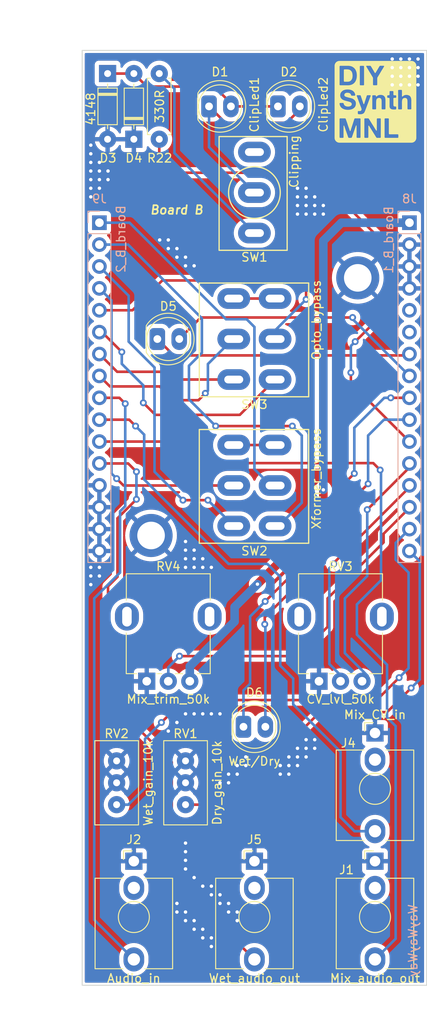
<source format=kicad_pcb>
(kicad_pcb (version 20221018) (generator pcbnew)
  (title_block (title "Eurorack Multi Saturation Boards") (date "2023-12-28") (rev "0.1") (company "DIYSynthMNL") (comment 1 "This version is a prototype"))
  (layers (0 "F.Cu" signal) (31 "B.Cu" signal) (34 "B.Paste" user) (35 "F.Paste" user) (36 "B.SilkS" user "B.Silkscreen") (37 "F.SilkS" user "F.Silkscreen") (38 "B.Mask" user) (39 "F.Mask" user) (44 "Edge.Cuts" user))
  (net 0 "")
  (net 1 "Board_0-+12VA")
  (net 2 "Board_0--12VA")
  (net 3 "Board_0-Audio_in_B")
  (net 4 "Board_0-Clipping_diodes_B")
  (net 5 "Board_0-D1_+_B")
  (net 6 "Board_0-D1_-_B")
  (net 7 "Board_0-D4_+_B")
  (net 8 "Board_0-D4_-_B")
  (net 9 "Board_0-GND1")
  (net 10 "Board_0-Mix_CV_in_B")
  (net 11 "Board_0-Mix_audio_out_B")
  (net 12 "Board_0-Net-(D1-A)")
  (net 13 "Board_0-Net-(D1-K)")
  (net 14 "Board_0-Net-(SW1-A)")
  (net 15 "Board_0-Net-(SW2A-C)")
  (net 16 "Board_0-Net-(SW3A-C)")
  (net 17 "Board_0-RV1_2_B")
  (net 18 "Board_0-RV2_3_B")
  (net 19 "Board_0-RV3_3_B")
  (net 20 "Board_0-RV4_2_B")
  (net 21 "Board_0-RV4_3_B")
  (net 22 "Board_0-SW1_1_B")
  (net 23 "Board_0-SW1_2_B")
  (net 24 "Board_0-SW1_4_B")
  (net 25 "Board_0-SW1_5_B")
  (net 26 "Board_0-SW2_1_B")
  (net 27 "Board_0-SW2_2_B")
  (net 28 "Board_0-SW2_4_B")
  (net 29 "Board_0-SW2_5_B")
  (net 30 "Board_0-Wet_B")
  (net 31 "Board_0-unconnected-(J1-PadTN)")
  (net 32 "Board_0-unconnected-(J2-PadTN)")
  (net 33 "Board_0-unconnected-(J4-PadTN)")
  (net 34 "Board_0-unconnected-(J5-PadTN)")
  (net 35 "Board_0-unconnected-(J8-Pin_6-Pad6)")
  (net 36 "Board_0-unconnected-(SW1-C-Pad3)")
  (footprint "PCM_kikit:Board" (layer "F.Cu") (at 128.5 20)
    (fp_text reference "B2")
    (fp_text value "Board")
  )
  (footprint "DIYSynthMNL:Potentiometer_Bourns_3296W_Vertical_BigPads" (layer "F.Cu") (at 132.5 102.46 90)
    (fp_text reference "RV2")
    (fp_text value "Wet_gain_10k")
  )
  (footprint "DIYSynthMNL:MountingHole_M3_Standoff_Pad" (layer "F.Cu") (at 136.5 76.3)
    (fp_text reference "H4")
    (fp_text value "MountingHole")
  )
  (footprint "DIYSynthMNL:Potentiometer_RV09_BigPads" (layer "F.Cu") (at 135.9973 93.2158 90)
    (fp_text reference "RV4")
    (fp_text value "Mix_trim_50k")
  )
  (footprint "DIYSynthMNL:AudioJack_3.5mm_long_pads" (layer "F.Cu") (at 162.5 114.1)
    (fp_text reference "J1")
    (fp_text value "Mix_audio_out")
  )
  (footprint "DIYSynthMNL:LED_D5.0mm_BigPads" (layer "F.Cu") (at 148.5 98.5)
    (fp_text reference "D6")
    (fp_text value "Wet/Dry")
  )
  (footprint "DIYSynthMNL:Potentiometer_Bourns_3296W_Vertical_BigPads" (layer "F.Cu") (at 140.5 102.46 90)
    (fp_text reference "RV1")
    (fp_text value "Dry_gain_10k")
  )
  (footprint "DIYSynthMNL:AudioJack_3.5mm_long_pads" (layer "F.Cu") (at 134.5 114.1)
    (fp_text reference "J2")
    (fp_text value "Audio_in")
  )
  (footprint "DIYSynthMNL:LED_D5.0mm_BigPads" (layer "F.Cu") (at 138.5 53.5)
    (fp_text reference "D5")
    (fp_text value "Opto_sat")
  )
  (footprint "DIYSynthMNL:AudioJack_3.5mm_long_pads" (layer "F.Cu") (at 162.5 99.22)
    (fp_text reference "J4")
    (fp_text value "Mix_CV_in")
  )
  (footprint "DIYSynthMNL:D_4148_BigPads" (layer "F.Cu") (at 134.5 30.31 90)
    (fp_text reference "D4")
    (fp_text value "4148" hide)
  )
  (footprint "DIYSynthMNL:MountingHole_M3_Standoff_Pad" (layer "F.Cu") (at 160.5 46.4)
    (fp_text reference "H3")
    (fp_text value "MountingHole")
  )
  (footprint "DIYSynthMNL:LED_D5.0mm_BigPads" (layer "F.Cu") (at 152.5 26.5)
    (fp_text reference "D2")
    (fp_text value "ClipLed2")
  )
  (footprint "DIYSynthMNL:Potentiometer_RV09_BigPads" (layer "F.Cu") (at 155.9973 93.2158 90)
    (fp_text reference "RV3")
    (fp_text value "CV_lvl_50k")
  )
  (footprint "DIYSynthMNL:ToggleSwitch_MTS-102_SPDT" (layer "F.Cu") (at 148.5 36.5 180)
    (fp_text reference "SW1")
    (fp_text value "Clipping")
  )
  (footprint "DIYSynthMNL:LED_D5.0mm_BigPads" (layer "F.Cu") (at 144.5 26.5)
    (fp_text reference "D1")
    (fp_text value "ClipLed1")
  )
  (footprint "DIYSynthMNL:ToggleSwitch_MTS-202_DPDT" (layer "F.Cu") (at 148.5 53.5 180)
    (fp_text reference "SW3")
    (fp_text value "Opto_bypass")
  )
  (footprint "DIYSynthMNL:AudioJack_3.5mm_long_pads" (layer "F.Cu") (at 148.5 114.1)
    (fp_text reference "J5")
    (fp_text value "Wet_audio_out")
  )
  (footprint "DIYSynthMNL:ToggleSwitch_MTS-202_DPDT" (layer "F.Cu") (at 148.5 70.5 180)
    (fp_text reference "SW2")
    (fp_text value "Xformer_bypass")
  )
  (footprint "DIYSynthMNL:D_4148_BigPads" (layer "F.Cu") (at 131.452 22.69 -90)
    (fp_text reference "D3")
    (fp_text value "4148")
  )
  (footprint "DIYSynthMNL:R_quarter_watt_L6.3mm_D2.5mm_P7.62mm" (layer "F.Cu") (at 137.452 22.69 -90)
    (fp_text reference "R22")
    (fp_text value "330R")
  )
  (footprint "Connector_PinSocket_2.54mm:PinSocket_1x16_P2.54mm_Vertical" (layer "B.Cu") (at 130.5 40 180)
    (fp_text reference "J9")
    (fp_text value "Board_B_2")
  )
  (footprint "Connector_PinSocket_2.54mm:PinSocket_1x16_P2.54mm_Vertical" (layer "B.Cu") (at 166.5 40 180)
    (fp_text reference "J8")
    (fp_text value "Board_B_1")
  )
  (gr_poly (pts (xy 166.761569 21.222478) (xy 166.790486 21.224663) (xy 166.818973 21.228262) (xy 166.846996 21.23324) (xy 166.874518 21.239561) (xy 166.901505 21.24719) (xy 166.927922 21.256093) (xy 166.953734 21.266234) (xy 166.978904 21.277578) (xy 167.003399 21.290089) (xy 167.027183 21.303733) (xy 167.050221 21.318475) (xy 167.072478 21.334279) (xy 167.093918 21.35111) (xy 167.114507 21.368934) (xy 167.134209 21.387714) (xy 167.152989 21.407416) (xy 167.170813 21.428005) (xy 167.187644 21.449445) (xy 167.203448 21.471702) (xy 167.21819 21.49474) (xy 167.231834 21.518524) (xy 167.244346 21.543019) (xy 167.255689 21.568189) (xy 167.26583 21.594001) (xy 167.274733 21.620417) (xy 167.282363 21.647405) (xy 167.288684 21.674927) (xy 167.293661 21.702949) (xy 167.29726 21.731437) (xy 167.299445 21.760354) (xy 167.300182 21.789666) (xy 167.300182 30.14626) (xy 167.299445 30.175572) (xy 167.29726 30.204489) (xy 167.293661 30.232976) (xy 167.288684 30.260999) (xy 167.282363 30.288521) (xy 167.274733 30.315508) (xy 167.26583 30.341925) (xy 167.255689 30.367737) (xy 167.244346 30.392907) (xy 167.231834 30.417402) (xy 167.21819 30.441186) (xy 167.203448 30.464224) (xy 167.187644 30.48648) (xy 167.170813 30.507921) (xy 167.152989 30.528509) (xy 167.134209 30.548212) (xy 167.114507 30.566992) (xy 167.093918 30.584815) (xy 167.072478 30.601647) (xy 167.050221 30.617451) (xy 167.027183 30.632192) (xy 167.003399 30.645836) (xy 166.978904 30.658348) (xy 166.953734 30.669692) (xy 166.927922 30.679833) (xy 166.901505 30.688735) (xy 166.874518 30.696365) (xy 166.846996 30.702686) (xy 166.818973 30.707663) (xy 166.790486 30.711262) (xy 166.761569 30.713447) (xy 166.732257 30.714184) (xy 158.375663 30.714184) (xy 158.346351 30.713447) (xy 158.317434 30.711262) (xy 158.288947 30.707663) (xy 158.260924 30.702686) (xy 158.233402 30.696365) (xy 158.206415 30.688735) (xy 158.179998 30.679833) (xy 158.154187 30.669692) (xy 158.129016 30.658348) (xy 158.104521 30.645836) (xy 158.080737 30.632192) (xy 158.057699 30.617451) (xy 158.035443 30.601647) (xy 158.014002 30.584815) (xy 157.993414 30.566992) (xy 157.973712 30.548212) (xy 157.954931 30.528509) (xy 157.937108 30.507921) (xy 157.920277 30.48648) (xy 157.904472 30.464224) (xy 157.889731 30.441186) (xy 157.876087 30.417402) (xy 157.863575 30.392907) (xy 157.852231 30.367737) (xy 157.84209 30.341925) (xy 157.833188 30.315508) (xy 157.825558 30.288521) (xy 157.819237 30.260999) (xy 157.81426 30.232976) (xy 157.810661 30.204489) (xy 157.808475 30.175572) (xy 157.807739 30.14626) (xy 157.807739 30.013968) (xy 158.385998 30.013968) (xy 158.386045 30.022696) (xy 158.386185 30.031417) (xy 158.386421 30.040134) (xy 158.386755 30.04885) (xy 158.387188 30.057565) (xy 158.387722 30.066282) (xy 158.388358 30.075004) (xy 158.389099 30.083731) (xy 158.389558 30.087643) (xy 158.390141 30.09144) (xy 158.390847 30.09512) (xy 158.391678 30.098682) (xy 158.392633 30.102126) (xy 158.393711 30.105449) (xy 158.394914 30.108651) (xy 158.396241 30.11173) (xy 158.397691 30.114685) (xy 158.399266 30.117514) (xy 158.400965 30.120218) (xy 158.402788 30.122793) (xy 158.404735 30.125239) (xy 158.406806 30.127555) (xy 158.409001 30.129739) (xy 158.41132 30.13179) (xy 158.413737 30.133725) (xy 158.416228 30.135562) (xy 158.418791 30.137302) (xy 158.421427 30.138943) (xy 158.424137 30.140486) (xy 158.426921 30.14193) (xy 158.429778 30.143276) (xy 158.43271 30.144523) (xy 158.435716 30.145671) (xy 158.438797 30.146719) (xy 158.441952 30.147668) (xy 158.445183 30.148517) (xy 158.448489 30.149265) (xy 158.451871 30.149914) (xy 158.455328 30.150463) (xy 158.458862 30.15091) (xy 158.687272 30.15091) (xy 158.693637 30.150957) (xy 158.700028 30.151098) (xy 158.706436 30.151334) (xy 158.712852 30.151668) (xy 158.719268 30.152102) (xy 158.725675 30.152635) (xy 158.732066 30.153272) (xy 158.738432 30.154012) (xy 158.744728 30.153897) (xy 158.75092 30.153557) (xy 158.757009 30.153002) (xy 158.762997 30.15224) (xy 158.768885 30.151279) (xy 158.774676 30.150129) (xy 158.780372 30.148797) (xy 158.785974 30.147293) (xy 158.790252 30.146439) (xy 158.794354 30.145464) (xy 158.798282 30.144368) (xy 158.802034 30.14315) (xy 158.805612 30.141809) (xy 158.809016 30.140347) (xy 158.812246 30.13876) (xy 158.815301 30.137051) (xy 158.816764 30.13615) (xy 158.818183 30.135217) (xy 158.819559 30.134254) (xy 158.820892 30.133259) (xy 158.822181 30.132233) (xy 158.823428 30.131176) (xy 158.82463 30.130088) (xy 158.82579 30.128968) (xy 158.826907 30.127816) (xy 158.82798 30.126633) (xy 158.82901 30.125419) (xy 158.829998 30.124173) (xy 158.830942 30.122895) (xy 158.831843 30.121586) (xy 158.832701 30.120245) (xy 158.833516 30.118872) (xy 158.835051 30.116849) (xy 158.83648 30.114751) (xy 158.837805 30.112577) (xy 158.839026 30.110328) (xy 158.840144 30.108004) (xy 158.841161 30.105604) (xy 158.842077 30.10313) (xy 158.842892 30.100582) (xy 158.843609 30.097959) (xy 158.844227 30.095261) (xy 158.844747 30.09249) (xy 158.845171 30.089645) (xy 158.8455 30.086726) (xy 158.845733 30.083734) (xy 158.845872 30.080668) (xy 158.845919 30.07753) (xy 158.845919 29.026948) (xy 158.847378 29.009418) (xy 158.848522 28.991808) (xy 158.84895 28.982998) (xy 158.849269 28.974198) (xy 158.849468 28.965418) (xy 158.849536 28.956669) (xy 158.849536 28.886906) (xy 158.849468 28.880609) (xy 158.849269 28.874417) (xy 158.84895 28.868328) (xy 158.848522 28.862341) (xy 158.847995 28.856452) (xy 158.847378 28.850661) (xy 158.846683 28.844966) (xy 158.845919 28.839363) (xy 158.846034 28.833067) (xy 158.846373 28.826875) (xy 158.846928 28.820786) (xy 158.84769 28.814798) (xy 158.848651 28.80891) (xy 158.849801 28.803119) (xy 158.851132 28.797423) (xy 158.852637 28.791821) (xy 158.854118 28.786265) (xy 158.855391 28.78071) (xy 158.856459 28.775155) (xy 158.857325 28.7696) (xy 158.857992 28.764045) (xy 158.858464 28.75849) (xy 158.858745 28.752935) (xy 158.858838 28.747379) (xy 158.858901 28.744648) (xy 158.859092 28.74201) (xy 158.859409 28.739466) (xy 158.859615 28.73823) (xy 158.859852 28.737017) (xy 158.860121 28.735829) (xy 158.860422 28.734664) (xy 158.860753 28.733524) (xy 158.861116 28.732407) (xy 158.86151 28.731316) (xy 158.861935 28.730248) (xy 158.862391 28.729205) (xy 158.862879 28.728187) (xy 158.863397 28.727194) (xy 158.863946 28.726225) (xy 158.864527 28.725282) (xy 158.865138 28.724364) (xy 158.86578 28.72347) (xy 158.866452 28.722603) (xy 158.867156 28.72176) (xy 158.867889 28.720943) (xy 158.868654 28.720152) (xy 158.869449 28.719387) (xy 158.870275 28.718647) (xy 158.87113 28.717933) (xy 158.872017 28.717246) (xy 158.872933 28.716584) (xy 158.87388 28.715949) (xy 158.874857 28.71534) (xy 158.876031 28.714596) (xy 158.877173 28.713951) (xy 158.877732 28.713666) (xy 158.878283 28.713405) (xy 158.878827 28.71317) (xy 158.879363 28.712959) (xy 158.879892 28.712773) (xy 158.880414 28.712611) (xy 158.880929 28.712475) (xy 158.881437 28.712363) (xy 158.881938 28.712277) (xy 158.882433 28.712215) (xy 158.882921 28.712177) (xy 158.883403 28.712165) (xy 158.883878 28.712177) (xy 158.884348 28.712215) (xy 158.884811 28.712277) (xy 158.885269 28.712363) (xy 158.885721 28.712475) (xy 158.886168 28.712611) (xy 158.886609 28.712773) (xy 158.887045 28.712959) (xy 158.887476 28.71317) (xy 158.887902 28.713405) (xy 158.888323 28.713666) (xy 158.888739 28.713951) (xy 158.889151 28.714261) (xy 158.889558 28.714596) (xy 158.889961 28.714956) (xy 158.89036 28.71534) (xy 158.891157 28.715753) (xy 158.891957 28.716197) (xy 158.892762 28.716671) (xy 158.89357 28.717173) (xy 158.89438 28.717704) (xy 158.895192 28.718262) (xy 158.896006 28.718847) (xy 158.89682 28.719457) (xy 158.897634 28.720092) (xy 158.898448 28.720751) (xy 158.89926 28.721432) (xy 158.90007 28.722137) (xy 158.901683 28.723608) (xy 158.903279 28.725159) (xy 158.908002 28.732543) (xy 158.91264 28.740413) (xy 158.917188 28.748771) (xy 158.921643 28.757622) (xy 158.925999 28.766968) (xy 158.93025 28.776815) (xy 158.934392 28.787165) (xy 158.938419 28.798022) (xy 158.946985 28.817167) (xy 158.955227 28.836503) (xy 158.963153 28.856032) (xy 158.970773 28.875758) (xy 158.978095 28.895682) (xy 158.985128 28.915807) (xy 158.991882 28.936135) (xy 158.998364 28.956669) (xy 159.011307 28.997798) (xy 159.0247 29.038594) (xy 159.038491 29.078994) (xy 159.052624 29.118933) (xy 159.065113 29.152453) (xy 159.077189 29.186352) (xy 159.088869 29.220647) (xy 159.100167 29.255359) (xy 159.111465 29.289882) (xy 159.123144 29.323608) (xy 159.13522 29.35654) (xy 159.147709 29.388683) (xy 159.151529 29.396623) (xy 159.15505 29.404568) (xy 159.158274 29.412515) (xy 159.161201 29.420464) (xy 159.163829 29.428413) (xy 159.16616 29.436361) (xy 159.168194 29.444305) (xy 159.16993 29.452246) (xy 159.17236 29.460186) (xy 159.17489 29.46813) (xy 159.177519 29.476078) (xy 159.180247 29.484027) (xy 159.183073 29.491975) (xy 159.186 29.499923) (xy 159.189025 29.507867) (xy 159.192151 29.515807) (xy 159.192534 29.516608) (xy 159.192891 29.517427) (xy 159.193222 29.518264) (xy 159.193527 29.519121) (xy 159.193806 29.519998) (xy 159.19406 29.520896) (xy 159.194289 29.521817) (xy 159.194494 29.522762) (xy 159.194673 29.523732) (xy 159.194827 29.524728) (xy 159.194958 29.525751) (xy 159.195064 29.526802) (xy 159.195146 29.527883) (xy 159.195205 29.528993) (xy 159.19524 29.530135) (xy 159.195251 29.53131) (xy 159.19606 29.533648) (xy 159.196894 29.535897) (xy 159.197747 29.538053) (xy 159.198608 29.540114) (xy 159.199469 29.542075) (xy 159.200322 29.543934) (xy 159.201159 29.545686) (xy 159.201969 29.54733) (xy 159.205093 29.55527) (xy 159.208118 29.563215) (xy 159.211044 29.571162) (xy 159.213871 29.579111) (xy 159.216599 29.58706) (xy 159.219228 29.595007) (xy 159.221758 29.602952) (xy 159.22419 29.610892) (xy 159.226667 29.618786) (xy 159.229337 29.62659) (xy 159.232202 29.634301) (xy 159.235263 29.641917) (xy 159.238523 29.649433) (xy 159.241983 29.656846) (xy 159.245645 29.664154) (xy 159.249512 29.671353) (xy 159.249896 29.672544) (xy 159.250253 29.673736) (xy 159.25089 29.676125) (xy 159.251424 29.678517) (xy 159.251857 29.680911) (xy 159.25219 29.683305) (xy 159.252426 29.685698) (xy 159.252566 29.688088) (xy 159.252612 29.690473) (xy 159.253401 29.692094) (xy 159.254178 29.693787) (xy 159.254949 29.695563) (xy 159.255715 29.697429) (xy 159.256481 29.699395) (xy 159.257251 29.701469) (xy 159.258027 29.70366) (xy 159.258813 29.705976) (xy 159.262726 29.715606) (xy 159.266528 29.725444) (xy 159.270225 29.735486) (xy 159.273818 29.74573) (xy 159.277312 29.756172) (xy 159.280711 29.76681) (xy 159.284017 29.77764) (xy 159.287235 29.788659) (xy 159.290475 29.798937) (xy 159.29384 29.80913) (xy 159.297322 29.819234) (xy 159.300911 29.829244) (xy 159.304599 29.839154) (xy 159.308378 29.84896) (xy 159.312239 29.858657) (xy 159.316174 29.86824) (xy 159.325476 29.896663) (xy 159.329341 29.906246) (xy 159.333002 29.915943) (xy 159.336462 29.92575) (xy 159.339722 29.93566) (xy 159.342783 29.945669) (xy 159.345648 29.955773) (xy 159.348319 29.965967) (xy 159.350797 29.976245) (xy 159.354037 29.985759) (xy 159.357402 29.995258) (xy 159.360884 30.004745) (xy 159.364473 30.014226) (xy 159.37194 30.033195) (xy 159.379736 30.052209) (xy 159.391638 30.079117) (xy 159.401957 30.102852) (xy 159.403206 30.105223) (xy 159.404573 30.107574) (xy 159.406059 30.109904) (xy 159.407664 30.112212) (xy 159.40939 30.114498) (xy 159.411238 30.116761) (xy 159.413207 30.119) (xy 159.4153 30.121215) (xy 159.417516 30.123406) (xy 159.419858 30.125571) (xy 159.422325 30.12771) (xy 159.424919 30.129822) (xy 159.427641 30.131907) (xy 159.430491 30.133964) (xy 159.433471 30.135992) (xy 159.43658 30.137992) (xy 159.438219 30.139159) (xy 159.43996 30.140282) (xy 159.441802 30.141359) (xy 159.443746 30.14239) (xy 159.44579 30.143373) (xy 159.447936 30.14431) (xy 159.450181 30.145197) (xy 159.452525 30.146036) (xy 159.454969 30.146826) (xy 159.457512 30.147565) (xy 159.460153 30.148253) (xy 159.462892 30.14889) (xy 159.465729 30.149475) (xy 159.468663 30.150007) (xy 159.471694 30.150486) (xy 159.474821 30.15091) (xy 159.48121 30.15165) (xy 159.487683 30.152286) (xy 159.494244 30.15282) (xy 159.500899 30.153253) (xy 159.507653 30.153588) (xy 159.514511 30.153824) (xy 159.52148 30.153965) (xy 159.528564 30.154012) (xy 159.589026 30.154012) (xy 159.596826 30.153272) (xy 159.60435 30.152635) (xy 159.611589 30.152102) (xy 159.618537 30.151668) (xy 159.625187 30.151334) (xy 159.631533 30.151098) (xy 159.637568 30.150957) (xy 159.643286 30.15091) (xy 159.71615 30.15091) (xy 159.721613 30.149406) (xy 159.726887 30.148075) (xy 159.73197 30.146924) (xy 159.736857 30.145964) (xy 159.741546 30.145202) (xy 159.746034 30.144647) (xy 159.748201 30.14445) (xy 159.750316 30.144308) (xy 159.752379 30.144221) (xy 159.75439 30.144193) (xy 159.756372 30.143757) (xy 159.758349 30.143244) (xy 159.760322 30.142654) (xy 159.762292 30.141987) (xy 159.764259 30.141245) (xy 159.766224 30.140426) (xy 159.768188 30.139533) (xy 159.770151 30.138564) (xy 159.772114 30.137521) (xy 159.774078 30.136404) (xy 159.776044 30.135214) (xy 159.778011 30.13395) (xy 159.779981 30.132614) (xy 159.781954 30.131205) (xy 159.783931 30.129725) (xy 159.785913 30.128173) (xy 159.78786 30.126563) (xy 159.789732 30.124908) (xy 159.791531 30.123208) (xy 159.793254 30.121461) (xy 159.794903 30.119668) (xy 159.796478 30.117827) (xy 159.797979 30.115937) (xy 159.799404 30.113999) (xy 159.800756 30.112011) (xy 159.802033 30.109973) (xy 159.803236 30.107883) (xy 159.804364 30.105743) (xy 159.805418 30.10355) (xy 159.806397 30.101304) (xy 159.807303 30.099004) (xy 159.808134 30.09665) (xy 159.812905 30.086917) (xy 159.817691 30.076773) (xy 159.822479 30.066233) (xy 159.827254 30.055309) (xy 159.831119 30.046582) (xy 159.83478 30.03786) (xy 159.83824 30.029143) (xy 159.8415 30.020428) (xy 159.844561 30.011712) (xy 159.847426 30.002995) (xy 159.850097 29.994273) (xy 159.852575 29.985546) (xy 159.855052 29.976077) (xy 159.857722 29.966719) (xy 159.860587 29.957468) (xy 159.863648 29.94832) (xy 159.866908 29.939271) (xy 159.870368 29.930318) (xy 159.874031 29.921456) (xy 159.877897 29.912682) (xy 159.87867 29.911492) (xy 159.879401 29.910299) (xy 159.880089 29.909106) (xy 159.880732 29.907911) (xy 159.881331 29.906715) (xy 159.881883 29.905519) (xy 159.882387 29.904322) (xy 159.882843 29.903125) (xy 159.88325 29.901928) (xy 159.883605 29.90073) (xy 159.883909 29.899534) (xy 159.88416 29.898338) (xy 159.884357 29.897142) (xy 159.8845 29.895948) (xy 159.884586 29.894754) (xy 159.884615 29.893562) (xy 159.884638 29.892371) (xy 159.884707 29.891179) (xy 159.884824 29.889985) (xy 159.884988 29.888791) (xy 159.8852 29.887595) (xy 159.885461 29.886399) (xy 159.88577 29.885202) (xy 159.886128 29.884005) (xy 159.886536 29.882807) (xy 159.886993 29.88161) (xy 159.887502 29.880414) (xy 159.888061 29.879217) (xy 159.888672 29.878022) (xy 159.889334 29.876827) (xy 159.890049 29.875634) (xy 159.890816 29.874442) (xy 159.907891 29.828433) (xy 159.924184 29.782458) (xy 159.939684 29.736483) (xy 159.954378 29.690473) (xy 159.96167 29.666699) (xy 159.969259 29.643006) (xy 159.977145 29.6194) (xy 159.985328 29.595887) (xy 159.993809 29.572474) (xy 160.002588 29.549165) (xy 160.011665 29.525968) (xy 160.02104 29.502889) (xy 160.024119 29.494948) (xy 160.027005 29.487004) (xy 160.029695 29.479056) (xy 160.032188 29.471107) (xy 160.034483 29.463158) (xy 160.036578 29.455211) (xy 160.038471 29.447266) (xy 160.040161 29.439326) (xy 160.042591 29.431455) (xy 160.045121 29.423709) (xy 160.04775 29.41608) (xy 160.050477 29.40856) (xy 160.053304 29.401139) (xy 160.056231 29.393808) (xy 160.059256 29.386558) (xy 160.062382 29.379381) (xy 160.066201 29.371441) (xy 160.069723 29.363497) (xy 160.072947 29.355549) (xy 160.075873 29.347601) (xy 160.078502 29.339652) (xy 160.080833 29.331704) (xy 160.082866 29.32376) (xy 160.084603 29.31582) (xy 160.087033 29.307926) (xy 160.089563 29.300122) (xy 160.092191 29.29241) (xy 160.094919 29.284795) (xy 160.097746 29.277279) (xy 160.100672 29.269866) (xy 160.103698 29.262558) (xy 160.106823 29.255359) (xy 160.107591 29.254168) (xy 160.108305 29.252975) (xy 160.108968 29.251782) (xy 160.109578 29.250587) (xy 160.110137 29.249391) (xy 160.110646 29.248195) (xy 160.111104 29.246998) (xy 160.111511 29.2458) (xy 160.11187 29.244603) (xy 160.112179 29.243406) (xy 160.112439 29.242209) (xy 160.112651 29.241013) (xy 160.112815 29.239817) (xy 160.112932 29.238623) (xy 160.113001 29.237429) (xy 160.113024 29.236237) (xy 160.113048 29.234663) (xy 160.113117 29.233113) (xy 160.113234 29.231589) (xy 160.113398 29.230089) (xy 160.11361 29.228613) (xy 160.11387 29.227163) (xy 160.114179 29.225737) (xy 160.114538 29.224336) (xy 160.114945 29.22296) (xy 160.115403 29.221608) (xy 160.115912 29.220281) (xy 160.116471 29.218979) (xy 160.117081 29.217701) (xy 160.117744 29.216449) (xy 160.118458 29.21522) (xy 160.119226 29.214017) (xy 160.126941 29.193359) (xy 160.134231 29.172676) (xy 160.141123 29.151993) (xy 160.147648 29.131335) (xy 160.150888 29.121033) (xy 160.154253 29.110757) (xy 160.161323 29.090252) (xy 160.168791 29.069747) (xy 160.176587 29.049169) (xy 160.177748 29.046787) (xy 160.178855 29.044401) (xy 160.180904 29.039622) (xy 160.182741 29.034837) (xy 160.184373 29.030049) (xy 160.185806 29.025261) (xy 160.187049 29.020476) (xy 160.188108 29.015698) (xy 160.188989 29.010929) (xy 160.201908 28.972689) (xy 160.211187 28.947257) (xy 160.220013 28.921787) (xy 160.228442 28.896317) (xy 160.236531 28.870886) (xy 160.246078 28.845722) (xy 160.255651 28.821) (xy 160.274772 28.772701) (xy 160.287691 28.741178) (xy 160.288894 28.738818) (xy 160.290122 28.736502) (xy 160.291374 28.734231) (xy 160.292651 28.732005) (xy 160.293953 28.729825) (xy 160.29528 28.727692) (xy 160.296631 28.725607) (xy 160.298007 28.723571) (xy 160.299409 28.721584) (xy 160.300834 28.719648) (xy 160.302285 28.717763) (xy 160.303761 28.715931) (xy 160.305261 28.714151) (xy 160.306786 28.712425) (xy 160.308337 28.710754) (xy 160.309912 28.709139) (xy 160.310307 28.708731) (xy 160.3107 28.708304) (xy 160.31109 28.707856) (xy 160.311478 28.707386) (xy 160.311864 28.706895) (xy 160.312248 28.70638) (xy 160.313015 28.70528) (xy 160.313781 28.704082) (xy 160.314551 28.702778) (xy 160.315327 28.701365) (xy 160.316113 28.699837) (xy 160.31692 28.699082) (xy 160.317755 28.698404) (xy 160.318618 28.6978) (xy 160.319507 28.697272) (xy 160.320423 28.696819) (xy 160.321365 28.696441) (xy 160.322333 28.696138) (xy 160.323326 28.695909) (xy 160.324345 28.695755) (xy 160.325387 28.695674) (xy 160.326454 28.695668) (xy 160.327544 28.695735) (xy 160.328657 28.695875) (xy 160.329794 28.696089) (xy 160.330952 28.696376) (xy 160.332133 28.696736) (xy 160.33444 28.697602) (xy 160.3366 28.698612) (xy 160.338613 28.699766) (xy 160.340478 28.701066) (xy 160.342195 28.702513) (xy 160.343763 28.704106) (xy 160.345184 28.705846) (xy 160.346455 28.707735) (xy 160.347578 28.709773) (xy 160.348552 28.71196) (xy 160.349376 28.714297) (xy 160.350051 28.716785) (xy 160.350577 28.719425) (xy 160.350952 28.722216) (xy 160.351178 28.725161) (xy 160.351253 28.728259) (xy 160.351346 28.734556) (xy 160.351626 28.740748) (xy 160.352099 28.746836) (xy 160.352766 28.752824) (xy 160.353632 28.758712) (xy 160.354699 28.764503) (xy 160.355972 28.770199) (xy 160.357454 28.775802) (xy 160.35821 28.778992) (xy 160.358889 28.782213) (xy 160.359493 28.785464) (xy 160.360022 28.788744) (xy 160.360475 28.792053) (xy 160.360853 28.795388) (xy 160.361156 28.79875) (xy 160.361384 28.802138) (xy 160.361539 28.80555) (xy 160.361619 28.808987) (xy 160.361557 28.815928) (xy 160.361202 28.822955) (xy 160.360555 28.830062) (xy 160.360555 28.963387) (xy 160.360742 28.982773) (xy 160.361312 29.002882) (xy 160.362279 29.023784) (xy 160.363655 29.045552) (xy 160.363655 30.07753) (xy 160.363707 30.080668) (xy 160.363863 30.083734) (xy 160.364122 30.086726) (xy 160.364483 30.089645) (xy 160.364946 30.09249) (xy 160.365511 30.095261) (xy 160.366175 30.097959) (xy 160.36694 30.100582) (xy 160.367804 30.10313) (xy 160.368766 30.105604) (xy 160.369826 30.108004) (xy 160.370984 30.110328) (xy 160.372238 30.112577) (xy 160.373588 30.114751) (xy 160.375034 30.116849) (xy 160.376574 30.118872) (xy 160.378172 30.12119) (xy 160.379792 30.123385) (xy 160.381434 30.125455) (xy 160.383099 30.127402) (xy 160.384786 30.129224) (xy 160.386497 30.130923) (xy 160.388232 30.132497) (xy 160.389992 30.133948) (xy 160.391776 30.135275) (xy 160.393585 30.136477) (xy 160.39542 30.137556) (xy 160.397281 30.138511) (xy 160.399169 30.139342) (xy 160.401084 30.140049) (xy 160.403026 30.140633) (xy 160.404996 30.141092) (xy 160.409858 30.141949) (xy 160.414917 30.142925) (xy 160.42563 30.145209) (xy 160.437136 30.147888) (xy 160.449438 30.15091) (xy 160.751229 30.15091) (xy 160.754762 30.150463) (xy 160.75822 30.149915) (xy 160.761602 30.149267) (xy 160.764908 30.148518) (xy 160.768138 30.14767) (xy 160.771294 30.146721) (xy 160.774375 30.145673) (xy 160.777381 30.144525) (xy 160.780312 30.143279) (xy 160.78317 30.141933) (xy 160.785953 30.140488) (xy 160.788663 30.138945) (xy 160.7913 30.137303) (xy 160.793863 30.135564) (xy 160.796353 30.133726) (xy 160.798771 30.13179) (xy 160.801078 30.129739) (xy 160.803239 30.127555) (xy 160.805251 30.125239) (xy 160.807116 30.122793) (xy 160.808833 30.120218) (xy 160.810402 30.117514) (xy 160.811822 30.114685) (xy 160.813093 30.11173) (xy 160.814216 30.108651) (xy 160.81519 30.105449) (xy 160.816014 30.102126) (xy 160.816689 30.098682) (xy 160.817215 30.09512) (xy 160.81759 30.09144) (xy 160.817816 30.087643) (xy 160.817891 30.083731) (xy 160.818633 30.075004) (xy 160.81927 30.066282) (xy 160.819804 30.057565) (xy 160.820236 30.04885) (xy 160.82057 30.040134) (xy 160.820805 30.031417) (xy 160.820945 30.022696) (xy 160.820992 30.013968) (xy 160.820992 29.991748) (xy 161.265409 29.991748) (xy 161.265595 30.017996) (xy 161.266164 30.042723) (xy 161.26713 30.065863) (xy 161.267767 30.076817) (xy 161.268509 30.087349) (xy 161.269439 30.092405) (xy 161.270639 30.097257) (xy 161.272111 30.101906) (xy 161.273854 30.106351) (xy 161.27587 30.110594) (xy 161.278157 30.114636) (xy 161.280717 30.118478) (xy 161.283549 30.122121) (xy 161.286655 30.125565) (xy 161.290033 30.128811) (xy 161.293685 30.131861) (xy 161.29761 30.134716) (xy 161.301809 30.137375) (xy 161.306282 30.13984) (xy 161.31103 30.142112) (xy 161.316052 30.144193) (xy 161.320913 30.145697) (xy 161.325972 30.147028) (xy 161.331229 30.148178) (xy 161.336685 30.149139) (xy 161.342339 30.149901) (xy 161.348191 30.150456) (xy 161.354243 30.150795) (xy 161.360493 30.15091) (xy 161.605439 30.15091) (xy 161.614005 30.150842) (xy 161.622247 30.150643) (xy 161.630173 30.150325) (xy 161.637793 30.149897) (xy 161.645115 30.149369) (xy 161.652148 30.148753) (xy 161.658901 30.148057) (xy 161.665384 30.147293) (xy 161.668906 30.146834) (xy 161.672329 30.146251) (xy 161.675652 30.145545) (xy 161.678876 30.144714) (xy 161.682001 30.14376) (xy 161.685027 30.142681) (xy 161.687953 30.141478) (xy 161.69078 30.140152) (xy 161.693508 30.138701) (xy 161.696136 30.137126) (xy 161.698666 30.135427) (xy 161.701096 30.133605) (xy 161.703427 30.131658) (xy 161.705659 30.129587) (xy 161.707792 30.127392) (xy 161.709826 30.125072) (xy 161.71175 30.122184) (xy 161.713553 30.119077) (xy 161.715234 30.115748) (xy 161.716794 30.112199) (xy 161.718231 30.108429) (xy 161.719545 30.104437) (xy 161.720737 30.100222) (xy 161.721804 30.095785) (xy 161.722748 30.091124) (xy 161.723567 30.08624) (xy 161.724262 30.081131) (xy 161.724831 30.075798) (xy 161.725274 30.070239) (xy 161.725591 30.064455) (xy 161.725782 30.058445) (xy 161.725846 30.052209) (xy 161.725846 30.017069) (xy 161.7266 30.015087) (xy 161.727279 30.01311) (xy 161.727882 30.011137) (xy 161.72841 30.009167) (xy 161.728863 30.0072) (xy 161.729241 30.005235) (xy 161.729544 30.003271) (xy 161.729773 30.001308) (xy 161.729928 29.999345) (xy 161.730008 29.997381) (xy 161.730015 29.995415) (xy 161.729947 29.993448) (xy 161.729807 29.991478) (xy 161.729593 29.989505) (xy 161.729306 29.987528) (xy 161.728946 29.985546) (xy 161.728946 28.775802) (xy 161.729428 28.772256) (xy 161.73008 28.768764) (xy 161.730904 28.765324) (xy 161.731899 28.761935) (xy 161.733065 28.758599) (xy 161.734404 28.755313) (xy 161.735916 28.752078) (xy 161.737601 28.748893) (xy 161.739459 28.745757) (xy 161.741492 28.742671) (xy 161.743699 28.739633) (xy 161.746081 28.736643) (xy 161.748639 28.733702) (xy 161.751372 28.730807) (xy 161.754282 28.72796) (xy 161.757368 28.725159) (xy 161.761675 28.725292) (xy 161.763784 28.725458) (xy 161.765864 28.725691) (xy 161.767913 28.725991) (xy 161.769933 28.726358) (xy 161.771923 28.726793) (xy 161.773883 28.727294) (xy 161.775813 28.727863) (xy 161.777712 28.728499) (xy 161.779581 28.729203) (xy 161.78142 28.729974) (xy 161.783228 28.730814) (xy 161.785005 28.731721) (xy 161.786751 28.732696) (xy 161.788467 28.733739) (xy 161.790152 28.73485) (xy 161.791805 28.73603) (xy 161.793427 28.737278) (xy 161.795018 28.738595) (xy 161.796578 28.73998) (xy 161.798106 28.741434) (xy 161.799602 28.742957) (xy 161.801067 28.744549) (xy 161.8039 28.74794) (xy 161.806606 28.751609) (xy 161.809182 28.755556) (xy 161.811629 28.759782) (xy 161.832336 28.789293) (xy 161.849869 28.814042) (xy 161.893554 28.886149) (xy 161.935652 28.956669) (xy 161.957874 28.990457) (xy 161.980093 29.025103) (xy 162.002313 29.060542) (xy 162.024535 29.096712) (xy 162.500475 29.858422) (xy 162.514609 29.880831) (xy 162.52155 29.892177) (xy 162.528399 29.90362) (xy 162.535149 29.915163) (xy 162.541792 29.926806) (xy 162.548323 29.938553) (xy 162.554735 29.950406) (xy 162.61158 30.039289) (xy 162.621127 30.054987) (xy 162.6307 30.070314) (xy 162.640273 30.085244) (xy 162.64982 30.099751) (xy 162.652261 30.10289) (xy 162.654821 30.105955) (xy 162.657501 30.108948) (xy 162.660301 30.111866) (xy 162.663223 30.114712) (xy 162.666267 30.117483) (xy 162.669433 30.12018) (xy 162.672723 30.122803) (xy 162.676137 30.125352) (xy 162.679676 30.127826) (xy 162.683339 30.130225) (xy 162.687129 30.132549) (xy 162.691046 30.134798) (xy 162.69509 30.136972) (xy 162.699262 30.13907) (xy 162.703563 30.141092) (xy 162.705969 30.142249) (xy 162.708425 30.143338) (xy 162.71093 30.144357) (xy 162.713484 30.145307) (xy 162.716088 30.146185) (xy 162.718741 30.146991) (xy 162.721444 30.147724) (xy 162.724197 30.148384) (xy 162.726999 30.148969) (xy 162.729851 30.149479) (xy 162.732752 30.149913) (xy 162.735703 30.15027) (xy 162.738704 30.150549) (xy 162.741755 30.150749) (xy 162.744855 30.15087) (xy 162.748005 30.15091) (xy 163.091137 30.15091) (xy 163.103252 30.147885) (xy 163.114189 30.145204) (xy 163.123935 30.142922) (xy 163.128358 30.141947) (xy 163.132478 30.141092) (xy 163.134832 30.14025) (xy 163.137131 30.13931) (xy 163.139378 30.138272) (xy 163.141571 30.137136) (xy 163.143711 30.135901) (xy 163.145801 30.134568) (xy 163.147839 30.133137) (xy 163.149827 30.131606) (xy 163.151765 30.129977) (xy 163.153655 30.128247) (xy 163.155496 30.126418) (xy 163.157289 30.12449) (xy 163.159036 30.122461) (xy 163.160736 30.120332) (xy 163.162391 30.118102) (xy 163.164001 30.115771) (xy 163.165529 30.113325) (xy 163.16694 30.110748) (xy 163.168232 30.108043) (xy 163.169404 30.105209) (xy 163.170455 30.102248) (xy 163.171385 30.099161) (xy 163.172193 30.095948) (xy 163.172877 30.092609) (xy 163.173438 30.089147) (xy 163.173874 30.085562) (xy 163.174184 30.081854) (xy 163.174367 30.078025) (xy 163.174423 30.074075) (xy 163.174351 30.070006) (xy 163.174266 30.068229) (xy 163.615136 30.068229) (xy 163.615182 30.071762) (xy 163.615322 30.07522) (xy 163.615555 30.078602) (xy 163.615883 30.081908) (xy 163.616307 30.085138) (xy 163.616828 30.088294) (xy 163.617446 30.091375) (xy 163.618162 30.094381) (xy 163.618978 30.097313) (xy 163.619893 30.10017) (xy 163.62091 30.102954) (xy 163.622028 30.105664) (xy 163.62325 30.1083) (xy 163.624574 30.110863) (xy 163.626003 30.113354) (xy 163.627538 30.115771) (xy 163.629583 30.118869) (xy 163.631751 30.121813) (xy 163.634042 30.124605) (xy 163.636455 30.127244) (xy 163.638991 30.129732) (xy 163.64165 30.13207) (xy 163.644434 30.134257) (xy 163.64734 30.136294) (xy 163.650371 30.138183) (xy 163.653526 30.139923) (xy 163.656806 30.141517) (xy 163.660211 30.142963) (xy 163.66374 30.144263) (xy 163.667395 30.145418) (xy 163.671175 30.146427) (xy 163.67508 30.147293) (xy 163.683969 30.148035) (xy 163.693171 30.148672) (xy 163.702679 30.149206) (xy 163.71249 30.149639) (xy 163.733 30.150208) (xy 163.754662 30.150394) (xy 165.129255 30.150394) (xy 165.133167 30.150348) (xy 165.136963 30.150209) (xy 165.140643 30.149975) (xy 165.144205 30.149647) (xy 165.147649 30.149223) (xy 165.150972 30.148702) (xy 165.154174 30.148084) (xy 165.157253 30.147368) (xy 165.160208 30.146552) (xy 165.163038 30.145637) (xy 165.165741 30.14462) (xy 165.168316 30.143502) (xy 165.170763 30.14228) (xy 165.173079 30.140956) (xy 165.175263 30.139526) (xy 165.177314 30.137992) (xy 165.179668 30.136737) (xy 165.181968 30.135353) (xy 165.184214 30.133842) (xy 165.186407 30.132203) (xy 165.188547 30.130438) (xy 165.190637 30.128547) (xy 165.192675 30.126531) (xy 165.194663 30.12439) (xy 165.196601 30.122125) (xy 165.198491 30.119737) (xy 165.200332 30.117226) (xy 165.202125 30.114593) (xy 165.203872 30.111838) (xy 165.205572 30.108963) (xy 165.207227 30.105967) (xy 165.208836 30.102852) (xy 165.209592 30.100847) (xy 165.210272 30.0988) (xy 165.210876 30.09671) (xy 165.211405 30.094576) (xy 165.211859 30.092397) (xy 165.212237 30.090171) (xy 165.212541 30.087898) (xy 165.212769 30.085577) (xy 165.212924 30.083206) (xy 165.213004 30.080785) (xy 165.21301 30.078311) (xy 165.212942 30.075785) (xy 165.212801 30.073204) (xy 165.212586 30.070569) (xy 165.212298 30.067877) (xy 165.211937 30.065128) (xy 165.211937 29.81088) (xy 165.211873 29.807346) (xy 165.211683 29.803888) (xy 165.211366 29.800507) (xy 165.210922 29.7972) (xy 165.210353 29.79397) (xy 165.209659 29.790814) (xy 165.20884 29.787733) (xy 165.207896 29.784727) (xy 165.206828 29.781795) (xy 165.205637 29.778938) (xy 165.204323 29.776154) (xy 165.202885 29.773444) (xy 165.201326 29.770808) (xy 165.199644 29.768245) (xy 165.197841 29.765755) (xy 165.195917 29.763337) (xy 165.194645 29.761774) (xy 165.193208 29.760258) (xy 165.191606 29.758792) (xy 165.189836 29.757373) (xy 165.187898 29.756004) (xy 165.185791 29.754683) (xy 165.183512 29.753412) (xy 165.181061 29.75219) (xy 165.178437 29.751017) (xy 165.175637 29.749895) (xy 165.172662 29.748822) (xy 165.169508 29.7478) (xy 165.166176 29.746828) (xy 165.162664 29.745907) (xy 165.15897 29.745036) (xy 165.155093 29.744217) (xy 165.147847 29.742735) (xy 165.140399 29.741462) (xy 165.132749 29.740394) (xy 165.1249 29.739529) (xy 165.116852 29.738862) (xy 165.108606 29.73839) (xy 165.100166 29.738109) (xy 165.091531 29.738016) (xy 165.082735 29.737323) (xy 165.073814 29.736827) (xy 165.064778 29.73653) (xy 165.055635 29.736431) (xy 165.046392 29.73653) (xy 165.037058 29.736827) (xy 165.027641 29.737323) (xy 165.018151 29.738016) (xy 164.208898 29.738016) (xy 164.200738 29.737854) (xy 164.192925 29.737368) (xy 164.189148 29.737004) (xy 164.185459 29.736559) (xy 164.181857 29.736033) (xy 164.178341 29.735426) (xy 164.174913 29.734738) (xy 164.171571 29.73397) (xy 164.168316 29.733121) (xy 164.165148 29.732191) (xy 164.162067 29.73118) (xy 164.159072 29.730089) (xy 164.156165 29.728917) (xy 164.153344 29.727664) (xy 164.15061 29.726331) (xy 164.147963 29.724917) (xy 164.145402 29.723423) (xy 164.142929 29.721848) (xy 164.140542 29.720192) (xy 164.138242 29.718456) (xy 164.136029 29.71664) (xy 164.133902 29.714743) (xy 164.131863 29.712766) (xy 164.12991 29.710708) (xy 164.128044 29.70857) (xy 164.126264 29.706352) (xy 164.124572 29.704053) (xy 164.122966 29.701674) (xy 164.121447 29.699215) (xy 164.120014 29.696675) (xy 164.118464 29.692647) (xy 164.116992 29.688505) (xy 164.115606 29.684254) (xy 164.114313 29.679899) (xy 164.113118 29.675444) (xy 164.112029 29.670895) (xy 164.111053 29.666257) (xy 164.110196 29.661535) (xy 164.110196 29.58557) (xy 164.108714 29.580014) (xy 164.107441 29.574459) (xy 164.106374 29.568904) (xy 164.105508 29.56335) (xy 164.104841 29.557795) (xy 164.104369 29.55224) (xy 164.104088 29.546685) (xy 164.103995 29.541129) (xy 164.104735 29.534786) (xy 164.105371 29.528453) (xy 164.105905 29.522129) (xy 164.106338 29.515807) (xy 164.106672 29.509486) (xy 164.106908 29.503161) (xy 164.107049 29.496829) (xy 164.107095 29.490486) (xy 164.107095 27.97585) (xy 164.107032 27.971148) (xy 164.106841 27.966567) (xy 164.106524 27.962108) (xy 164.106081 27.957771) (xy 164.105512 27.953556) (xy 164.104817 27.949464) (xy 164.103998 27.945496) (xy 164.103054 27.941651) (xy 164.101987 27.93793) (xy 164.100795 27.934333) (xy 164.099481 27.930861) (xy 164.098044 27.927515) (xy 164.096484 27.924294) (xy 164.094803 27.921199) (xy 164.093 27.918231) (xy 164.091076 27.915389) (xy 164.089019 27.912698) (xy 164.086816 27.91018) (xy 164.084467 27.907836) (xy 164.081972 27.905666) (xy 164.07933 27.90367) (xy 164.07654 27.901847) (xy 164.073603 27.900198) (xy 164.070517 27.898722) (xy 164.067282 27.89742) (xy 164.063898 27.896292) (xy 164.060364 27.895337) (xy 164.05668 27.894556) (xy 164.052845 27.893949) (xy 164.04886 27.893515) (xy 164.044722 27.893255) (xy 164.040433 27.893168) (xy 164.032446 27.892428) (xy 164.024361 27.891792) (xy 164.016178 27.891258) (xy 164.007895 27.890825) (xy 163.999514 27.890491) (xy 163.991032 27.890255) (xy 163.982451 27.890114) (xy 163.97377 27.890067) (xy 163.704019 27.890067) (xy 163.703223 27.890451) (xy 163.702422 27.890807) (xy 163.701618 27.891138) (xy 163.70081 27.891443) (xy 163.7 27.891723) (xy 163.699187 27.891977) (xy 163.698374 27.892206) (xy 163.69756 27.89241) (xy 163.696746 27.892589) (xy 163.695932 27.892744) (xy 163.69512 27.892874) (xy 163.69431 27.892981) (xy 163.693502 27.893063) (xy 163.692697 27.893121) (xy 163.691897 27.893156) (xy 163.6911 27.893168) (xy 163.69031 27.892796) (xy 163.689526 27.892474) (xy 163.688746 27.892202) (xy 163.687972 27.891979) (xy 163.687201 27.891806) (xy 163.686432 27.891682) (xy 163.685665 27.891608) (xy 163.684899 27.891583) (xy 163.684133 27.891608) (xy 163.683366 27.891682) (xy 163.682598 27.891806) (xy 163.681826 27.891979) (xy 163.681052 27.892202) (xy 163.680272 27.892474) (xy 163.679488 27.892796) (xy 163.678698 27.893168) (xy 163.67403 27.894411) (xy 163.669554 27.89576) (xy 163.66527 27.897213) (xy 163.661179 27.898769) (xy 163.657282 27.900428) (xy 163.653581 27.902189) (xy 163.650076 27.904051) (xy 163.646768 27.906013) (xy 163.643658 27.908074) (xy 163.640749 27.910233) (xy 163.638039 27.91249) (xy 163.63676 27.913654) (xy 163.635532 27.914843) (xy 163.634354 27.916056) (xy 163.633227 27.917293) (xy 163.63215 27.918553) (xy 163.631125 27.919837) (xy 163.630151 27.921144) (xy 163.629229 27.922475) (xy 163.628358 27.92383) (xy 163.627538 27.925207) (xy 163.626375 27.927241) (xy 163.625268 27.929374) (xy 163.624215 27.931606) (xy 163.623217 27.933937) (xy 163.622272 27.936367) (xy 163.621379 27.938897) (xy 163.620538 27.941525) (xy 163.619747 27.944253) (xy 163.619006 27.94708) (xy 163.618314 27.950006) (xy 163.617072 27.956157) (xy 163.616015 27.962704) (xy 163.615136 27.969649) (xy 163.615136 30.068229) (xy 163.174266 30.068229) (xy 163.17415 30.065817) (xy 163.173819 30.06151) (xy 163.173819 28.045613) (xy 163.173632 28.019632) (xy 163.173061 27.995652) (xy 163.172628 27.984408) (xy 163.172094 27.973657) (xy 163.171458 27.963398) (xy 163.170718 27.953629) (xy 163.170173 27.948567) (xy 163.16933 27.943698) (xy 163.168189 27.939025) (xy 163.167507 27.936761) (xy 163.166751 27.934546) (xy 163.16592 27.932381) (xy 163.165015 27.930264) (xy 163.164036 27.928196) (xy 163.162982 27.926178) (xy 163.161854 27.924209) (xy 163.160651 27.92229) (xy 163.159374 27.920419) (xy 163.158023 27.918599) (xy 163.156597 27.916828) (xy 163.155096 27.915106) (xy 163.153522 27.913435) (xy 163.151873 27.911813) (xy 163.150149 27.910241) (xy 163.148351 27.90872) (xy 163.146479 27.907248) (xy 163.144532 27.905826) (xy 163.140415 27.903134) (xy 163.136 27.900643) (xy 163.131287 27.898354) (xy 163.126277 27.896268) (xy 163.123871 27.895501) (xy 163.121415 27.894786) (xy 163.116356 27.893513) (xy 163.111099 27.892446) (xy 163.105643 27.89158) (xy 163.099989 27.890913) (xy 163.094137 27.890441) (xy 163.088085 27.89016) (xy 163.081835 27.890067) (xy 162.836889 27.890067) (xy 162.828276 27.890114) (xy 162.819894 27.890255) (xy 162.811732 27.890491) (xy 162.803779 27.890825) (xy 162.796024 27.891258) (xy 162.788457 27.891792) (xy 162.781067 27.892428) (xy 162.773843 27.893168) (xy 162.770705 27.893638) (xy 162.767639 27.894256) (xy 162.764647 27.895021) (xy 162.761728 27.895934) (xy 162.758883 27.896994) (xy 162.756112 27.898203) (xy 162.753415 27.89956) (xy 162.750792 27.901066) (xy 162.748243 27.902721) (xy 162.745769 27.904524) (xy 162.74337 27.906477) (xy 162.741045 27.90858) (xy 162.738796 27.910832) (xy 162.736623 27.913234) (xy 162.734525 27.915786) (xy 162.732502 27.918489) (xy 162.730195 27.921738) (xy 162.728034 27.925133) (xy 162.726022 27.928676) (xy 162.724157 27.932366) (xy 162.72244 27.936205) (xy 162.720872 27.940191) (xy 162.719451 27.944325) (xy 162.71818 27.948608) (xy 162.717057 27.95304) (xy 162.716083 27.957621) (xy 162.715259 27.962352) (xy 162.714584 27.967232) (xy 162.714058 27.972261) (xy 162.713683 27.977441) (xy 162.713457 27.982772) (xy 162.713382 27.988252) (xy 162.713382 28.023393) (xy 162.712642 28.026611) (xy 162.712006 28.029917) (xy 162.711472 28.033316) (xy 162.711039 28.03681) (xy 162.710705 28.040403) (xy 162.710469 28.044099) (xy 162.710328 28.047902) (xy 162.710282 28.051814) (xy 162.711022 28.055796) (xy 162.711658 28.059797) (xy 162.712191 28.063812) (xy 162.712624 28.067834) (xy 162.712958 28.071856) (xy 162.713195 28.075871) (xy 162.713335 28.079873) (xy 162.713382 28.083854) (xy 162.713382 29.194897) (xy 162.714075 29.201193) (xy 162.714571 29.207385) (xy 162.714868 29.213474) (xy 162.714967 29.219461) (xy 162.714868 29.22535) (xy 162.714571 29.231141) (xy 162.714075 29.236837) (xy 162.713382 29.242439) (xy 162.7119 29.248736) (xy 162.710627 29.254928) (xy 162.70956 29.261016) (xy 162.708694 29.267004) (xy 162.708027 29.272892) (xy 162.707555 29.278683) (xy 162.707274 29.284379) (xy 162.707181 29.289982) (xy 162.707094 29.292702) (xy 162.706986 29.294018) (xy 162.706834 29.295305) (xy 162.706639 29.296563) (xy 162.7064 29.297791) (xy 162.706118 29.29899) (xy 162.705793 29.300159) (xy 162.705424 29.301297) (xy 162.705012 29.302406) (xy 162.704556 29.303485) (xy 162.704057 29.304533) (xy 162.703515 29.30555) (xy 162.702929 29.306538) (xy 162.7023 29.307494) (xy 162.701627 29.308419) (xy 162.700911 29.309314) (xy 162.700151 29.310177) (xy 162.699349 29.311009) (xy 162.698502 29.31181) (xy 162.697613 29.312579) (xy 162.696679 29.313317) (xy 162.695703 29.314022) (xy 162.694683 29.314696) (xy 162.69362 29.315338) (xy 162.692513 29.315947) (xy 162.691363 29.316524) (xy 162.690169 29.317069) (xy 162.688932 29.317581) (xy 162.687651 29.31806) (xy 162.686327 29.318507) (xy 162.68496 29.31892) (xy 162.683769 29.319664) (xy 162.682577 29.320309) (xy 162.681383 29.320855) (xy 162.680188 29.321301) (xy 162.678993 29.321649) (xy 162.677796 29.321897) (xy 162.6766 29.322045) (xy 162.675402 29.322095) (xy 162.674205 29.322045) (xy 162.673008 29.321897) (xy 162.671811 29.321649) (xy 162.670615 29.321301) (xy 162.66942 29.320855) (xy 162.668225 29.320309) (xy 162.667032 29.319664) (xy 162.66584 29.31892) (xy 162.663502 29.317323) (xy 162.661253 29.315711) (xy 162.659097 29.314088) (xy 162.657036 29.31246) (xy 162.655075 29.310832) (xy 162.653216 29.30921) (xy 162.651463 29.307597) (xy 162.64982 29.306001) (xy 162.647466 29.304007) (xy 162.645166 29.301995) (xy 162.64292 29.299964) (xy 162.640727 29.297912) (xy 162.638587 29.295839) (xy 162.636497 29.293744) (xy 162.634459 29.291625) (xy 162.632471 29.289483) (xy 162.630533 29.287316) (xy 162.628643 29.285123) (xy 162.626802 29.282904) (xy 162.625009 29.280657) (xy 162.623262 29.278382) (xy 162.621562 29.276077) (xy 162.619907 29.273743) (xy 162.618297 29.271377) (xy 162.615844 29.266609) (xy 162.613256 29.26183) (xy 162.610545 29.257045) (xy 162.607722 29.252257) (xy 162.6048 29.247469) (xy 162.601791 29.242684) (xy 162.598707 29.237906) (xy 162.59556 29.233137) (xy 162.567187 29.191634) (xy 162.539214 29.149699) (xy 162.511638 29.107366) (xy 162.484455 29.064672) (xy 162.458918 29.020414) (xy 162.433056 28.976545) (xy 162.406797 28.933074) (xy 162.380069 28.890006) (xy 162.324245 28.799739) (xy 162.26795 28.709895) (xy 162.154243 28.531372) (xy 161.932035 28.169637) (xy 161.817829 27.988252) (xy 161.813824 27.981909) (xy 161.809741 27.975577) (xy 161.805572 27.969252) (xy 161.801312 27.962931) (xy 161.796952 27.95661) (xy 161.792486 27.950285) (xy 161.787906 27.943953) (xy 161.783206 27.93761) (xy 161.781155 27.934483) (xy 161.778971 27.931452) (xy 161.776655 27.928518) (xy 161.774209 27.925681) (xy 161.771633 27.922942) (xy 161.76893 27.920301) (xy 161.7661 27.917758) (xy 161.763145 27.915314) (xy 161.760066 27.91297) (xy 161.756865 27.910724) (xy 161.753541 27.908579) (xy 161.750098 27.906535) (xy 161.746535 27.904591) (xy 161.742855 27.902749) (xy 161.739059 27.901008) (xy 161.735147 27.899369) (xy 161.731939 27.897845) (xy 161.728665 27.89645) (xy 161.725322 27.895183) (xy 161.721911 27.894043) (xy 161.71843 27.89303) (xy 161.714878 27.892143) (xy 161.711254 27.891382) (xy 161.707556 27.890746) (xy 161.703784 27.890233) (xy 161.699937 27.889845) (xy 161.696012 27.889579) (xy 161.69201 27.889435) (xy 161.68793 27.889412) (xy 161.683769 27.889511) (xy 161.679527 27.889729) (xy 161.675203 27.890067) (xy 161.351191 27.890067) (xy 161.349549 27.890114) (xy 161.347797 27.890255) (xy 161.345939 27.890491) (xy 161.343978 27.890825) (xy 161.341917 27.891258) (xy 161.33976 27.891792) (xy 161.337511 27.892428) (xy 161.335172 27.893168) (xy 161.32277 27.893168) (xy 161.318875 27.894411) (xy 161.31513 27.89576) (xy 161.311534 27.897213) (xy 161.308086 27.898769) (xy 161.304788 27.900428) (xy 161.301639 27.902189) (xy 161.298638 27.904051) (xy 161.295786 27.906013) (xy 161.293083 27.908074) (xy 161.290529 27.910233) (xy 161.288124 27.91249) (xy 161.285867 27.914843) (xy 161.283759 27.917293) (xy 161.2818 27.919837) (xy 161.27999 27.922475) (xy 161.278328 27.925207) (xy 161.276788 27.928043) (xy 161.275342 27.930995) (xy 161.273992 27.934064) (xy 161.272737 27.937252) (xy 161.27158 27.94056) (xy 161.270519 27.943988) (xy 161.269557 27.947538) (xy 161.268693 27.951211) (xy 161.267929 27.955008) (xy 161.267264 27.95893) (xy 161.2667 27.962978) (xy 161.266237 27.967154) (xy 161.265875 27.971458) (xy 161.265617 27.975891) (xy 161.265461 27.980456) (xy 161.265409 27.985152) (xy 161.265409 29.991748) (xy 160.820992 29.991748) (xy 160.820992 27.97585) (xy 160.820853 27.969241) (xy 160.820437 27.962909) (xy 160.820125 27.959846) (xy 160.819744 27.956852) (xy 160.819294 27.953927) (xy 160.818775 27.951071) (xy 160.818188 27.948283) (xy 160.817531 27.945564) (xy 160.816806 27.942913) (xy 160.816012 27.940331) (xy 160.81515 27.937818) (xy 160.814219 27.935372) (xy 160.81322 27.932996) (xy 160.812153 27.930687) (xy 160.811017 27.928447) (xy 160.809814 27.926274) (xy 160.808542 27.92417) (xy 160.807202 27.922134) (xy 160.805794 27.920166) (xy 160.804319 27.918266) (xy 160.802776 27.916434) (xy 160.801165 27.914669) (xy 160.799486 27.912972) (xy 160.797741 27.911343) (xy 160.795927 27.909782) (xy 160.794046 27.908288) (xy 160.792098 27.906861) (xy 160.790083 27.905502) (xy 160.788001 27.904211) (xy 160.785852 27.902986) (xy 160.783806 27.901446) (xy 160.781638 27.9) (xy 160.779348 27.89865) (xy 160.776935 27.897396) (xy 160.774399 27.896238) (xy 160.771739 27.895178) (xy 160.768956 27.894216) (xy 160.766049 27.893352) (xy 160.763018 27.892587) (xy 160.759863 27.891923) (xy 160.756584 27.891358) (xy 160.753179 27.890895) (xy 160.74965 27.890534) (xy 160.745995 27.890275) (xy 160.742215 27.890119) (xy 160.738309 27.890067) (xy 160.19209 27.890067) (xy 160.188556 27.890131) (xy 160.185098 27.890322) (xy 160.181716 27.890639) (xy 160.17841 27.891082) (xy 160.175179 27.891651) (xy 160.172024 27.892346) (xy 160.168943 27.893165) (xy 160.165937 27.894108) (xy 160.163005 27.895176) (xy 160.160148 27.896367) (xy 160.157364 27.897682) (xy 160.154654 27.899119) (xy 160.152018 27.900678) (xy 160.149455 27.90236) (xy 160.146965 27.904163) (xy 160.144547 27.906087) (xy 160.141438 27.908109) (xy 160.138459 27.910207) (xy 160.13561 27.912381) (xy 160.132888 27.91463) (xy 160.130295 27.916954) (xy 160.127827 27.919353) (xy 160.125486 27.921827) (xy 160.123269 27.924376) (xy 160.121177 27.926999) (xy 160.119207 27.929697) (xy 160.117359 27.932468) (xy 160.115633 27.935313) (xy 160.114028 27.938232) (xy 160.112541 27.941224) (xy 160.111174 27.94429) (xy 160.109924 27.947428) (xy 160.090804 27.998071) (xy 160.058764 28.099357) (xy 160.050862 28.123411) (xy 160.043003 28.147914) (xy 160.027242 28.198059) (xy 159.900118 28.591833) (xy 159.772994 28.97889) (xy 159.760505 29.015432) (xy 159.748429 29.052011) (xy 159.736749 29.088591) (xy 159.725451 29.125133) (xy 159.715531 29.160218) (xy 159.704818 29.195653) (xy 159.693311 29.231485) (xy 159.681009 29.26776) (xy 159.676238 29.28089) (xy 159.671452 29.294853) (xy 159.666665 29.30961) (xy 159.661889 29.325122) (xy 159.66064 29.328993) (xy 159.659273 29.332668) (xy 159.657787 29.336148) (xy 159.656182 29.339431) (xy 159.654456 29.342517) (xy 159.652609 29.345406) (xy 159.650639 29.348098) (xy 159.648546 29.350592) (xy 159.647454 29.351764) (xy 159.64633 29.352887) (xy 159.645175 29.35396) (xy 159.643988 29.354983) (xy 159.64277 29.355957) (xy 159.641521 29.35688) (xy 159.64024 29.357754) (xy 159.638927 29.358578) (xy 159.637582 29.359351) (xy 159.636205 29.360075) (xy 159.634796 29.360748) (xy 159.633355 29.361372) (xy 159.631882 29.361945) (xy 159.630376 29.362468) (xy 159.628837 29.36294) (xy 159.627266 29.363362) (xy 159.62647 29.364118) (xy 159.625669 29.364798) (xy 159.624865 29.365402) (xy 159.624057 29.365931) (xy 159.623247 29.366384) (xy 159.622434 29.366762) (xy 159.622028 29.366924) (xy 159.621621 29.367066) (xy 159.621214 29.36719) (xy 159.620807 29.367295) (xy 159.620399 29.367381) (xy 159.619992 29.367449) (xy 159.619585 29.367499) (xy 159.619179 29.367529) (xy 159.618772 29.367542) (xy 159.618367 29.367536) (xy 159.617961 29.367511) (xy 159.617556 29.367468) (xy 159.617152 29.367406) (xy 159.616748 29.367326) (xy 159.616346 29.367228) (xy 159.615944 29.367112) (xy 159.615543 29.366977) (xy 159.615143 29.366824) (xy 159.614347 29.366463) (xy 159.601945 29.360262) (xy 159.599998 29.359041) (xy 159.598125 29.357762) (xy 159.596327 29.356426) (xy 159.594603 29.355034) (xy 159.592954 29.353587) (xy 159.591379 29.352086) (xy 159.589879 29.350533) (xy 159.588453 29.34893) (xy 159.587102 29.347277) (xy 159.585824 29.345575) (xy 159.584622 29.343827) (xy 159.583494 29.342032) (xy 159.58244 29.340193) (xy 159.58146 29.338311) (xy 159.580555 29.336387) (xy 159.579724 29.334423) (xy 159.566805 29.3029) (xy 159.560554 29.286974) (xy 159.554503 29.270944) (xy 159.54865 29.254813) (xy 159.542996 29.238582) (xy 159.537541 29.222251) (xy 159.532284 29.205823) (xy 159.527224 29.189297) (xy 159.522363 29.172676) (xy 159.517502 29.156055) (xy 159.512442 29.139529) (xy 159.507185 29.1231) (xy 159.50173 29.10677) (xy 159.496076 29.090538) (xy 159.490223 29.074407) (xy 159.484172 29.058378) (xy 159.477921 29.042451) (xy 159.440455 28.940699) (xy 159.404227 28.838607) (xy 159.369188 28.736117) (xy 159.335294 28.633174) (xy 159.302884 28.530338) (xy 159.269204 28.42824) (xy 159.234334 28.326936) (xy 159.198352 28.226481) (xy 159.17949 28.173235) (xy 159.170094 28.147196) (xy 159.160628 28.121578) (xy 159.1566 28.10815) (xy 159.152459 28.094849) (xy 159.143852 28.068591) (xy 159.134848 28.042729) (xy 159.125488 28.017191) (xy 159.106368 27.959831) (xy 159.10513 27.955925) (xy 159.103798 27.952145) (xy 159.102371 27.94849) (xy 159.100847 27.944961) (xy 159.099227 27.941556) (xy 159.09751 27.938277) (xy 159.095695 27.935121) (xy 159.093782 27.932091) (xy 159.091769 27.929184) (xy 159.089656 27.926401) (xy 159.087443 27.923741) (xy 159.085128 27.921205) (xy 159.082712 27.918792) (xy 159.080193 27.916501) (xy 159.077571 27.914333) (xy 159.074845 27.912288) (xy 159.071173 27.909597) (xy 159.067299 27.907079) (xy 159.063224 27.904735) (xy 159.05895 27.902565) (xy 159.054475 27.900569) (xy 159.0498 27.898746) (xy 159.044927 27.897097) (xy 159.039854 27.895621) (xy 159.034583 27.89432) (xy 159.029114 27.893191) (xy 159.023447 27.892237) (xy 159.017584 27.891456) (xy 159.011523 27.890848) (xy 159.005265 27.890414) (xy 158.998812 27.890154) (xy 158.992163 27.890067) (xy 158.474882 27.890067) (xy 158.474086 27.890451) (xy 158.473285 27.890807) (xy 158.47248 27.891138) (xy 158.471673 27.891443) (xy 158.470862 27.891723) (xy 158.47005 27.891977) (xy 158.469237 27.892206) (xy 158.468422 27.89241) (xy 158.467608 27.892589) (xy 158.466795 27.892744) (xy 158.465982 27.892874) (xy 158.465172 27.892981) (xy 158.464364 27.893063) (xy 158.46356 27.893121) (xy 158.462759 27.893156) (xy 158.461963 27.893168) (xy 158.461167 27.892796) (xy 158.460366 27.892474) (xy 158.459561 27.892202) (xy 158.458754 27.891979) (xy 158.457943 27.891806) (xy 158.457131 27.891682) (xy 158.456317 27.891608) (xy 158.455503 27.891583) (xy 158.454689 27.891608) (xy 158.453875 27.891682) (xy 158.453063 27.891806) (xy 158.452253 27.891979) (xy 158.451445 27.892202) (xy 158.450641 27.892474) (xy 158.44984 27.892796) (xy 158.449044 27.893168) (xy 158.444382 27.894411) (xy 158.439922 27.89576) (xy 158.435664 27.897213) (xy 158.431606 27.898769) (xy 158.427748 27.900428) (xy 158.42409 27.902189) (xy 158.420632 27.904051) (xy 158.417372 27.906013) (xy 158.414311 27.908074) (xy 158.411448 27.910233) (xy 158.408782 27.91249) (xy 158.406314 27.914843) (xy 158.405153 27.916056) (xy 158.404042 27.917293) (xy 158.402979 27.918553) (xy 158.401966 27.919837) (xy 158.401001 27.921144) (xy 158.400086 27.922475) (xy 158.399219 27.92383) (xy 158.398401 27.925207) (xy 158.397622 27.92684) (xy 158.396873 27.928564) (xy 158.396152 27.930381) (xy 158.395459 27.932292) (xy 158.394155 27.936399) (xy 158.392956 27.940894) (xy 158.391856 27.945786) (xy 158.39085 27.951083) (xy 158.389933 27.956796) (xy 158.389099 27.962931) (xy 158.388358 27.968533) (xy 158.387722 27.974229) (xy 158.387188 27.98002) (xy 158.386755 27.985908) (xy 158.386421 27.991896) (xy 158.386185 27.997985) (xy 158.386045 28.004176) (xy 158.385998 28.010473) (xy 158.385998 30.013968) (xy 157.807739 30.013968) (xy 157.807739 26.17886) (xy 158.385967 26.17886) (xy 158.386006 26.183261) (xy 158.386189 26.187807) (xy 158.386515 26.192497) (xy 158.387349 26.201063) (xy 158.388266 26.209305) (xy 158.389272 26.217231) (xy 158.390372 26.22485) (xy 158.391572 26.232172) (xy 158.392875 26.239206) (xy 158.394289 26.245959) (xy 158.395817 26.252442) (xy 158.397299 26.257951) (xy 158.398572 26.263366) (xy 158.399639 26.268685) (xy 158.400505 26.273906) (xy 158.401172 26.279028) (xy 158.401645 26.284049) (xy 158.401925 26.288968) (xy 158.402018 26.293783) (xy 158.402874 26.298551) (xy 158.40385 26.30333) (xy 158.404939 26.308115) (xy 158.406134 26.312903) (xy 158.407428 26.317691) (xy 158.408814 26.322476) (xy 158.410286 26.327255) (xy 158.411837 26.332023) (xy 158.415492 26.345007) (xy 158.419314 26.357766) (xy 158.423305 26.370299) (xy 158.427465 26.382608) (xy 158.431795 26.394692) (xy 158.436295 26.406552) (xy 158.440968 26.418188) (xy 158.445813 26.429601) (xy 158.450832 26.44079) (xy 158.456025 26.451756) (xy 158.461394 26.4625) (xy 158.466939 26.473022) (xy 158.472662 26.483321) (xy 158.478562 26.493399) (xy 158.484642 26.503255) (xy 158.490902 26.512891) (xy 158.500973 26.528583) (xy 158.511342 26.543911) (xy 158.52201 26.558872) (xy 158.532976 26.573466) (xy 158.54424 26.587692) (xy 158.555802 26.601548) (xy 158.567662 26.615035) (xy 158.57982 26.62815) (xy 158.592276 26.640893) (xy 158.605029 26.653264) (xy 158.618079 26.66526) (xy 158.631427 26.676881) (xy 158.645072 26.688126) (xy 158.659014 26.698995) (xy 158.673253 26.709485) (xy 158.687789 26.719597) (xy 158.717766 26.738233) (xy 158.748957 26.756048) (xy 158.781353 26.77305) (xy 158.814948 26.78925) (xy 158.849733 26.804656) (xy 158.885701 26.819278) (xy 158.922845 26.833124) (xy 158.961157 26.846204) (xy 158.969977 26.849282) (xy 158.97898 26.852168) (xy 158.988169 26.854858) (xy 158.997552 26.857351) (xy 159.007133 26.859646) (xy 159.016918 26.861741) (xy 159.026912 26.863634) (xy 159.037121 26.865324) (xy 159.047399 26.866966) (xy 159.057593 26.868718) (xy 159.067697 26.870576) (xy 159.077706 26.872538) (xy 159.087616 26.874598) (xy 159.097422 26.876755) (xy 159.10712 26.879005) (xy 159.116703 26.881344) (xy 159.120616 26.882084) (xy 159.124418 26.88272) (xy 159.128115 26.883254) (xy 159.131708 26.883687) (xy 159.135202 26.884021) (xy 159.138601 26.884257) (xy 159.141907 26.884398) (xy 159.145125 26.884445) (xy 159.148343 26.885184) (xy 159.15165 26.88582) (xy 159.155048 26.886354) (xy 159.158542 26.886787) (xy 159.162136 26.887121) (xy 159.165832 26.887358) (xy 159.169635 26.887498) (xy 159.173547 26.887545) (xy 159.175942 26.888301) (xy 159.178362 26.88898) (xy 159.180809 26.889584) (xy 159.183281 26.890113) (xy 159.185779 26.890566) (xy 159.188302 26.890944) (xy 159.190851 26.891247) (xy 159.193424 26.891475) (xy 159.196022 26.891629) (xy 159.198645 26.891709) (xy 159.201292 26.891715) (xy 159.203964 26.891648) (xy 159.20666 26.891507) (xy 159.209379 26.891293) (xy 159.212122 26.891005) (xy 159.214888 26.890645) (xy 159.221185 26.89076) (xy 159.227377 26.8911) (xy 159.233466 26.891655) (xy 159.239453 26.892417) (xy 159.245342 26.893377) (xy 159.251133 26.894528) (xy 159.256828 26.895859) (xy 159.262431 26.897364) (xy 159.29447 26.897364) (xy 159.298776 26.898105) (xy 159.30376 26.898742) (xy 159.309428 26.899276) (xy 159.315785 26.899709) (xy 159.322837 26.900042) (xy 159.330589 26.900278) (xy 159.339046 26.900418) (xy 159.348213 26.900464) (xy 159.357403 26.900418) (xy 159.365919 26.900278) (xy 159.373753 26.900042) (xy 159.3809 26.899709) (xy 159.387352 26.899276) (xy 159.393102 26.898742) (xy 159.398145 26.898105) (xy 159.402474 26.897364) (xy 159.403275 26.89698) (xy 159.404094 26.896624) (xy 159.404931 26.896293) (xy 159.405787 26.895987) (xy 159.406664 26.895708) (xy 159.407563 26.895454) (xy 159.408484 26.895225) (xy 159.409429 26.895021) (xy 159.410399 26.894841) (xy 159.411395 26.894687) (xy 159.412418 26.894556) (xy 159.413469 26.89445) (xy 159.414549 26.894368) (xy 159.41566 26.894309) (xy 159.416802 26.894274) (xy 159.417977 26.894263) (xy 159.421055 26.895003) (xy 159.423941 26.895639) (xy 159.426631 26.896172) (xy 159.429124 26.896606) (xy 159.431419 26.89694) (xy 159.433514 26.897176) (xy 159.435407 26.897317) (xy 159.436278 26.897352) (xy 159.437097 26.897364) (xy 159.462418 26.897364) (xy 159.467187 26.895859) (xy 159.471965 26.894528) (xy 159.47675 26.893377) (xy 159.481539 26.892417) (xy 159.486327 26.891655) (xy 159.48872 26.891351) (xy 159.491112 26.8911) (xy 159.493502 26.890903) (xy 159.49589 26.89076) (xy 159.498276 26.890674) (xy 159.500659 26.890645) (xy 159.503437 26.891005) (xy 159.506215 26.891293) (xy 159.508992 26.891507) (xy 159.51177 26.891648) (xy 159.514548 26.891715) (xy 159.517325 26.891709) (xy 159.520102 26.891629) (xy 159.52288 26.891475) (xy 159.525657 26.891247) (xy 159.528435 26.890944) (xy 159.531212 26.890566) (xy 159.533989 26.890113) (xy 159.536767 26.889584) (xy 159.539545 26.88898) (xy 159.542323 26.888301) (xy 159.545101 26.887545) (xy 159.568887 26.882958) (xy 159.592643 26.878741) (xy 159.616398 26.874921) (xy 159.640185 26.871525) (xy 159.65206 26.870552) (xy 159.663866 26.869214) (xy 159.675592 26.867499) (xy 159.687229 26.865398) (xy 159.698767 26.862901) (xy 159.710196 26.859996) (xy 159.721506 26.856673) (xy 159.732686 26.852922) (xy 159.764001 26.841811) (xy 159.794476 26.830701) (xy 159.824158 26.819591) (xy 159.853092 26.80848) (xy 159.86807 26.802716) (xy 159.882843 26.796541) (xy 159.897413 26.789959) (xy 159.911782 26.782975) (xy 159.925953 26.775594) (xy 159.939927 26.767821) (xy 159.953708 26.759661) (xy 159.967297 26.751119) (xy 159.976657 26.744781) (xy 159.981206 26.741619) (xy 159.985661 26.738458) (xy 159.990016 26.735298) (xy 159.994267 26.732135) (xy 159.998409 26.728969) (xy 160.002437 26.725798) (xy 160.007137 26.722626) (xy 160.011716 26.71946) (xy 160.016182 26.716298) (xy 160.020542 26.713137) (xy 160.024803 26.709976) (xy 160.028971 26.706814) (xy 160.033055 26.703648) (xy 160.03706 26.700476) (xy 160.04257 26.696495) (xy 160.047985 26.692494) (xy 160.053303 26.688478) (xy 160.058524 26.684457) (xy 160.063646 26.680435) (xy 160.068668 26.67642) (xy 160.078401 26.668437) (xy 160.087761 26.658971) (xy 160.09231 26.654268) (xy 160.096765 26.649575) (xy 160.10112 26.644881) (xy 160.105372 26.640179) (xy 160.109514 26.635459) (xy 160.113541 26.630713) (xy 160.114744 26.628749) (xy 160.115972 26.626826) (xy 160.117224 26.624944) (xy 160.118502 26.623106) (xy 160.119803 26.621312) (xy 160.12113 26.619564) (xy 160.122482 26.617862) (xy 160.123858 26.616209) (xy 160.125259 26.614605) (xy 160.126685 26.613053) (xy 160.128136 26.611552) (xy 160.129611 26.610105) (xy 160.131112 26.608712) (xy 160.132637 26.607375) (xy 160.134187 26.606096) (xy 160.135762 26.604875) (xy 160.138934 26.601657) (xy 160.1421 26.59835) (xy 160.145262 26.594952) (xy 160.148423 26.591458) (xy 160.151583 26.587864) (xy 160.154746 26.584168) (xy 160.157912 26.580365) (xy 160.161083 26.576453) (xy 160.168884 26.565295) (xy 160.176408 26.554044) (xy 160.183647 26.542698) (xy 160.190595 26.531255) (xy 160.197245 26.519712) (xy 160.203591 26.508069) (xy 160.209627 26.496322) (xy 160.215344 26.484469) (xy 160.220831 26.472408) (xy 160.226187 26.460041) (xy 160.231424 26.44737) (xy 160.23655 26.434398) (xy 160.241577 26.421129) (xy 160.246515 26.407565) (xy 160.251376 26.39371) (xy 160.256168 26.379566) (xy 160.258459 26.371625) (xy 160.260566 26.363681) (xy 160.262486 26.355734) (xy 160.264213 26.347785) (xy 160.265741 26.339836) (xy 160.267067 26.331888) (xy 160.268184 26.323944) (xy 160.269087 26.316004) (xy 160.275547 26.283466) (xy 160.278797 26.266603) (xy 160.282006 26.249341) (xy 160.282006 26.192497) (xy 160.282751 26.190509) (xy 160.283396 26.188516) (xy 160.283941 26.186517) (xy 160.284388 26.184514) (xy 160.284735 26.182508) (xy 160.284983 26.180499) (xy 160.285132 26.178489) (xy 160.285181 26.176477) (xy 160.285132 26.174466) (xy 160.284983 26.172455) (xy 160.284735 26.170447) (xy 160.284388 26.16844) (xy 160.283941 26.166437) (xy 160.283396 26.164439) (xy 160.282751 26.162445) (xy 160.282006 26.160457) (xy 160.281799 26.141799) (xy 160.281178 26.123926) (xy 160.280151 26.10684) (xy 160.278722 26.090546) (xy 160.276896 26.075045) (xy 160.274678 26.06034) (xy 160.272073 26.046436) (xy 160.269087 26.033334) (xy 160.268703 26.032543) (xy 160.268345 26.031759) (xy 160.268014 26.03098) (xy 160.267708 26.030205) (xy 160.267429 26.029434) (xy 160.267175 26.028665) (xy 160.266946 26.027898) (xy 160.266742 26.027132) (xy 160.266563 26.026366) (xy 160.266409 26.025599) (xy 160.266279 26.024831) (xy 160.266173 26.02406) (xy 160.266091 26.023285) (xy 160.266033 26.022506) (xy 160.265998 26.021721) (xy 160.265987 26.020931) (xy 160.26594 26.018548) (xy 160.2658 26.016159) (xy 160.265565 26.013767) (xy 160.265231 26.011373) (xy 160.264799 26.008979) (xy 160.264265 26.006586) (xy 160.263628 26.004196) (xy 160.26327 26.003003) (xy 160.262886 26.001811) (xy 160.237565 25.938249) (xy 160.236344 25.934308) (xy 160.235065 25.930424) (xy 160.232337 25.922819) (xy 160.229389 25.915426) (xy 160.226233 25.908239) (xy 160.222878 25.901251) (xy 160.219336 25.894454) (xy 160.215615 25.887841) (xy 160.211726 25.881405) (xy 160.204944 25.870809) (xy 160.198091 25.860455) (xy 160.191167 25.850342) (xy 160.18417 25.840473) (xy 160.177101 25.830848) (xy 160.169959 25.821467) (xy 160.162744 25.812333) (xy 160.155455 25.803446) (xy 160.148091 25.794806) (xy 160.140653 25.786416) (xy 160.133139 25.778276) (xy 160.125549 25.770387) (xy 160.117883 25.76275) (xy 160.11014 25.755366) (xy 160.102319 25.748236) (xy 160.094421 25.741361) (xy 160.078934 25.727865) (xy 160.062641 25.714366) (xy 160.045544 25.700863) (xy 160.027649 25.68736) (xy 160.00896 25.673856) (xy 159.989482 25.660354) (xy 159.969219 25.646854) (xy 159.948177 25.633358) (xy 159.934449 25.624885) (xy 159.920247 25.616924) (xy 159.905564 25.60947) (xy 159.890392 25.602518) (xy 159.874724 25.596061) (xy 159.858553 25.590096) (xy 159.841871 25.584615) (xy 159.82467 25.579614) (xy 159.791523 25.569881) (xy 159.758764 25.559738) (xy 159.726401 25.549198) (xy 159.694445 25.538273) (xy 159.692458 25.537506) (xy 159.690464 25.536791) (xy 159.688465 25.536129) (xy 159.686463 25.535518) (xy 159.684456 25.534959) (xy 159.682447 25.534451) (xy 159.680437 25.533993) (xy 159.678426 25.533585) (xy 159.676414 25.533227) (xy 159.674404 25.532918) (xy 159.672395 25.532658) (xy 159.670389 25.532446) (xy 159.668386 25.532281) (xy 159.666387 25.532165) (xy 159.664394 25.532095) (xy 159.662406 25.532072) (xy 159.660424 25.532043) (xy 159.658447 25.531957) (xy 159.656474 25.531815) (xy 159.654504 25.531618) (xy 159.652537 25.531367) (xy 159.650572 25.531063) (xy 159.648608 25.530707) (xy 159.646645 25.530301) (xy 159.644682 25.529845) (xy 159.642718 25.52934) (xy 159.640753 25.528788) (xy 159.638785 25.52819) (xy 159.634842 25.526858) (xy 159.630883 25.525354) (xy 159.586252 25.513052) (xy 159.541243 25.501546) (xy 159.495838 25.490833) (xy 159.450016 25.480913) (xy 159.405758 25.469428) (xy 159.361889 25.457179) (xy 159.318417 25.444136) (xy 159.27535 25.43027) (xy 159.265813 25.427191) (xy 159.256256 25.424305) (xy 159.246686 25.421615) (xy 159.237109 25.419122) (xy 159.227533 25.416827) (xy 159.217963 25.414732) (xy 159.208406 25.412839) (xy 159.198869 25.411149) (xy 159.190141 25.408672) (xy 159.18142 25.406002) (xy 159.172702 25.403137) (xy 159.163987 25.400076) (xy 159.155272 25.396816) (xy 159.146554 25.393356) (xy 159.137833 25.389694) (xy 159.129106 25.385828) (xy 159.113479 25.379485) (xy 159.098351 25.373152) (xy 159.083719 25.366828) (xy 159.069585 25.360506) (xy 159.055946 25.354185) (xy 159.042803 25.34786) (xy 159.030155 25.341528) (xy 159.018001 25.335185) (xy 159.01252 25.33146) (xy 159.00719 25.327431) (xy 159.00201 25.323098) (xy 158.99698 25.318461) (xy 158.9921 25.313523) (xy 158.98737 25.308285) (xy 158.982789 25.302746) (xy 158.978357 25.296909) (xy 158.974074 25.290775) (xy 158.969939 25.284343) (xy 158.965953 25.277616) (xy 158.962115 25.270595) (xy 158.958425 25.26328) (xy 158.95744 25.261164) (xy 160.379183 25.261164) (xy 160.379287 25.265089) (xy 160.379566 25.269113) (xy 160.380018 25.273236) (xy 160.380644 25.277458) (xy 160.381444 25.281779) (xy 160.382419 25.286198) (xy 160.383568 25.290716) (xy 160.384893 25.295331) (xy 160.386393 25.300045) (xy 160.390213 25.30854) (xy 160.393734 25.31656) (xy 160.396958 25.324096) (xy 160.399884 25.331144) (xy 160.402513 25.337695) (xy 160.404844 25.343743) (xy 160.406877 25.349282) (xy 160.408614 25.354305) (xy 160.414818 25.367894) (xy 160.420729 25.381675) (xy 160.426345 25.395649) (xy 160.431665 25.40982) (xy 160.436688 25.424189) (xy 160.441412 25.438759) (xy 160.445834 25.453532) (xy 160.449955 25.46851) (xy 160.454816 25.482793) (xy 160.459875 25.49707) (xy 160.465133 25.511343) (xy 160.470588 25.525613) (xy 160.476242 25.539883) (xy 160.482095 25.554155) (xy 160.488146 25.568432) (xy 160.494397 25.582715) (xy 160.495164 25.583906) (xy 160.495879 25.585098) (xy 160.496541 25.586292) (xy 160.497151 25.587486) (xy 160.497711 25.588682) (xy 160.498219 25.589879) (xy 160.498677 25.591075) (xy 160.499085 25.592272) (xy 160.499443 25.59347) (xy 160.499752 25.594667) (xy 160.500012 25.595864) (xy 160.500224 25.59706) (xy 160.500388 25.598255) (xy 160.500505 25.59945) (xy 160.500575 25.600643) (xy 160.500598 25.601835) (xy 160.500627 25.602654) (xy 160.500713 25.603525) (xy 160.500855 25.604446) (xy 160.501052 25.605418) (xy 160.501303 25.60644) (xy 160.501607 25.607513) (xy 160.501963 25.608635) (xy 160.502369 25.609808) (xy 160.50333 25.612301) (xy 160.50448 25.614991) (xy 160.505811 25.617877) (xy 160.507316 25.620955) (xy 160.519863 25.651212) (xy 160.532106 25.681659) (xy 160.544047 25.712298) (xy 160.555689 25.743133) (xy 160.567033 25.774167) (xy 160.578081 25.805401) (xy 160.588836 25.83684) (xy 160.5993 25.868486) (xy 160.621896 25.93157) (xy 160.645255 25.993838) (xy 160.669407 26.055313) (xy 160.694384 26.116016) (xy 160.698249 26.125553) (xy 160.701911 26.13511) (xy 160.70537 26.14468) (xy 160.70863 26.154256) (xy 160.711692 26.163833) (xy 160.714557 26.173403) (xy 160.717228 26.18296) (xy 160.719706 26.192497) (xy 160.722946 26.202012) (xy 160.726311 26.21151) (xy 160.729792 26.220997) (xy 160.733381 26.230479) (xy 160.740849 26.249448) (xy 160.748645 26.268461) (xy 160.754895 26.283554) (xy 160.760946 26.298666) (xy 160.766799 26.313791) (xy 160.772453 26.328923) (xy 160.777908 26.344054) (xy 160.783166 26.359179) (xy 160.788225 26.374291) (xy 160.793086 26.389384) (xy 160.804384 26.419508) (xy 160.816064 26.449587) (xy 160.82814 26.479666) (xy 160.840629 26.50979) (xy 160.853117 26.540182) (xy 160.865194 26.571008) (xy 160.876873 26.602231) (xy 160.888171 26.633814) (xy 160.899095 26.664125) (xy 160.909635 26.694773) (xy 160.919778 26.725818) (xy 160.929512 26.75732) (xy 160.930279 26.759308) (xy 160.930994 26.761301) (xy 160.931656 26.7633) (xy 160.932267 26.765303) (xy 160.932826 26.767309) (xy 160.933334 26.769318) (xy 160.933792 26.771329) (xy 160.9342 26.77334) (xy 160.934558 26.775351) (xy 160.934867 26.777362) (xy 160.935127 26.779371) (xy 160.935339 26.781377) (xy 160.935503 26.78338) (xy 160.93562 26.785379) (xy 160.93569 26.787372) (xy 160.935713 26.78936) (xy 160.935736 26.791342) (xy 160.935806 26.793319) (xy 160.935923 26.795292) (xy 160.936087 26.797262) (xy 160.936299 26.799229) (xy 160.936559 26.801194) (xy 160.936868 26.803158) (xy 160.937226 26.805121) (xy 160.937634 26.807084) (xy 160.938092 26.809048) (xy 160.9386 26.811013) (xy 160.939159 26.81298) (xy 160.93977 26.81495) (xy 160.940432 26.816923) (xy 160.941147 26.8189) (xy 160.941914 26.820882) (xy 160.942658 26.823288) (xy 160.943303 26.825744) (xy 160.943849 26.828248) (xy 160.944296 26.830803) (xy 160.944643 26.833407) (xy 160.944891 26.83606) (xy 160.94504 26.838763) (xy 160.945089 26.841516) (xy 160.94504 26.844318) (xy 160.944891 26.84717) (xy 160.944643 26.850071) (xy 160.944296 26.853022) (xy 160.943849 26.856023) (xy 160.943303 26.859074) (xy 160.942658 26.862174) (xy 160.941914 26.865324) (xy 160.94034 26.871482) (xy 160.938786 26.877252) (xy 160.937246 26.882633) (xy 160.935713 26.887619) (xy 160.93418 26.892209) (xy 160.93264 26.896399) (xy 160.931087 26.900185) (xy 160.930303 26.901926) (xy 160.929512 26.903565) (xy 160.925666 26.91598) (xy 160.921272 26.927826) (xy 160.916329 26.939102) (xy 160.91084 26.949808) (xy 160.904803 26.959945) (xy 160.898219 26.969511) (xy 160.891089 26.978507) (xy 160.883413 26.986933) (xy 160.875191 26.994788) (xy 160.866423 27.002073) (xy 160.857111 27.008787) (xy 160.847254 27.01493) (xy 160.836853 27.020502) (xy 160.825908 27.025503) (xy 160.81442 27.029932) (xy 160.802388 27.033789) (xy 160.800802 27.034557) (xy 160.799216 27.035271) (xy 160.797633 27.035934) (xy 160.79605 27.036544) (xy 160.794469 27.037103) (xy 160.792888 27.037612) (xy 160.791308 27.038069) (xy 160.789727 27.038477) (xy 160.788147 27.038835) (xy 160.786567 27.039144) (xy 160.784986 27.039405) (xy 160.783404 27.039617) (xy 160.781822 27.039781) (xy 160.780238 27.039897) (xy 160.778653 27.039967) (xy 160.777067 27.03999) (xy 160.773895 27.040037) (xy 160.770729 27.040177) (xy 160.767566 27.040412) (xy 160.764406 27.040746) (xy 160.761245 27.041178) (xy 160.758083 27.041712) (xy 160.754917 27.042349) (xy 160.751745 27.043091) (xy 160.63444 27.043091) (xy 160.632016 27.042324) (xy 160.62951 27.041609) (xy 160.624252 27.040336) (xy 160.618675 27.039269) (xy 160.612791 27.038403) (xy 160.60661 27.037736) (xy 160.600141 27.037264) (xy 160.593394 27.036983) (xy 160.586381 27.03689) (xy 160.580177 27.037725) (xy 160.574266 27.038642) (xy 160.568649 27.039648) (xy 160.563329 27.040748) (xy 160.558306 27.041947) (xy 160.553583 27.04325) (xy 160.551333 27.043943) (xy 160.54916 27.044663) (xy 160.547062 27.045413) (xy 160.545039 27.046192) (xy 160.54043 27.048353) (xy 160.536126 27.050867) (xy 160.532126 27.053733) (xy 160.52843 27.056951) (xy 160.525035 27.060519) (xy 160.521941 27.064438) (xy 160.519148 27.068705) (xy 160.516653 27.07332) (xy 160.514455 27.078282) (xy 160.512554 27.083591) (xy 160.510949 27.089245) (xy 160.509638 27.095244) (xy 160.50862 27.101588) (xy 160.507895 27.108274) (xy 160.50746 27.115303) (xy 160.507316 27.122673) (xy 160.507316 27.313359) (xy 160.510257 27.325393) (xy 160.512759 27.336152) (xy 160.514865 27.345721) (xy 160.516617 27.354183) (xy 160.517448 27.356543) (xy 160.518354 27.358859) (xy 160.519333 27.36113) (xy 160.520387 27.363356) (xy 160.521515 27.365536) (xy 160.522718 27.367669) (xy 160.523995 27.369754) (xy 160.525347 27.37179) (xy 160.526772 27.373777) (xy 160.528273 27.375713) (xy 160.529848 27.377598) (xy 160.531497 27.379431) (xy 160.53322 27.38121) (xy 160.535019 27.382936) (xy 160.536891 27.384607) (xy 160.538838 27.386223) (xy 160.540477 27.387384) (xy 160.542218 27.388491) (xy 160.54406 27.389542) (xy 160.546004 27.39054) (xy 160.548049 27.391484) (xy 160.550194 27.392377) (xy 160.552439 27.393218) (xy 160.554784 27.394009) (xy 160.557227 27.39475) (xy 160.55977 27.395442) (xy 160.562411 27.396087) (xy 160.565151 27.396685) (xy 160.567987 27.397237) (xy 160.570921 27.397743) (xy 160.577079 27.398625) (xy 160.584278 27.400175) (xy 160.591586 27.401647) (xy 160.599 27.403033) (xy 160.606516 27.404327) (xy 160.614131 27.405521) (xy 160.621842 27.40661) (xy 160.629647 27.407586) (xy 160.63754 27.408443) (xy 160.646268 27.409183) (xy 160.654989 27.409819) (xy 160.663707 27.410353) (xy 160.672422 27.410786) (xy 160.681137 27.41112) (xy 160.689855 27.411357) (xy 160.698576 27.411498) (xy 160.707303 27.411544) (xy 160.84993 27.411544) (xy 160.856296 27.410062) (xy 160.862687 27.408789) (xy 160.869094 27.407722) (xy 160.87551 27.406856) (xy 160.881926 27.406189) (xy 160.888334 27.405717) (xy 160.894725 27.405436) (xy 160.90109 27.405343) (xy 160.907433 27.405228) (xy 160.913765 27.404889) (xy 160.92009 27.404333) (xy 160.926411 27.403571) (xy 160.932732 27.402611) (xy 160.939057 27.40146) (xy 160.94539 27.400129) (xy 160.951733 27.398625) (xy 160.965877 27.394619) (xy 160.979732 27.390536) (xy 160.993296 27.386368) (xy 161.006565 27.382107) (xy 161.019537 27.377747) (xy 161.032208 27.373281) (xy 161.044575 27.368702) (xy 161.056636 27.364002) (xy 161.062948 27.361968) (xy 161.069183 27.359835) (xy 161.075343 27.357603) (xy 161.081426 27.355272) (xy 161.087435 27.352841) (xy 161.093368 27.350312) (xy 161.099226 27.347683) (xy 161.105009 27.344956) (xy 161.110718 27.342129) (xy 161.116353 27.339203) (xy 161.121914 27.336177) (xy 161.127401 27.333052) (xy 161.132815 27.329828) (xy 161.138156 27.326505) (xy 161.143424 27.323082) (xy 161.14862 27.31956) (xy 161.154909 27.315155) (xy 161.161074 27.310671) (xy 161.167117 27.306109) (xy 161.173037 27.30147) (xy 161.178833 27.296754) (xy 161.184506 27.291961) (xy 161.190055 27.287093) (xy 161.19548 27.28215) (xy 161.200781 27.277133) (xy 161.205958 27.272042) (xy 161.211011 27.266877) (xy 161.215939 27.26164) (xy 161.220743 27.256331) (xy 161.225421 27.250951) (xy 161.229975 27.2455) (xy 161.234403 27.239978) (xy 161.242969 27.228727) (xy 161.251211 27.217195) (xy 161.259137 27.205377) (xy 161.266756 27.193267) (xy 161.274078 27.180859) (xy 161.281112 27.168148) (xy 161.287865 27.155128) (xy 161.294347 27.141793) (xy 161.300666 27.128992) (xy 161.306917 27.115988) (xy 161.313088 27.102783) (xy 161.319171 27.089379) (xy 161.325154 27.075776) (xy 161.331028 27.061976) (xy 161.336782 27.04798) (xy 161.342407 27.033789) (xy 161.353705 27.005042) (xy 161.365384 26.97593) (xy 161.37746 26.946421) (xy 161.389949 26.916484) (xy 161.391111 26.914101) (xy 161.392217 26.911715) (xy 161.394266 26.906937) (xy 161.396103 26.902152) (xy 161.397735 26.897364) (xy 161.399169 26.892575) (xy 161.400411 26.88779) (xy 161.40147 26.883012) (xy 161.402351 26.878243) (xy 161.403993 26.873428) (xy 161.405745 26.868509) (xy 161.407604 26.863488) (xy 161.409565 26.858366) (xy 161.413782 26.847826) (xy 161.418371 26.836902) (xy 161.449499 26.758937) (xy 161.457416 26.7382) (xy 162.183699 26.7382) (xy 162.183786 26.744849) (xy 162.184046 26.751303) (xy 162.18448 26.75756) (xy 162.185087 26.763621) (xy 162.185868 26.769485) (xy 162.186823 26.775151) (xy 162.187951 26.78062) (xy 162.189253 26.785891) (xy 162.190728 26.790964) (xy 162.192377 26.795837) (xy 162.1942 26.800512) (xy 162.196197 26.804987) (xy 162.198367 26.809261) (xy 162.200711 26.813336) (xy 162.203228 26.81721) (xy 162.205919 26.820882) (xy 162.207976 26.823201) (xy 162.210179 26.825395) (xy 162.212528 26.827466) (xy 162.215023 26.829413) (xy 162.217665 26.831235) (xy 162.220455 26.832934) (xy 162.223392 26.834508) (xy 162.226478 26.835959) (xy 162.229713 26.837286) (xy 162.233097 26.838488) (xy 162.236631 26.839567) (xy 162.240315 26.840522) (xy 162.24415 26.841353) (xy 162.248136 26.842061) (xy 162.252273 26.842644) (xy 162.256562 26.843103) (xy 162.26529 26.843843) (xy 162.274011 26.844479) (xy 162.282729 26.845013) (xy 162.291444 26.845446) (xy 162.300159 26.84578) (xy 162.308877 26.846016) (xy 162.317598 26.846157) (xy 162.326326 26.846204) (xy 162.484972 26.846204) (xy 162.497427 26.846111) (xy 162.509389 26.84583) (xy 162.520858 26.845358) (xy 162.531832 26.844691) (xy 162.542311 26.843825) (xy 162.552291 26.842757) (xy 162.561773 26.841485) (xy 162.570755 26.840003) (xy 162.57505 26.839097) (xy 162.579204 26.837966) (xy 162.583216 26.836611) (xy 162.587083 26.835031) (xy 162.590806 26.833228) (xy 162.594384 26.831201) (xy 162.597815 26.82895) (xy 162.601098 26.826476) (xy 162.604232 26.823778) (xy 162.607216 26.820858) (xy 162.610049 26.817714) (xy 162.61273 26.814348) (xy 162.615259 26.81076) (xy 162.617633 26.806949) (xy 162.619852 26.802916) (xy 162.621915 26.798662) (xy 162.623066 26.796244) (xy 162.624138 26.793754) (xy 162.625132 26.791191) (xy 162.626048 26.788554) (xy 162.626887 26.785844) (xy 162.62765 26.783061) (xy 162.628337 26.780203) (xy 162.628948 26.777272) (xy 162.629485 26.774265) (xy 162.629949 26.771185) (xy 162.630339 26.768029) (xy 162.630657 26.764798) (xy 162.630903 26.761492) (xy 162.631078 26.75811) (xy 162.631182 26.754653) (xy 162.631217 26.751119) (xy 162.631217 26.103613) (xy 162.631517 26.060486) (xy 162.632418 26.018424) (xy 162.633918 25.977434) (xy 162.636014 25.937527) (xy 162.638706 25.898712) (xy 162.641992 25.860997) (xy 162.645869 25.824391) (xy 162.650337 25.788904) (xy 162.653038 25.771706) (xy 162.656379 25.755035) (xy 162.66036 25.738892) (xy 162.664983 25.723274) (xy 162.670248 25.708181) (xy 162.676156 25.693611) (xy 162.682707 25.679565) (xy 162.689903 25.66604) (xy 162.697743 25.653037) (xy 162.706229 25.640553) (xy 162.715361 25.628588) (xy 162.725141 25.617141) (xy 162.735568 25.606211) (xy 162.746643 25.595797) (xy 162.758368 25.585898) (xy 162.770743 25.576514) (xy 162.776415 25.57259) (xy 162.782317 25.568759) (xy 162.788448 25.565021) (xy 162.794808 25.561376) (xy 162.801395 25.557827) (xy 162.808209 25.554374) (xy 162.815247 25.551017) (xy 162.82251 25.547759) (xy 162.829997 25.5446) (xy 162.837705 25.541542) (xy 162.853784 25.535729) (xy 162.870741 25.530331) (xy 162.888565 25.525354) (xy 162.890948 25.524614) (xy 162.893337 25.523978) (xy 162.895729 25.523444) (xy 162.898123 25.523011) (xy 162.900517 25.522677) (xy 162.90291 25.522441) (xy 162.9053 25.5223) (xy 162.907685 25.522253) (xy 162.910116 25.522207) (xy 162.912646 25.522067) (xy 162.915274 25.521831) (xy 162.918002 25.521498) (xy 162.920829 25.521066) (xy 162.923756 25.520532) (xy 162.926781 25.519895) (xy 162.929907 25.519153) (xy 162.933217 25.518413) (xy 162.936805 25.517777) (xy 162.940675 25.517243) (xy 162.944837 25.51681) (xy 162.949296 25.516476) (xy 162.95406 25.51624) (xy 162.959135 25.516099) (xy 162.96453 25.516053) (xy 162.970734 25.515359) (xy 162.976645 25.514864) (xy 162.982261 25.514567) (xy 162.987581 25.514468) (xy 162.99013 25.514492) (xy 162.992604 25.514567) (xy 162.995003 25.51469) (xy 162.997327 25.514864) (xy 162.999576 25.515087) (xy 163.00175 25.515359) (xy 163.003848 25.515681) (xy 163.005871 25.516053) (xy 163.010593 25.517534) (xy 163.015231 25.518807) (xy 163.01978 25.519875) (xy 163.024234 25.52074) (xy 163.02859 25.521408) (xy 163.030729 25.521668) (xy 163.032841 25.52188) (xy 163.034926 25.522044) (xy 163.036983 25.522161) (xy 163.039011 25.52223) (xy 163.041011 25.522253) (xy 163.043376 25.522282) (xy 163.045711 25.522368) (xy 163.048015 25.522511) (xy 163.05029 25.522708) (xy 163.052537 25.522959) (xy 163.054756 25.523263) (xy 163.056949 25.523619) (xy 163.059116 25.524025) (xy 163.061258 25.524481) (xy 163.063376 25.524985) (xy 163.065472 25.525537) (xy 163.067545 25.526136) (xy 163.069597 25.52678) (xy 163.071628 25.527467) (xy 163.07364 25.528198) (xy 163.075634 25.528972) (xy 163.086189 25.532295) (xy 163.096422 25.535916) (xy 163.106334 25.539834) (xy 163.115924 25.54405) (xy 163.125193 25.548563) (xy 163.134139 25.553374) (xy 163.142763 25.558482) (xy 163.151065 25.563888) (xy 163.159044 25.569592) (xy 163.166701 25.575593) (xy 163.174035 25.581892) (xy 163.181046 25.588489) (xy 163.187734 25.595383) (xy 163.194099 25.602576) (xy 163.20014 25.610066) (xy 163.205858 25.617855) (xy 163.211665 25.626706) (xy 163.217177 25.635796) (xy 163.222396 25.645128) (xy 163.227321 25.654702) (xy 163.23195 25.664519) (xy 163.236284 25.674581) (xy 163.240321 25.684888) (xy 163.244062 25.695442) (xy 163.247504 25.706244) (xy 163.250649 25.717296) (xy 163.253495 25.728598) (xy 163.256041 25.740151) (xy 163.258287 25.751957) (xy 163.260233 25.764017) (xy 163.261877 25.776333) (xy 163.26322 25.788904) (xy 163.265443 25.813813) (xy 163.267353 25.839324) (xy 163.268954 25.865436) (xy 163.270253 25.892145) (xy 163.271253 25.91945) (xy 163.271961 25.947348) (xy 163.272521 26.004911) (xy 163.272521 26.767139) (xy 163.272957 26.770673) (xy 163.27347 26.77413) (xy 163.27406 26.777512) (xy 163.274727 26.780818) (xy 163.275469 26.784049) (xy 163.276288 26.787205) (xy 163.277181 26.790285) (xy 163.27815 26.793291) (xy 163.279193 26.796223) (xy 163.28031 26.79908) (xy 163.2815 26.801864) (xy 163.282763 26.804574) (xy 163.2841 26.80721) (xy 163.285508 26.809774) (xy 163.286989 26.812264) (xy 163.288541 26.814681) (xy 163.290574 26.817396) (xy 163.292707 26.819983) (xy 163.294939 26.822443) (xy 163.297271 26.824778) (xy 163.299701 26.826986) (xy 163.30223 26.829069) (xy 163.304859 26.831027) (xy 163.307587 26.832861) (xy 163.310414 26.834571) (xy 163.31334 26.836157) (xy 163.316365 26.83762) (xy 163.31949 26.83896) (xy 163.322714 26.840178) (xy 163.326038 26.841274) (xy 163.329461 26.842249) (xy 163.332983 26.843103) (xy 163.341016 26.843843) (xy 163.349241 26.844479) (xy 163.357661 26.845013) (xy 163.366277 26.845446) (xy 163.375091 26.84578) (xy 163.384106 26.846016) (xy 163.402745 26.846204) (xy 163.624954 26.846204) (xy 163.631205 26.846111) (xy 163.637256 26.84583) (xy 163.643109 26.845358) (xy 163.648763 26.844691) (xy 163.651515 26.844283) (xy 163.654218 26.843825) (xy 163.656872 26.843317) (xy 163.659476 26.842757) (xy 163.66203 26.842147) (xy 163.664535 26.841485) (xy 163.66699 26.84077) (xy 163.669396 26.840003) (xy 163.674779 26.837871) (xy 163.679814 26.835442) (xy 163.684501 26.832718) (xy 163.688842 26.829698) (xy 163.692834 26.82638) (xy 163.69648 26.822766) (xy 163.699778 26.818855) (xy 163.702729 26.814646) (xy 163.705333 26.81014) (xy 163.70759 26.805336) (xy 163.709499 26.800233) (xy 163.711061 26.794832) (xy 163.712276 26.789133) (xy 163.713144 26.783134) (xy 163.713664 26.776837) (xy 163.713838 26.77024) (xy 163.715217 26.741493) (xy 163.716183 26.71238) (xy 163.716752 26.682871) (xy 163.716938 26.652934) (xy 163.716938 25.763583) (xy 163.716845 25.75173) (xy 163.716565 25.739983) (xy 163.716092 25.728339) (xy 163.715425 25.716797) (xy 163.71456 25.705354) (xy 163.713492 25.694008) (xy 163.712219 25.682757) (xy 163.710737 25.671598) (xy 163.710354 25.670756) (xy 163.709997 25.669816) (xy 163.709666 25.668778) (xy 163.709361 25.667642) (xy 163.709082 25.666408) (xy 163.708828 25.665075) (xy 163.708394 25.662113) (xy 163.70806 25.658754) (xy 163.707824 25.654996) (xy 163.707683 25.650838) (xy 163.707637 25.646277) (xy 163.706084 25.640721) (xy 163.704611 25.635166) (xy 163.703224 25.629611) (xy 163.70193 25.624056) (xy 163.700735 25.618501) (xy 163.699647 25.612946) (xy 163.698673 25.607391) (xy 163.697818 25.601835) (xy 163.697725 25.596233) (xy 163.697444 25.590537) (xy 163.696972 25.584746) (xy 163.696305 25.578858) (xy 163.695439 25.57287) (xy 163.694372 25.566782) (xy 163.693099 25.56059) (xy 163.691617 25.554293) (xy 163.678956 25.513708) (xy 163.672633 25.493992) (xy 163.666295 25.474711) (xy 163.662962 25.464502) (xy 163.659317 25.454507) (xy 163.655363 25.444722) (xy 163.651107 25.435142) (xy 163.646553 25.425759) (xy 163.644026 25.420968) (xy 163.920543 25.420968) (xy 163.923672 25.434647) (xy 163.925212 25.441033) (xy 163.926745 25.44712) (xy 163.928278 25.452909) (xy 163.929817 25.458403) (xy 163.931371 25.463602) (xy 163.932946 25.46851) (xy 163.933817 25.470852) (xy 163.934844 25.473116) (xy 163.936024 25.475303) (xy 163.937357 25.477414) (xy 163.938842 25.479449) (xy 163.940479 25.481407) (xy 163.942266 25.483291) (xy 163.944203 25.4851) (xy 163.946289 25.486834) (xy 163.948523 25.488495) (xy 163.950904 25.490082) (xy 163.953431 25.491597) (xy 163.956103 25.493038) (xy 163.95892 25.494408) (xy 163.961881 25.495706) (xy 163.964985 25.496932) (xy 163.969809 25.498834) (xy 163.974754 25.500567) (xy 163.979822 25.502132) (xy 163.985013 25.503528) (xy 163.990327 25.504753) (xy 163.995764 25.505807) (xy 164.001324 25.506689) (xy 164.007009 25.507399) (xy 164.012817 25.507934) (xy 164.018749 25.508296) (xy 164.024806 25.508481) (xy 164.030988 25.508491) (xy 164.037295 25.508324) (xy 164.043728 25.507978) (xy 164.050286 25.507454) (xy 164.056969 25.50675) (xy 164.063642 25.506042) (xy 164.070165 25.505502) (xy 164.076539 25.505131) (xy 164.082764 25.504931) (xy 164.088839 25.504902) (xy 164.094766 25.505044) (xy 164.100544 25.505359) (xy 164.106174 25.505847) (xy 164.111654 25.506508) (xy 164.116985 25.507343) (xy 164.122168 25.508354) (xy 164.127202 25.509539) (xy 164.132088 25.510902) (xy 164.136825 25.512441) (xy 164.141413 25.514158) (xy 164.145853 25.516053) (xy 164.149747 25.517766) (xy 164.153492 25.519733) (xy 164.157089 25.521951) (xy 164.160536 25.52442) (xy 164.163834 25.527139) (xy 164.166984 25.530109) (xy 164.169984 25.533328) (xy 164.172836 25.536795) (xy 164.175539 25.540511) (xy 164.178093 25.544474) (xy 164.180499 25.548684) (xy 164.182755 25.55314) (xy 164.184863 25.557841) (xy 164.186822 25.562788) (xy 164.188633 25.567979) (xy 164.190294 25.573413) (xy 164.19105 25.575808) (xy 164.19173 25.578228) (xy 164.192334 25.580675) (xy 164.192862 25.583147) (xy 164.193315 25.585645) (xy 164.193693 25.588168) (xy 164.193996 25.590717) (xy 164.194225 25.59329) (xy 164.194379 25.595888) (xy 164.194459 25.598511) (xy 164.194465 25.601159) (xy 164.194398 25.60383) (xy 164.194257 25.606526) (xy 164.194042 25.609245) (xy 164.193755 25.611988) (xy 164.193395 25.614755) (xy 164.193395 26.420907) (xy 164.193349 26.424888) (xy 164.193209 26.42889) (xy 164.192973 26.432905) (xy 164.19264 26.436926) (xy 164.192207 26.440948) (xy 164.191673 26.444963) (xy 164.191036 26.448965) (xy 164.190294 26.452946) (xy 164.190341 26.456859) (xy 164.190481 26.460661) (xy 164.190717 26.464358) (xy 164.19105 26.467951) (xy 164.191483 26.471445) (xy 164.192016 26.474844) (xy 164.192653 26.47815) (xy 164.193395 26.481368) (xy 164.193395 26.512891) (xy 164.193778 26.513698) (xy 164.194135 26.514533) (xy 164.194466 26.515395) (xy 164.194771 26.516285) (xy 164.195051 26.517201) (xy 164.195305 26.518143) (xy 164.195534 26.519111) (xy 164.195738 26.520104) (xy 164.195917 26.521122) (xy 164.196072 26.522165) (xy 164.196202 26.523232) (xy 164.196308 26.524322) (xy 164.196391 26.525435) (xy 164.196449 26.526572) (xy 164.196484 26.52773) (xy 164.196496 26.52891) (xy 164.196507 26.53009) (xy 164.196542 26.531248) (xy 164.196601 26.532384) (xy 164.196683 26.533497) (xy 164.196789 26.534587) (xy 164.196919 26.535654) (xy 164.197074 26.536696) (xy 164.197253 26.537714) (xy 164.197457 26.538707) (xy 164.197686 26.539675) (xy 164.197941 26.540618) (xy 164.19822 26.541534) (xy 164.198525 26.542424) (xy 164.198856 26.543287) (xy 164.199213 26.544123) (xy 164.199596 26.54493) (xy 164.199968 26.546901) (xy 164.20029 26.548843) (xy 164.200562 26.550758) (xy 164.200785 26.552645) (xy 164.200958 26.554507) (xy 164.201082 26.556342) (xy 164.201156 26.558151) (xy 164.201181 26.559935) (xy 164.201156 26.561694) (xy 164.201082 26.563429) (xy 164.200958 26.56514) (xy 164.200785 26.566828) (xy 164.200562 26.568492) (xy 164.20029 26.570134) (xy 164.199968 26.571754) (xy 164.199596 26.573352) (xy 164.199625 26.574555) (xy 164.199711 26.575783) (xy 164.199853 26.577035) (xy 164.200051 26.578313) (xy 164.200302 26.579614) (xy 164.200606 26.580941) (xy 164.200961 26.582293) (xy 164.201368 26.583669) (xy 164.201824 26.58507) (xy 164.202328 26.586496) (xy 164.20288 26.587947) (xy 164.203479 26.589422) (xy 164.20481 26.592448) (xy 164.206314 26.595573) (xy 164.209179 26.604651) (xy 164.212217 26.61363) (xy 164.215429 26.622509) (xy 164.218814 26.631288) (xy 164.222372 26.639968) (xy 164.226104 26.648548) (xy 164.23001 26.657029) (xy 164.234089 26.665411) (xy 164.238342 26.673693) (xy 164.242769 26.681877) (xy 164.247369 26.689961) (xy 164.252143 26.697946) (xy 164.25709 26.705832) (xy 164.262212 26.71362) (xy 164.267507 26.721308) (xy 164.272977 26.728898) (xy 164.288479 26.744918) (xy 164.290817 26.746492) (xy 164.293066 26.748046) (xy 164.295222 26.749586) (xy 164.297283 26.751119) (xy 164.299244 26.752652) (xy 164.301103 26.754192) (xy 164.301993 26.754966) (xy 164.302856 26.755746) (xy 164.303691 26.75653) (xy 164.304499 26.75732) (xy 164.307623 26.759703) (xy 164.310648 26.762092) (xy 164.313574 26.764484) (xy 164.316401 26.766878) (xy 164.319129 26.769272) (xy 164.321758 26.771665) (xy 164.324288 26.774055) (xy 164.32672 26.77644) (xy 164.34584 26.78936) (xy 164.353039 26.793272) (xy 164.360347 26.797075) (xy 164.367761 26.800771) (xy 164.375277 26.804364) (xy 164.382892 26.807859) (xy 164.390604 26.811257) (xy 164.398408 26.814564) (xy 164.406302 26.817782) (xy 164.414288 26.820906) (xy 164.422373 26.823931) (xy 164.430557 26.826857) (xy 164.438839 26.829684) (xy 164.447221 26.832412) (xy 164.455702 26.835041) (xy 164.464283 26.837571) (xy 164.472964 26.840003) (xy 164.510688 26.846204) (xy 164.530565 26.84956) (xy 164.541105 26.851275) (xy 164.552029 26.852922) (xy 164.556056 26.853662) (xy 164.560198 26.854298) (xy 164.56445 26.854832) (xy 164.568805 26.855265) (xy 164.57326 26.855598) (xy 164.577809 26.855835) (xy 164.582447 26.855976) (xy 164.587169 26.856022) (xy 164.591869 26.856069) (xy 164.596448 26.85621) (xy 164.600915 26.856446) (xy 164.605274 26.85678) (xy 164.609535 26.857213) (xy 164.613704 26.857747) (xy 164.617787 26.858383) (xy 164.621792 26.859123) (xy 164.656932 26.859123) (xy 164.65853 26.859496) (xy 164.66015 26.859819) (xy 164.661792 26.860092) (xy 164.663457 26.860315) (xy 164.665144 26.860489) (xy 164.666855 26.860613) (xy 164.66859 26.860688) (xy 164.670349 26.860713) (xy 164.672134 26.860688) (xy 164.673943 26.860613) (xy 164.675778 26.860489) (xy 164.677639 26.860315) (xy 164.679527 26.860092) (xy 164.681442 26.859819) (xy 164.683384 26.859496) (xy 164.685354 26.859123) (xy 164.748916 26.859123) (xy 164.751288 26.859496) (xy 164.753638 26.859819) (xy 164.755968 26.860092) (xy 164.758277 26.860315) (xy 164.760562 26.860489) (xy 164.762825 26.860613) (xy 164.765065 26.860688) (xy 164.76728 26.860713) (xy 164.769471 26.860688) (xy 164.771636 26.860613) (xy 164.773775 26.860489) (xy 164.775887 26.860315) (xy 164.777972 26.860092) (xy 164.780029 26.859819) (xy 164.782057 26.859496) (xy 164.784056 26.859123) (xy 164.785259 26.85874) (xy 164.786487 26.858383) (xy 164.789017 26.857747) (xy 164.791645 26.857213) (xy 164.794373 26.85678) (xy 164.7972 26.856446) (xy 164.800126 26.85621) (xy 164.803152 26.856069) (xy 164.806277 26.856022) (xy 164.809356 26.856762) (xy 164.812241 26.857398) (xy 164.814931 26.857932) (xy 164.817425 26.858365) (xy 164.81972 26.858699) (xy 164.821814 26.858936) (xy 164.823707 26.859077) (xy 164.824578 26.859111) (xy 164.825397 26.859123) (xy 164.85692 26.859123) (xy 164.85889 26.858356) (xy 164.860833 26.857641) (xy 164.862747 26.856979) (xy 164.864635 26.856368) (xy 164.866496 26.855809) (xy 164.868331 26.855301) (xy 164.870141 26.854843) (xy 164.871925 26.854435) (xy 164.873684 26.854077) (xy 164.875419 26.853768) (xy 164.87713 26.853507) (xy 164.878818 26.853295) (xy 164.880482 26.853131) (xy 164.882124 26.853015) (xy 164.883744 26.852945) (xy 164.885342 26.852922) (xy 164.886946 26.853282) (xy 164.888582 26.853569) (xy 164.89025 26.853783) (xy 164.891947 26.853924) (xy 164.893674 26.853992) (xy 164.895429 26.853986) (xy 164.89721 26.853906) (xy 164.899018 26.853751) (xy 164.90085 26.853523) (xy 164.902706 26.85322) (xy 164.904585 26.852842) (xy 164.906485 26.852389) (xy 164.908406 26.85186) (xy 164.910346 26.851256) (xy 164.912305 26.850577) (xy 164.914281 26.849821) (xy 164.920431 26.847299) (xy 164.92618 26.844498) (xy 164.931531 26.841417) (xy 164.936481 26.838058) (xy 164.941033 26.834422) (xy 164.945187 26.83051) (xy 164.948943 26.826323) (xy 164.952302 26.821862) (xy 164.955264 26.817129) (xy 164.95783 26.812123) (xy 164.959999 26.806847) (xy 164.961773 26.801301) (xy 164.963152 26.795486) (xy 164.964137 26.789404) (xy 164.964727 26.783055) (xy 164.964924 26.77644) (xy 164.9663 26.74732) (xy 164.967267 26.717068) (xy 164.967837 26.685626) (xy 164.968024 26.652934) (xy 164.968024 26.592472) (xy 164.967978 26.588555) (xy 164.967839 26.58474) (xy 164.967605 26.581027) (xy 164.967277 26.577416) (xy 164.966853 26.573905) (xy 164.966333 26.570496) (xy 164.965715 26.567186) (xy 164.964998 26.563976) (xy 164.964183 26.560865) (xy 164.963267 26.557853) (xy 164.96225 26.55494) (xy 164.961132 26.552124) (xy 164.95991 26.549405) (xy 164.958586 26.546784) (xy 164.957156 26.544259) (xy 164.955622 26.541829) (xy 164.9536 26.53912) (xy 164.951501 26.536551) (xy 164.949328 26.534123) (xy 164.947079 26.531837) (xy 164.944754 26.529696) (xy 164.942355 26.527699) (xy 164.939881 26.525848) (xy 164.937333 26.524146) (xy 164.93471 26.522592) (xy 164.932012 26.521188) (xy 164.929241 26.519936) (xy 164.926396 26.518836) (xy 164.923477 26.517891) (xy 164.920485 26.517101) (xy 164.91742 26.516467) (xy 164.914281 26.515992) (xy 164.907776 26.51525) (xy 164.900964 26.514613) (xy 164.893848 26.514079) (xy 164.886431 26.513646) (xy 164.878717 26.513313) (xy 164.870708 26.513077) (xy 164.862408 26.512937) (xy 164.85382 26.512891) (xy 164.81868 26.512891) (xy 164.81786 26.512519) (xy 164.81699 26.512197) (xy 164.816069 26.511925) (xy 164.815097 26.511702) (xy 164.814074 26.511529) (xy 164.813002 26.511405) (xy 164.811879 26.51133) (xy 164.810707 26.511306) (xy 164.809485 26.51133) (xy 164.808214 26.511405) (xy 164.806893 26.511529) (xy 164.805523 26.511702) (xy 164.804105 26.511925) (xy 164.802638 26.512197) (xy 164.801123 26.512519) (xy 164.799559 26.512891) (xy 164.797198 26.512844) (xy 164.794868 26.512703) (xy 164.792559 26.512467) (xy 164.79026 26.512133) (xy 164.78796 26.5117) (xy 164.78565 26.511166) (xy 164.783319 26.51053) (xy 164.780955 26.50979) (xy 164.723595 26.497388) (xy 164.720456 26.496156) (xy 164.717391 26.494842) (xy 164.714399 26.493447) (xy 164.71148 26.491973) (xy 164.708635 26.49042) (xy 164.705863 26.488789) (xy 164.703166 26.487082) (xy 164.700543 26.4853) (xy 164.697994 26.483443) (xy 164.69552 26.481512) (xy 164.693121 26.479509) (xy 164.690797 26.477436) (xy 164.688548 26.475291) (xy 164.686374 26.473078) (xy 164.684276 26.470797) (xy 164.682254 26.468449) (xy 164.677999 26.462847) (xy 164.673966 26.457152) (xy 164.670155 26.451363) (xy 164.666567 26.445479) (xy 164.663201 26.4395) (xy 164.660057 26.433425) (xy 164.657137 26.427252) (xy 164.65444 26.420981) (xy 164.651965 26.414611) (xy 164.649715 26.40814) (xy 164.647687 26.401569) (xy 164.645884 26.394895) (xy 164.644305 26.388119) (xy 164.64295 26.381239) (xy 164.641819 26.374254) (xy 164.640913 26.367163) (xy 164.639537 26.335756) (xy 164.63857 26.301904) (xy 164.637999 26.265671) (xy 164.637812 26.22712) (xy 164.637812 25.659196) (xy 164.638183 25.657197) (xy 164.638505 25.655169) (xy 164.638778 25.653112) (xy 164.639001 25.651027) (xy 164.639174 25.648914) (xy 164.639298 25.646775) (xy 164.639372 25.64461) (xy 164.639397 25.64242) (xy 164.639298 25.637965) (xy 164.639001 25.633416) (xy 164.638505 25.628778) (xy 164.637812 25.624056) (xy 164.63744 25.621685) (xy 164.637118 25.619334) (xy 164.636846 25.617004) (xy 164.636623 25.614696) (xy 164.63645 25.61241) (xy 164.636326 25.610147) (xy 164.636252 25.607908) (xy 164.636227 25.605692) (xy 164.636252 25.603502) (xy 164.636326 25.601337) (xy 164.63645 25.599198) (xy 164.636623 25.597086) (xy 164.636846 25.595001) (xy 164.637118 25.592944) (xy 164.63744 25.590915) (xy 164.637812 25.588916) (xy 164.639454 25.581925) (xy 164.641206 25.575237) (xy 164.643064 25.56885) (xy 164.645025 25.562764) (xy 164.647086 25.556975) (xy 164.649243 25.551481) (xy 164.651493 25.546282) (xy 164.653832 25.541374) (xy 164.65547 25.53866) (xy 164.657211 25.536072) (xy 164.659054 25.533612) (xy 164.660997 25.531278) (xy 164.663042 25.529069) (xy 164.665187 25.526986) (xy 164.667432 25.525028) (xy 164.669777 25.523194) (xy 164.672221 25.521484) (xy 164.674764 25.519898) (xy 164.677405 25.518435) (xy 164.680144 25.517095) (xy 164.682981 25.515877) (xy 164.685914 25.514781) (xy 164.688945 25.513806) (xy 164.692072 25.512952) (xy 164.693257 25.512196) (xy 164.694433 25.511516) (xy 164.695601 25.510912) (xy 164.696763 25.510384) (xy 164.69792 25.509931) (xy 164.699072 25.509553) (xy 164.700223 25.50925) (xy 164.701371 25.509021) (xy 164.702521 25.508867) (xy 164.703671 25.508787) (xy 164.704824 25.508781) (xy 164.705981 25.508849) (xy 164.707144 25.50899) (xy 164.708313 25.509204) (xy 164.70949 25.509491) (xy 164.710676 25.509851) (xy 164.713106 25.509805) (xy 164.715636 25.509664) (xy 164.718265 25.509427) (xy 164.720992 25.509093) (xy 164.723819 25.50866) (xy 164.726746 25.508127) (xy 164.729771 25.50749) (xy 164.732897 25.50675) (xy 164.7341 25.506379) (xy 164.735327 25.506057) (xy 164.73658 25.505785) (xy 164.737857 25.505562) (xy 164.739159 25.505389) (xy 164.740486 25.505265) (xy 164.741837 25.505191) (xy 164.743213 25.505166) (xy 164.744614 25.505191) (xy 164.74604 25.505265) (xy 164.747491 25.505389) (xy 164.748967 25.505562) (xy 164.750467 25.505785) (xy 164.751992 25.506057) (xy 164.753543 25.506379) (xy 164.755118 25.50675) (xy 164.784056 25.50675) (xy 164.814998 25.506482) (xy 164.844334 25.505734) (xy 164.872082 25.50459) (xy 164.898261 25.503133) (xy 164.904475 25.502553) (xy 164.910415 25.501605) (xy 164.913283 25.500993) (xy 164.916082 25.50029) (xy 164.918813 25.499494) (xy 164.921476 25.498605) (xy 164.924071 25.497625) (xy 164.926598 25.496552) (xy 164.929056 25.495386) (xy 164.931446 25.494128) (xy 164.933768 25.492777) (xy 164.936021 25.491333) (xy 164.938207 25.489797) (xy 164.940324 25.488168) (xy 164.942373 25.486445) (xy 164.944353 25.48463) (xy 164.946266 25.482721) (xy 164.94811 25.480719) (xy 164.949886 25.478624) (xy 164.951594 25.476435) (xy 164.953234 25.474153) (xy 164.954805 25.471777) (xy 164.956309 25.469307) (xy 164.957744 25.466744) (xy 164.96041 25.461336) (xy 164.962803 25.455551) (xy 164.964924 25.44939) (xy 164.965679 25.447379) (xy 164.966359 25.445316) (xy 164.966963 25.4432) (xy 164.967492 25.441033) (xy 164.967946 25.438815) (xy 164.968324 25.436546) (xy 164.968628 25.434227) (xy 164.968857 25.431857) (xy 164.969011 25.429438) (xy 164.969091 25.42697) (xy 164.969097 25.424452) (xy 164.96903 25.421887) (xy 164.968888 25.419273) (xy 164.968674 25.416612) (xy 164.968385 25.413904) (xy 164.968024 25.411149) (xy 164.968024 25.366708) (xy 164.967932 25.35416) (xy 164.967651 25.341917) (xy 164.967179 25.329976) (xy 164.966511 25.318334) (xy 164.965646 25.30699) (xy 164.964578 25.295942) (xy 164.963305 25.285187) (xy 164.961823 25.274723) (xy 164.961301 25.269661) (xy 164.960527 25.264793) (xy 164.959503 25.260119) (xy 164.958898 25.257855) (xy 164.958229 25.255641) (xy 164.957499 25.253475) (xy 164.956706 25.251358) (xy 164.95585 25.249291) (xy 164.954933 25.247272) (xy 164.953953 25.245304) (xy 164.952911 25.243384) (xy 164.951807 25.241514) (xy 164.95064 25.239693) (xy 164.949412 25.237922) (xy 164.948122 25.236201) (xy 164.94677 25.234529) (xy 164.945356 25.232908) (xy 164.94388 25.231336) (xy 164.942343 25.229814) (xy 164.940744 25.228342) (xy 164.939083 25.226921) (xy 164.93736 25.225549) (xy 164.935576 25.224228) (xy 164.933731 25.222958) (xy 164.931824 25.221737) (xy 164.929856 25.220568) (xy 164.927826 25.219449) (xy 164.925735 25.21838) (xy 164.923583 25.217363) (xy 164.921584 25.216595) (xy 164.919555 25.215881) (xy 164.917498 25.215218) (xy 164.915413 25.214608) (xy 164.913301 25.214049) (xy 164.911162 25.21354) (xy 164.908997 25.213082) (xy 164.906806 25.212675) (xy 164.904591 25.212316) (xy 164.902352 25.212007) (xy 164.900089 25.211747) (xy 164.897803 25.211535) (xy 164.893165 25.211254) (xy 164.888443 25.211161) (xy 164.736514 25.211161) (xy 164.729504 25.210668) (xy 164.722763 25.209981) (xy 164.716291 25.209099) (xy 164.710089 25.208022) (xy 164.704158 25.206749) (xy 164.698497 25.20528) (xy 164.693108 25.203614) (xy 164.687992 25.20175) (xy 164.683148 25.199688) (xy 164.678578 25.197426) (xy 164.674281 25.194965) (xy 164.67026 25.192303) (xy 164.666513 25.18944) (xy 164.664744 25.187933) (xy 164.663043 25.186376) (xy 164.661411 25.184768) (xy 164.659849 25.183109) (xy 164.658356 25.181399) (xy 164.656932 25.179639) (xy 164.655381 25.17764) (xy 164.653901 25.175611) (xy 164.652493 25.173554) (xy 164.651157 25.171469) (xy 164.649893 25.169357) (xy 164.648703 25.167218) (xy 164.647586 25.165053) (xy 164.646544 25.162863) (xy 164.645575 25.160647) (xy 164.644681 25.158408) (xy 164.643863 25.156145) (xy 164.64312 25.153859) (xy 164.642453 25.151551) (xy 164.641863 25.149221) (xy 164.641349 25.14687) (xy 164.640913 25.144499) (xy 164.640173 25.138896) (xy 164.639537 25.133201) (xy 164.639003 25.12741) (xy 164.63857 25.121522) (xy 164.638236 25.115534) (xy 164.637999 25.109445) (xy 164.637858 25.103253) (xy 164.637812 25.096957) (xy 164.637812 25.061817) (xy 164.637072 25.057811) (xy 164.636436 25.053728) (xy 164.635902 25.049559) (xy 164.635469 25.045299) (xy 164.635135 25.040939) (xy 164.634899 25.036473) (xy 164.634758 25.031893) (xy 164.634711 25.027193) (xy 164.635451 25.02173) (xy 164.636087 25.016456) (xy 164.636621 25.011373) (xy 164.637054 25.006486) (xy 164.637388 25.001797) (xy 164.637625 24.997309) (xy 164.637765 24.993027) (xy 164.637812 24.988953) (xy 164.637812 24.801884) (xy 164.637789 24.79913) (xy 164.637719 24.796421) (xy 164.637602 24.79376) (xy 164.637438 24.791147) (xy 164.637226 24.788581) (xy 164.636966 24.786064) (xy 164.636657 24.783596) (xy 164.636299 24.781177) (xy 164.635891 24.778807) (xy 164.635433 24.776487) (xy 164.634925 24.774218) (xy 164.634365 24.772) (xy 164.633755 24.769833) (xy 164.633092 24.767718) (xy 164.632378 24.765655) (xy 164.631611 24.763644) (xy 164.629536 24.759401) (xy 164.627282 24.755404) (xy 164.62485 24.751652) (xy 164.62224 24.748146) (xy 164.619452 24.744886) (xy 164.616489 24.741873) (xy 164.61335 24.739107) (xy 164.610037 24.736588) (xy 164.60655 24.734318) (xy 164.60289 24.732296) (xy 164.599059 24.730523) (xy 164.595056 24.728999) (xy 164.590883 24.727724) (xy 164.58654 24.7267) (xy 164.582029 24.725926) (xy 164.57735 24.725403) (xy 164.568437 24.723921) (xy 164.559154 24.722648) (xy 164.549492 24.721581) (xy 164.539443 24.720715) (xy 164.528996 24.720048) (xy 164.518144 24.719576) (xy 164.506876 24.719295) (xy 164.495185 24.719202) (xy 164.282278 24.719202) (xy 164.281459 24.719585) (xy 164.280588 24.719942) (xy 164.279667 24.720273) (xy 164.278695 24.720578) (xy 164.277673 24.720858) (xy 164.2766 24.721112) (xy 164.275478 24.721341) (xy 164.274305 24.721545) (xy 164.273083 24.721724) (xy 164.271812 24.721879) (xy 164.269122 24.722115) (xy 164.266237 24.722256) (xy 164.263158 24.722303) (xy 164.261978 24.721931) (xy 164.26082 24.721609) (xy 164.259685 24.721337) (xy 164.258572 24.721114) (xy 164.257482 24.72094) (xy 164.256415 24.720817) (xy 164.255373 24.720742) (xy 164.254355 24.720718) (xy 164.253362 24.720742) (xy 164.252393 24.720817) (xy 164.251451 24.72094) (xy 164.250535 24.721114) (xy 164.249645 24.721337) (xy 164.248782 24.721609) (xy 164.247946 24.721931) (xy 164.247139 24.722303) (xy 164.243233 24.723581) (xy 164.239453 24.725034) (xy 164.235798 24.726662) (xy 164.232269 24.728465) (xy 164.228864 24.730442) (xy 164.225585 24.732593) (xy 164.22243 24.734918) (xy 164.219399 24.737417) (xy 164.216492 24.74009) (xy 164.213709 24.742936) (xy 164.211049 24.745955) (xy 164.208513 24.749148) (xy 164.2061 24.752513) (xy 164.203809 24.756051) (xy 164.201642 24.759761) (xy 164.199596 24.763644) (xy 164.198829 24.766061) (xy 164.198114 24.768552) (xy 164.196841 24.773751) (xy 164.195774 24.779245) (xy 164.194908 24.785034) (xy 164.194241 24.79112) (xy 164.193769 24.797507) (xy 164.193488 24.804195) (xy 164.193395 24.811186) (xy 164.193395 25.061817) (xy 164.193349 25.068969) (xy 164.193209 25.076137) (xy 164.192973 25.083315) (xy 164.19264 25.090497) (xy 164.192207 25.09768) (xy 164.191673 25.104857) (xy 164.191036 25.112025) (xy 164.190294 25.119178) (xy 164.190254 25.122723) (xy 164.190133 25.126215) (xy 164.189933 25.129655) (xy 164.189654 25.133044) (xy 164.189297 25.13638) (xy 164.188863 25.139666) (xy 164.188353 25.142901) (xy 164.187768 25.146086) (xy 164.187108 25.149222) (xy 164.186375 25.152308) (xy 164.185568 25.155346) (xy 164.18469 25.158335) (xy 164.183741 25.161277) (xy 164.182722 25.164172) (xy 164.181633 25.167019) (xy 164.180476 25.16982) (xy 164.178396 25.173691) (xy 164.176124 25.177367) (xy 164.173658 25.180846) (xy 164.170999 25.18413) (xy 164.168145 25.187216) (xy 164.165095 25.190105) (xy 164.161848 25.192797) (xy 164.158404 25.195291) (xy 164.154761 25.197586) (xy 164.15092 25.199682) (xy 164.146877 25.201579) (xy 164.142634 25.203277) (xy 164.138189 25.204774) (xy 164.133541 25.206071) (xy 164.128689 25.207167) (xy 164.123632 25.208061) (xy 164.1026 25.209437) (xy 164.080778 25.210404) (xy 164.058161 25.210974) (xy 164.034748 25.211161) (xy 164.005809 25.211161) (xy 164.004223 25.210801) (xy 164.002638 25.210514) (xy 164.001054 25.2103) (xy 163.999472 25.210159) (xy 163.99789 25.210092) (xy 163.996309 25.210098) (xy 163.994729 25.210178) (xy 163.993149 25.210332) (xy 163.991569 25.21056) (xy 163.989988 25.210863) (xy 163.988407 25.211241) (xy 163.986826 25.211694) (xy 163.985243 25.212223) (xy 163.98366 25.212827) (xy 163.982075 25.213506) (xy 163.980488 25.214262) (xy 163.974699 25.215941) (xy 163.969237 25.217803) (xy 163.964101 25.219846) (xy 163.959292 25.222069) (xy 163.954807 25.224471) (xy 163.952686 25.225738) (xy 163.950647 25.22705) (xy 163.948688 25.228405) (xy 163.946811 25.229805) (xy 163.945014 25.231248) (xy 163.943298 25.232735) (xy 163.941662 25.234266) (xy 163.940107 25.235839) (xy 163.938632 25.237456) (xy 163.937238 25.239115) (xy 163.935924 25.240818) (xy 163.934691 25.242563) (xy 163.933537 25.24435) (xy 163.932463 25.24618) (xy 163.931469 25.248052) (xy 163.930556 25.249966) (xy 163.929722 25.251921) (xy 163.928967 25.253919) (xy 163.928292 25.255957) (xy 163.927697 25.258038) (xy 163.927181 25.260159) (xy 163.926745 25.262321) (xy 163.925263 25.271396) (xy 163.92399 25.281159) (xy 163.922922 25.291612) (xy 163.922056 25.302757) (xy 163.921389 25.314597) (xy 163.920917 25.327133) (xy 163.920636 25.340369) (xy 163.920543 25.354305) (xy 163.920543 25.420968) (xy 163.644026 25.420968) (xy 163.641706 25.416569) (xy 163.636572 25.407567) (xy 163.631156 25.398747) (xy 163.621817 25.384286) (xy 163.612058 25.370272) (xy 163.601877 25.356706) (xy 163.591275 25.343586) (xy 163.580252 25.330914) (xy 163.568808 25.318688) (xy 163.556942 25.306908) (xy 163.544655 25.295576) (xy 163.531946 25.28469) (xy 163.518816 25.27425) (xy 163.505263 25.264256) (xy 163.491288 25.254709) (xy 163.476892 25.245608) (xy 163.462073 25.236953) (xy 163.446831 25.228743) (xy 163.431168 25.22098) (xy 163.415047 25.213697) (xy 163.398434 25.206928) (xy 163.381329 25.200676) (xy 163.363731 25.19494) (xy 163.34564 25.189722) (xy 163.327053 25.185022) (xy 163.307973 25.180842) (xy 163.288396 25.177181) (xy 163.268324 25.174042) (xy 163.247754 25.171424) (xy 163.226688 25.169328) (xy 163.205123 25.167757) (xy 163.183061 25.166709) (xy 163.160498 25.166186) (xy 163.137437 25.16619) (xy 163.113875 25.16672) (xy 163.113032 25.167103) (xy 163.112092 25.16746) (xy 163.111054 25.167791) (xy 163.109918 25.168096) (xy 163.108684 25.168375) (xy 163.107351 25.168629) (xy 163.104389 25.169062) (xy 163.10103 25.169396) (xy 163.097272 25.169633) (xy 163.093114 25.169774) (xy 163.088553 25.16982) (xy 163.086211 25.169449) (xy 163.083947 25.169127) (xy 163.08176 25.168854) (xy 163.079649 25.168631) (xy 163.077615 25.168458) (xy 163.075656 25.168334) (xy 163.073772 25.16826) (xy 163.071963 25.168235) (xy 163.070229 25.16826) (xy 163.068568 25.168334) (xy 163.066981 25.168458) (xy 163.065467 25.168631) (xy 163.064025 25.168854) (xy 163.062655 25.169127) (xy 163.061357 25.169449) (xy 163.060131 25.16982) (xy 163.042788 25.172846) (xy 163.025748 25.175527) (xy 163.01737 25.176721) (xy 163.009104 25.177809) (xy 163.00096 25.178784) (xy 162.992952 25.179639) (xy 162.985821 25.180518) (xy 162.978712 25.181575) (xy 162.971617 25.182816) (xy 162.96453 25.18425) (xy 162.957442 25.185882) (xy 162.950347 25.18772) (xy 162.943238 25.189771) (xy 162.936107 25.192041) (xy 162.910203 25.201972) (xy 162.897469 25.20724) (xy 162.884881 25.21271) (xy 162.87244 25.218381) (xy 162.860146 25.224252) (xy 162.848 25.230323) (xy 162.836002 25.236592) (xy 162.824153 25.24306) (xy 162.812453 25.249726) (xy 162.800903 25.25659) (xy 162.789504 25.26365) (xy 162.778255 25.270905) (xy 162.767158 25.278357) (xy 162.756214 25.286003) (xy 162.745422 25.293844) (xy 162.74226 25.295877) (xy 162.739125 25.29801) (xy 162.736016 25.300242) (xy 162.732933 25.302574) (xy 162.729876 25.305004) (xy 162.726844 25.307533) (xy 162.723838 25.310162) (xy 162.720857 25.31289) (xy 162.7179 25.315717) (xy 162.714968 25.318643) (xy 162.712061 25.321668) (xy 162.709177 25.324793) (xy 162.706317 25.328017) (xy 162.703481 25.33134) (xy 162.700669 25.334763) (xy 162.697879 25.338285) (xy 162.695055 25.341348) (xy 162.692138 25.344188) (xy 162.689127 25.346804) (xy 162.686021 25.349197) (xy 162.682819 25.351367) (xy 162.679521 25.353313) (xy 162.676126 25.355037) (xy 162.672632 25.356537) (xy 162.669039 25.357814) (xy 162.665346 25.358868) (xy 162.661552 25.359699) (xy 162.657656 25.360307) (xy 162.653657 25.360691) (xy 162.649555 25.360853) (xy 162.645348 25.360791) (xy 162.641035 25.360506) (xy 162.638697 25.358976) (xy 162.636449 25.357561) (xy 162.634292 25.356257) (xy 162.632232 25.355058) (xy 162.63027 25.353959) (xy 162.628412 25.352953) (xy 162.626659 25.352037) (xy 162.625015 25.351205) (xy 162.624602 25.350757) (xy 162.624159 25.350209) (xy 162.623182 25.348812) (xy 162.622093 25.347015) (xy 162.620899 25.344819) (xy 162.619605 25.342227) (xy 162.618219 25.339239) (xy 162.616747 25.335858) (xy 162.615197 25.332084) (xy 162.61443 25.330894) (xy 162.613715 25.329701) (xy 162.613053 25.328508) (xy 162.612442 25.327313) (xy 162.611883 25.326117) (xy 162.611374 25.324921) (xy 162.610917 25.323724) (xy 162.610509 25.322527) (xy 162.610151 25.321329) (xy 162.609842 25.320132) (xy 162.609581 25.318936) (xy 162.609369 25.317739) (xy 162.609205 25.316544) (xy 162.609088 25.31535) (xy 162.609019 25.314156) (xy 162.608996 25.312964) (xy 162.609367 25.311761) (xy 162.609689 25.310534) (xy 162.609961 25.309281) (xy 162.610184 25.308004) (xy 162.610358 25.306702) (xy 162.610482 25.305375) (xy 162.610556 25.304024) (xy 162.610581 25.302647) (xy 162.610556 25.301246) (xy 162.610482 25.29982) (xy 162.610358 25.29837) (xy 162.610184 25.296894) (xy 162.609961 25.295394) (xy 162.609689 25.293868) (xy 162.609367 25.292318) (xy 162.608996 25.290743) (xy 162.607353 25.284493) (xy 162.605601 25.278441) (xy 162.603743 25.272589) (xy 162.601782 25.266935) (xy 162.599721 25.261479) (xy 162.597564 25.256222) (xy 162.595315 25.251163) (xy 162.592976 25.246301) (xy 162.592122 25.243954) (xy 162.591147 25.241673) (xy 162.590051 25.239461) (xy 162.588833 25.237317) (xy 162.587492 25.235243) (xy 162.586029 25.233241) (xy 162.584443 25.23131) (xy 162.582734 25.229453) (xy 162.5809 25.227671) (xy 162.578942 25.225963) (xy 162.576859 25.224333) (xy 162.57465 25.222779) (xy 162.572316 25.221305) (xy 162.569856 25.21991) (xy 162.567268 25.218595) (xy 162.564554 25.217363) (xy 162.562148 25.216595) (xy 162.559693 25.215881) (xy 162.554633 25.214608) (xy 162.549376 25.21354) (xy 162.543921 25.212675) (xy 162.538267 25.212007) (xy 162.532414 25.211535) (xy 162.526363 25.211254) (xy 162.520112 25.211161) (xy 162.51451 25.210421) (xy 162.508814 25.209785) (xy 162.503023 25.209252) (xy 162.497135 25.208819) (xy 162.491147 25.208485) (xy 162.485059 25.208248) (xy 162.478867 25.208108) (xy 162.47257 25.208061) (xy 162.304105 25.208061) (xy 162.300146 25.208108) (xy 162.296203 25.208248) (xy 162.292271 25.208485) (xy 162.288344 25.208819) (xy 162.284417 25.209252) (xy 162.280484 25.209785) (xy 162.276541 25.210421) (xy 162.272582 25.211161) (xy 162.256562 25.211161) (xy 162.252603 25.212018) (xy 162.24866 25.212995) (xy 162.244728 25.214084) (xy 162.240801 25.215278) (xy 162.236874 25.216572) (xy 162.232942 25.217958) (xy 162.228999 25.21943) (xy 162.22504 25.22098) (xy 162.223476 25.221399) (xy 162.221961 25.221861) (xy 162.220494 25.222368) (xy 162.219076 25.22292) (xy 162.217706 25.223518) (xy 162.216386 25.224162) (xy 162.215114 25.224855) (xy 162.213892 25.225596) (xy 162.21272 25.226387) (xy 162.211597 25.227228) (xy 162.210525 25.228121) (xy 162.209502 25.229065) (xy 162.20853 25.230063) (xy 162.207609 25.231114) (xy 162.206739 25.232221) (xy 162.205919 25.233383) (xy 162.203983 25.2358) (xy 162.202145 25.23829) (xy 162.200405 25.240853) (xy 162.198763 25.24349) (xy 162.197219 25.2462) (xy 162.195775 25.248983) (xy 162.194429 25.251841) (xy 162.193182 25.254772) (xy 162.192034 25.257778) (xy 162.190986 25.260859) (xy 162.190038 25.264015) (xy 162.18919 25.267245) (xy 162.188441 25.270551) (xy 162.187793 25.273933) (xy 162.187246 25.277391) (xy 162.186799 25.280925) (xy 162.186799 26.636914) (xy 162.186612 26.661074) (xy 162.186042 26.68597) (xy 162.185075 26.711659) (xy 162.183699 26.7382) (xy 161.457416 26.7382) (xy 161.479405 26.680599) (xy 161.50812 26.601865) (xy 161.535676 26.522709) (xy 161.564691 26.441908) (xy 161.59455 26.36146) (xy 161.625203 26.281409) (xy 161.656599 26.201799) (xy 161.67236 26.158114) (xy 161.68022 26.136861) (xy 161.688122 26.116016) (xy 161.704141 26.073918) (xy 161.712178 26.052269) (xy 161.720161 26.030233) (xy 161.729441 26.006446) (xy 161.738266 25.982691) (xy 161.746696 25.958935) (xy 161.754784 25.935148) (xy 161.758812 25.922508) (xy 161.762954 25.909984) (xy 161.767205 25.897571) (xy 161.771561 25.885262) (xy 161.780564 25.860937) (xy 161.789924 25.836963) (xy 161.81196 25.781139) (xy 161.833609 25.724844) (xy 161.854862 25.668151) (xy 161.875707 25.611137) (xy 161.896552 25.552826) (xy 161.917805 25.495345) (xy 161.939454 25.438657) (xy 161.96149 25.382727) (xy 161.98061 25.332084) (xy 161.982926 25.325719) (xy 161.985116 25.319328) (xy 161.98719 25.312921) (xy 161.989155 25.306505) (xy 161.991022 25.300089) (xy 161.992798 25.293681) (xy 161.996113 25.280925) (xy 161.997578 25.276612) (xy 161.998798 25.272405) (xy 161.999773 25.268302) (xy 162.000502 25.264304) (xy 162.000984 25.260408) (xy 162.00122 25.256614) (xy 162.001209 25.25292) (xy 162.00095 25.249328) (xy 162.000443 25.245834) (xy 161.999688 25.242438) (xy 161.998683 25.23914) (xy 161.997429 25.235939) (xy 161.995926 25.232833) (xy 161.994172 25.229822) (xy 161.992168 25.226905) (xy 161.989912 25.22408) (xy 161.987878 25.222144) (xy 161.985745 25.220306) (xy 161.983513 25.218566) (xy 161.981182 25.216924) (xy 161.978752 25.215381) (xy 161.976223 25.213936) (xy 161.973594 25.21259) (xy 161.970866 25.211343) (xy 161.968039 25.210195) (xy 161.965113 25.209147) (xy 161.962087 25.208199) (xy 161.958963 25.207351) (xy 161.955739 25.206602) (xy 161.952415 25.205954) (xy 161.948992 25.205407) (xy 161.94547 25.20496) (xy 161.938271 25.204218) (xy 161.930963 25.203581) (xy 161.923549 25.203048) (xy 161.916033 25.202615) (xy 161.908418 25.202282) (xy 161.900707 25.202046) (xy 161.892903 25.201906) (xy 161.885009 25.20186) (xy 161.691222 25.20186) (xy 161.68261 25.201906) (xy 161.674228 25.202046) (xy 161.666065 25.202282) (xy 161.658112 25.202615) (xy 161.650357 25.203048) (xy 161.64279 25.203581) (xy 161.6354 25.204218) (xy 161.628177 25.20496) (xy 161.624637 25.205024) (xy 161.621163 25.205214) (xy 161.617756 25.205532) (xy 161.614417 25.205975) (xy 161.611147 25.206544) (xy 161.607948 25.207238) (xy 161.604821 25.208058) (xy 161.601766 25.209001) (xy 161.598787 25.210069) (xy 161.595882 25.21126) (xy 161.593055 25.212575) (xy 161.590306 25.214012) (xy 161.587637 25.215572) (xy 161.585048 25.217253) (xy 161.582541 25.219056) (xy 161.580118 25.22098) (xy 161.577393 25.223002) (xy 161.574771 25.2251) (xy 161.572253 25.227274) (xy 161.569837 25.229523) (xy 161.567523 25.231847) (xy 161.56531 25.234247) (xy 161.563197 25.236721) (xy 161.561184 25.239269) (xy 161.559271 25.241892) (xy 161.557456 25.24459) (xy 161.555738 25.247361) (xy 161.554118 25.250206) (xy 161.552594 25.253125) (xy 161.551166 25.256117) (xy 161.549834 25.259183) (xy 161.548595 25.262321) (xy 161.546953 25.267923) (xy 161.545201 25.273619) (xy 161.543343 25.27941) (xy 161.541382 25.285298) (xy 161.537164 25.297375) (xy 161.532576 25.309863) (xy 161.528663 25.320234) (xy 161.524861 25.330708) (xy 161.521164 25.341285) (xy 161.517571 25.351961) (xy 161.514077 25.362737) (xy 161.510678 25.373611) (xy 161.504154 25.395646) (xy 161.501677 25.405995) (xy 161.499007 25.41641) (xy 161.496142 25.426904) (xy 161.493081 25.437486) (xy 161.489821 25.448167) (xy 161.486361 25.458958) (xy 161.482699 25.469869) (xy 161.478832 25.480913) (xy 161.435147 25.613481) (xy 161.393049 25.744462) (xy 161.350952 25.875443) (xy 161.307267 26.008012) (xy 161.304143 26.017596) (xy 161.301118 26.027293) (xy 161.298192 26.037099) (xy 161.295365 26.047009) (xy 161.292637 26.057019) (xy 161.290008 26.067122) (xy 161.287477 26.077316) (xy 161.285046 26.087594) (xy 161.282569 26.097062) (xy 161.279899 26.10642) (xy 161.277034 26.115671) (xy 161.273972 26.124819) (xy 161.270713 26.133868) (xy 161.267253 26.142822) (xy 161.26359 26.151684) (xy 161.259724 26.160457) (xy 161.246805 26.192497) (xy 161.245185 26.196456) (xy 161.243492 26.200399) (xy 161.241716 26.204331) (xy 161.23985 26.208258) (xy 161.237884 26.212185) (xy 161.23581 26.216118) (xy 161.233619 26.220061) (xy 161.231302 26.224019) (xy 161.229705 26.22557) (xy 161.228093 26.227041) (xy 161.227283 26.227745) (xy 161.22647 26.228427) (xy 161.225657 26.229086) (xy 161.224843 26.229721) (xy 161.224028 26.230331) (xy 161.223215 26.230916) (xy 161.222403 26.231474) (xy 161.221592 26.232005) (xy 161.220785 26.232507) (xy 161.21998 26.232981) (xy 161.219179 26.233425) (xy 161.218383 26.233838) (xy 161.217976 26.233861) (xy 161.217548 26.233931) (xy 161.2171 26.234047) (xy 161.216631 26.234212) (xy 161.216139 26.234424) (xy 161.215624 26.234684) (xy 161.215087 26.234993) (xy 161.214525 26.235351) (xy 161.213938 26.235759) (xy 161.213326 26.236217) (xy 161.212688 26.236725) (xy 161.212023 26.237284) (xy 161.21133 26.237895) (xy 161.21061 26.238557) (xy 161.20986 26.239272) (xy 161.209081 26.240039) (xy 161.206919 26.240204) (xy 161.204798 26.240301) (xy 161.202718 26.240331) (xy 161.200679 26.240294) (xy 161.198681 26.240189) (xy 161.196726 26.240016) (xy 161.194812 26.239776) (xy 161.19294 26.239468) (xy 161.19111 26.239092) (xy 161.189323 26.238648) (xy 161.187578 26.238137) (xy 161.185876 26.237557) (xy 161.184216 26.23691) (xy 161.1826 26.236195) (xy 161.181026 26.235411) (xy 161.179496 26.234559) (xy 161.178009 26.233639) (xy 161.176565 26.232651) (xy 161.175166 26.231595) (xy 161.17381 26.23047) (xy 161.172498 26.229277) (xy 161.171231 26.228015) (xy 161.170008 26.226684) (xy 161.168829 26.225285) (xy 161.167695 26.223818) (xy 161.166606 26.222281) (xy 161.165562 26.220676) (xy 161.164563 26.219002) (xy 161.16361 26.21726) (xy 161.162702 26.215448) (xy 161.161839 26.213567) (xy 161.161022 26.211617) (xy 161.156331 26.196106) (xy 161.151723 26.181349) (xy 161.149424 26.174266) (xy 161.147113 26.167386) (xy 161.144782 26.160714) (xy 161.142419 26.154256) (xy 161.139295 26.147103) (xy 161.13627 26.139936) (xy 161.133344 26.132758) (xy 161.130517 26.125576) (xy 161.127789 26.118393) (xy 161.12516 26.111216) (xy 161.12263 26.104048) (xy 161.120198 26.096896) (xy 161.118556 26.089024) (xy 161.116804 26.081278) (xy 161.114946 26.07365) (xy 161.112984 26.066129) (xy 161.110924 26.058708) (xy 161.108767 26.051377) (xy 161.106517 26.044128) (xy 161.104178 26.036951) (xy 161.037516 25.836963) (xy 161.025027 25.801984) (xy 161.012951 25.766941) (xy 161.001271 25.731898) (xy 160.989973 25.69692) (xy 160.978595 25.660458) (xy 160.966738 25.624056) (xy 160.954484 25.587654) (xy 160.941914 25.551192) (xy 160.938002 25.541609) (xy 160.934199 25.531912) (xy 160.930503 25.522105) (xy 160.92691 25.512195) (xy 160.923415 25.502186) (xy 160.920017 25.492082) (xy 160.91671 25.481889) (xy 160.913492 25.471611) (xy 160.911015 25.461333) (xy 160.908345 25.451139) (xy 160.905481 25.441036) (xy 160.902419 25.431026) (xy 160.899159 25.421116) (xy 160.895699 25.41131) (xy 160.892037 25.401613) (xy 160.888171 25.392029) (xy 160.880269 25.369246) (xy 160.87241 25.345318) (xy 160.86455 25.320198) (xy 160.856648 25.293844) (xy 160.854958 25.287206) (xy 160.853061 25.280788) (xy 160.85096 25.274589) (xy 160.848655 25.26861) (xy 160.846147 25.262852) (xy 160.843438 25.257315) (xy 160.840528 25.252001) (xy 160.837418 25.246909) (xy 160.834111 25.24204) (xy 160.830606 25.237396) (xy 160.826904 25.232975) (xy 160.823007 25.22878) (xy 160.818916 25.224811) (xy 160.814632 25.221067) (xy 160.810156 25.217551) (xy 160.805489 25.214262) (xy 160.802676 25.212727) (xy 160.799794 25.211298) (xy 160.796841 25.209973) (xy 160.793817 25.208752) (xy 160.790722 25.207634) (xy 160.787554 25.206617) (xy 160.784313 25.205701) (xy 160.780998 25.204886) (xy 160.777609 25.204169) (xy 160.774145 25.203551) (xy 160.770605 25.203031) (xy 160.766989 25.202607) (xy 160.763295 25.202279) (xy 160.759524 25.202045) (xy 160.755674 25.201906) (xy 160.751745 25.20186) (xy 160.446854 25.20186) (xy 160.446058 25.202244) (xy 160.445257 25.202602) (xy 160.444453 25.202933) (xy 160.443645 25.203239) (xy 160.442835 25.203518) (xy 160.442022 25.203772) (xy 160.441209 25.204001) (xy 160.440395 25.204205) (xy 160.439581 25.204384) (xy 160.438767 25.204538) (xy 160.437955 25.204668) (xy 160.437144 25.204774) (xy 160.436337 25.204856) (xy 160.435532 25.204914) (xy 160.434731 25.204949) (xy 160.433935 25.20496) (xy 160.433528 25.204588) (xy 160.4331 25.204265) (xy 160.432652 25.203991) (xy 160.432183 25.203768) (xy 160.431691 25.203594) (xy 160.431177 25.20347) (xy 160.430639 25.203395) (xy 160.430077 25.20337) (xy 160.42949 25.203395) (xy 160.428878 25.20347) (xy 160.42824 25.203594) (xy 160.427575 25.203768) (xy 160.426882 25.203991) (xy 160.426161 25.204265) (xy 160.425412 25.204588) (xy 160.424633 25.20496) (xy 160.420751 25.205826) (xy 160.417041 25.206836) (xy 160.413504 25.20799) (xy 160.410139 25.20929) (xy 160.406947 25.210737) (xy 160.403928 25.21233) (xy 160.401082 25.21407) (xy 160.399724 25.214996) (xy 160.398409 25.215959) (xy 160.397138 25.216959) (xy 160.39591 25.217997) (xy 160.394726 25.219071) (xy 160.393585 25.220184) (xy 160.392487 25.221334) (xy 160.391433 25.222521) (xy 160.390423 25.223746) (xy 160.389456 25.225009) (xy 160.388533 25.22631) (xy 160.387653 25.227649) (xy 160.386817 25.229025) (xy 160.386025 25.23044) (xy 160.385276 25.231893) (xy 160.384571 25.233385) (xy 160.38391 25.234915) (xy 160.383292 25.236483) (xy 160.382188 25.239708) (xy 160.381256 25.243034) (xy 160.380496 25.24646) (xy 160.379908 25.249986) (xy 160.379494 25.253613) (xy 160.379252 25.257339) (xy 160.379183 25.261164) (xy 158.95744 25.261164) (xy 158.954882 25.255672) (xy 158.951486 25.247773) (xy 158.948238 25.239583) (xy 158.946708 25.235485) (xy 158.945293 25.231121) (xy 158.943989 25.22648) (xy 158.94279 25.221553) (xy 158.94169 25.216327) (xy 158.940685 25.210793) (xy 158.939769 25.204941) (xy 158.938936 25.198759) (xy 158.938575 25.195208) (xy 158.938287 25.191699) (xy 158.938072 25.188234) (xy 158.937931 25.184812) (xy 158.937863 25.181436) (xy 158.937869 25.178107) (xy 158.93795 25.174825) (xy 158.938104 25.171592) (xy 158.938333 25.168408) (xy 158.938636 25.165275) (xy 158.939015 25.162194) (xy 158.939468 25.159165) (xy 158.939997 25.15619) (xy 158.940601 25.15327) (xy 158.941281 25.150407) (xy 158.942037 25.1476) (xy 158.944105 25.137062) (xy 158.946343 25.12688) (xy 158.94875 25.117052) (xy 158.951327 25.107577) (xy 158.954075 25.098453) (xy 158.956995 25.089681) (xy 158.960087 25.081258) (xy 158.963352 25.073183) (xy 158.966791 25.065456) (xy 158.970404 25.058075) (xy 158.974192 25.051039) (xy 158.978156 25.044346) (xy 158.982295 25.037997) (xy 158.986612 25.031989) (xy 158.991107 25.026321) (xy 158.99578 25.020992) (xy 159.001063 25.015482) (xy 159.006591 25.010066) (xy 159.012366 25.004744) (xy 159.018387 24.999517) (xy 159.024656 24.994386) (xy 159.031171 24.989352) (xy 159.037934 24.984415) (xy 159.044945 24.979577) (xy 159.052204 24.974838) (xy 159.059711 24.970199) (xy 159.067467 24.965661) (xy 159.075472 24.961224) (xy 159.083726 24.95689) (xy 159.092229 24.952659) (xy 159.100982 24.948533) (xy 159.109985 24.944511) (xy 159.121305 24.939951) (xy 159.133036 24.935792) (xy 159.145173 24.932035) (xy 159.157711 24.928675) (xy 159.170647 24.925713) (xy 159.183975 24.923146) (xy 159.19769 24.920972) (xy 159.211788 24.91919) (xy 159.226071 24.917754) (xy 159.240348 24.916621) (xy 159.25462 24.915789) (xy 159.26889 24.915257) (xy 159.28316 24.915022) (xy 159.297432 24.915084) (xy 159.311709 24.91544) (xy 159.325993 24.916089) (xy 159.34097 24.917038) (xy 159.355743 24.918295) (xy 159.370313 24.919856) (xy 159.384682 24.921718) (xy 159.398853 24.923878) (xy 159.412828 24.926332) (xy 159.426609 24.929077) (xy 159.440197 24.932109) (xy 159.454202 24.934586) (xy 159.467637 24.937256) (xy 159.480492 24.940121) (xy 159.492761 24.943182) (xy 159.504434 24.946442) (xy 159.515503 24.949902) (xy 159.525961 24.953564) (xy 159.535799 24.95743) (xy 159.54617 24.963126) (xy 159.556644 24.969102) (xy 159.56722 24.975365) (xy 159.577897 24.981921) (xy 159.588672 24.988774) (xy 159.599546 24.99593) (xy 159.610516 25.003395) (xy 159.621582 25.011174) (xy 159.624743 25.01362) (xy 159.627879 25.016196) (xy 159.630987 25.018902) (xy 159.63407 25.021735) (xy 159.637127 25.024696) (xy 159.640159 25.027784) (xy 159.643165 25.030997) (xy 159.646147 25.034335) (xy 159.649103 25.037797) (xy 159.652035 25.041382) (xy 159.654942 25.04509) (xy 159.657826 25.048919) (xy 159.660686 25.052869) (xy 159.663522 25.056938) (xy 159.666334 25.061127) (xy 159.669124 25.065434) (xy 159.674518 25.074115) (xy 159.679594 25.082696) (xy 159.684358 25.091177) (xy 159.688817 25.099559) (xy 159.692978 25.107841) (xy 159.696849 25.116025) (xy 159.700436 25.12411) (xy 159.703747 25.132097) (xy 159.707612 25.140824) (xy 159.711274 25.149545) (xy 159.714733 25.158263) (xy 159.717993 25.166978) (xy 159.721054 25.175693) (xy 159.72392 25.184411) (xy 159.72659 25.193132) (xy 159.729069 25.20186) (xy 159.730376 25.206149) (xy 159.731915 25.210287) (xy 159.733685 25.214272) (xy 159.735685 25.218107) (xy 159.737913 25.221791) (xy 159.740368 25.225325) (xy 159.743049 25.228709) (xy 159.745954 25.231944) (xy 159.749083 25.23503) (xy 159.752434 25.237967) (xy 159.756005 25.240757) (xy 159.759796 25.243399) (xy 159.763805 25.245894) (xy 159.768031 25.248243) (xy 159.772472 25.250446) (xy 159.777128 25.252503) (xy 159.779545 25.25327) (xy 159.782035 25.253985) (xy 159.787235 25.255258) (xy 159.792728 25.256325) (xy 159.798518 25.257191) (xy 159.804604 25.257858) (xy 159.810991 25.25833) (xy 159.817679 25.258611) (xy 159.82467 25.258704) (xy 160.081502 25.258704) (xy 160.090137 25.258657) (xy 160.098577 25.258516) (xy 160.106822 25.25828) (xy 160.11487 25.257946) (xy 160.12272 25.257513) (xy 160.13037 25.256979) (xy 160.137818 25.256343) (xy 160.145064 25.255603) (xy 160.148586 25.254761) (xy 160.152009 25.253821) (xy 160.155332 25.252783) (xy 160.158556 25.251647) (xy 160.161681 25.250412) (xy 160.164707 25.24908) (xy 160.167633 25.247648) (xy 160.17046 25.246117) (xy 160.173187 25.244488) (xy 160.175816 25.242758) (xy 160.178345 25.24093) (xy 160.180776 25.239001) (xy 160.183107 25.236972) (xy 160.185339 25.234842) (xy 160.187472 25.232612) (xy 160.189506 25.230282) (xy 160.191046 25.228236) (xy 160.192492 25.226068) (xy 160.193842 25.223778) (xy 160.195096 25.221365) (xy 160.196254 25.218829) (xy 160.197314 25.216169) (xy 160.198276 25.213386) (xy 160.19914 25.210479) (xy 160.199905 25.207448) (xy 160.200569 25.204293) (xy 160.201134 25.201014) (xy 160.201597 25.197609) (xy 160.201958 25.19408) (xy 160.202217 25.190425) (xy 160.202373 25.186645) (xy 160.202425 25.18274) (xy 160.203072 25.174151) (xy 160.203427 25.165851) (xy 160.203489 25.157842) (xy 160.203409 25.153948) (xy 160.203254 25.150128) (xy 160.203026 25.146382) (xy 160.202723 25.142711) (xy 160.202345 25.139115) (xy 160.201892 25.135595) (xy 160.201363 25.132151) (xy 160.200759 25.128783) (xy 160.20008 25.125492) (xy 160.199324 25.122278) (xy 160.195297 25.106559) (xy 160.191155 25.09115) (xy 160.186903 25.076046) (xy 160.182548 25.061244) (xy 160.178093 25.04674) (xy 160.173544 25.032529) (xy 160.168906 25.018608) (xy 160.164184 25.004972) (xy 160.159971 24.991523) (xy 160.155267 24.978163) (xy 160.150072 24.964897) (xy 160.144382 24.951727) (xy 160.138196 24.938657) (xy 160.131512 24.925688) (xy 160.124328 24.912825) (xy 160.116642 24.90007) (xy 160.086172 24.854742) (xy 160.052705 24.812421) (xy 160.016241 24.773107) (xy 159.97678 24.736799) (xy 159.934319 24.703496) (xy 159.903351 24.682855) (xy 165.183485 24.682855) (xy 165.183524 24.689385) (xy 165.183706 24.696161) (xy 165.184032 24.703182) (xy 165.185411 24.730808) (xy 165.186377 24.756502) (xy 165.186946 24.780211) (xy 165.187133 24.801884) (xy 165.187133 26.779541) (xy 165.187591 26.783453) (xy 165.188174 26.787249) (xy 165.188881 26.790929) (xy 165.189712 26.794492) (xy 165.190666 26.797935) (xy 165.191745 26.801259) (xy 165.192947 26.80446) (xy 165.194274 26.807539) (xy 165.195725 26.810494) (xy 165.197299 26.813324) (xy 165.198998 26.816027) (xy 165.200821 26.818603) (xy 165.202768 26.821049) (xy 165.204839 26.823365) (xy 165.207034 26.825549) (xy 165.209353 26.8276) (xy 165.211399 26.829158) (xy 165.213566 26.830657) (xy 165.215857 26.832098) (xy 165.21827 26.833484) (xy 165.220806 26.834814) (xy 165.223466 26.836091) (xy 165.226249 26.837316) (xy 165.229156 26.838489) (xy 165.232187 26.839614) (xy 165.235342 26.84069) (xy 165.238621 26.841718) (xy 165.242026 26.842702) (xy 165.24921 26.844536) (xy 165.256896 26.846204) (xy 165.273154 26.84766) (xy 165.281574 26.848277) (xy 165.29019 26.848805) (xy 165.299004 26.849234) (xy 165.308019 26.849553) (xy 165.317237 26.849752) (xy 165.326659 26.849821) (xy 165.336196 26.849752) (xy 165.345753 26.849553) (xy 165.355323 26.849234) (xy 165.364899 26.848805) (xy 165.384046 26.84766) (xy 165.40314 26.846204) (xy 165.469803 26.846204) (xy 165.475358 26.846272) (xy 165.480914 26.846472) (xy 165.486469 26.846791) (xy 165.492023 26.84722) (xy 165.497578 26.847748) (xy 165.503133 26.848364) (xy 165.508688 26.849059) (xy 165.514244 26.849821) (xy 165.517394 26.850176) (xy 165.520495 26.850448) (xy 165.523545 26.850637) (xy 165.526546 26.850745) (xy 165.529497 26.850774) (xy 165.532399 26.850724) (xy 165.53525 26.850597) (xy 165.538053 26.850395) (xy 165.540805 26.850118) (xy 165.543508 26.849768) (xy 165.546162 26.849345) (xy 165.548765 26.848853) (xy 165.55132 26.848291) (xy 165.553825 26.847661) (xy 165.55628 26.846965) (xy 165.558686 26.846204) (xy 165.562645 26.844673) (xy 165.566588 26.843259) (xy 165.57052 26.841954) (xy 165.574447 26.840755) (xy 165.578374 26.839656) (xy 165.582307 26.838651) (xy 165.58625 26.837735) (xy 165.590209 26.836902) (xy 165.592167 26.836083) (xy 165.594074 26.835212) (xy 165.59593 26.834291) (xy 165.597735 26.833319) (xy 165.59949 26.832297) (xy 165.601194 26.831224) (xy 165.602849 26.830102) (xy 165.604454 26.828929) (xy 165.606009 26.827707) (xy 165.607515 26.826436) (xy 165.608972 26.825115) (xy 165.61038 26.823746) (xy 165.61174 26.822328) (xy 165.613051 26.820861) (xy 165.614314 26.819345) (xy 165.615529 26.817782) (xy 165.617453 26.814533) (xy 165.619256 26.811138) (xy 165.620938 26.807595) (xy 165.622497 26.803905) (xy 165.623935 26.800066) (xy 165.625249 26.79608) (xy 165.62644 26.791946) (xy 165.627508 26.787663) (xy 165.628452 26.783231) (xy 165.629271 26.77865) (xy 165.629965 26.773919) (xy 165.630534 26.769039) (xy 165.630978 26.764009) (xy 165.631295 26.75883) (xy 165.631485 26.753499) (xy 165.631549 26.748019) (xy 165.631549 26.274662) (xy 165.631362 26.22507) (xy 165.630791 26.174706) (xy 165.629825 26.123547) (xy 165.628449 26.071574) (xy 165.628588 26.045577) (xy 165.629009 26.019974) (xy 165.629717 25.994767) (xy 165.630717 25.969955) (xy 165.632016 25.945541) (xy 165.633617 25.921524) (xy 165.635527 25.897906) (xy 165.637751 25.874687) (xy 165.640389 25.851236) (xy 165.643539 25.828502) (xy 165.647195 25.806478) (xy 165.651352 25.785156) (xy 165.656005 25.764529) (xy 165.661149 25.744589) (xy 165.66678 25.725328) (xy 165.672891 25.706738) (xy 165.676575 25.697334) (xy 165.680483 25.688173) (xy 165.684616 25.679254) (xy 165.688973 25.67058) (xy 165.693554 25.662151) (xy 165.698359 25.653967) (xy 165.703387 25.64603) (xy 165.708638 25.638339) (xy 165.714113 25.630897) (xy 165.719811 25.623704) (xy 165.725732 25.616761) (xy 165.731875 25.610068) (xy 165.738241 25.603626) (xy 165.74483 25.597436) (xy 165.75164 25.591499) (xy 165.758673 25.585816) (xy 165.765496 25.581131) (xy 165.77247 25.576602) (xy 165.779595 25.572226) (xy 165.786871 25.568004) (xy 165.794297 25.563934) (xy 165.801873 25.560016) (xy 165.809598 25.556249) (xy 165.817473 25.552631) (xy 165.825497 25.549162) (xy 165.833669 25.545841) (xy 165.841989 25.542667) (xy 165.850456 25.539639) (xy 165.859072 25.536757) (xy 165.867834 25.534019) (xy 165.885798 25.528972) (xy 165.890544 25.527467) (xy 165.895264 25.526136) (xy 165.899966 25.524985) (xy 165.904659 25.524025) (xy 165.907006 25.523619) (xy 165.909353 25.523263) (xy 165.911702 25.522959) (xy 165.914055 25.522708) (xy 165.916412 25.522511) (xy 165.918775 25.522368) (xy 165.921144 25.522282) (xy 165.923521 25.522253) (xy 165.929031 25.522207) (xy 165.934445 25.522067) (xy 165.939764 25.521831) (xy 165.944985 25.521498) (xy 165.950107 25.521066) (xy 165.955128 25.520532) (xy 165.960047 25.519895) (xy 165.964862 25.519153) (xy 165.966478 25.518398) (xy 165.968149 25.51772) (xy 165.969875 25.517116) (xy 165.971654 25.516588) (xy 165.973487 25.516135) (xy 165.975372 25.515757) (xy 165.977308 25.515454) (xy 165.979294 25.515225) (xy 165.981331 25.515071) (xy 165.983416 25.51499) (xy 165.985548 25.514984) (xy 165.987728 25.515051) (xy 165.989954 25.515192) (xy 165.992226 25.515406) (xy 165.994542 25.515693) (xy 165.996902 25.516053) (xy 166.007372 25.517615) (xy 166.012135 25.518384) (xy 166.016594 25.51915) (xy 166.020756 25.519917) (xy 166.024627 25.520687) (xy 166.028214 25.521465) (xy 166.031525 25.522253) (xy 166.034604 25.522993) (xy 166.037489 25.52363) (xy 166.040179 25.524163) (xy 166.042672 25.524596) (xy 166.044967 25.52493) (xy 166.047062 25.525167) (xy 166.048955 25.525308) (xy 166.049826 25.525343) (xy 166.050645 25.525354) (xy 166.051848 25.525372) (xy 166.053076 25.525423) (xy 166.055605 25.525622) (xy 166.058234 25.525942) (xy 166.060961 25.52637) (xy 166.063788 25.526898) (xy 166.066715 25.527515) (xy 166.06974 25.528209) (xy 166.072866 25.528972) (xy 166.080729 25.531447) (xy 166.088445 25.534111) (xy 166.096014 25.536966) (xy 166.103434 25.540013) (xy 166.110706 25.543253) (xy 166.117829 25.546687) (xy 166.124804 25.550317) (xy 166.13163 25.554144) (xy 166.138308 25.55817) (xy 166.144836 25.562395) (xy 166.151216 25.566821) (xy 166.157446 25.57145) (xy 166.163526 25.576283) (xy 166.169457 25.581321) (xy 166.175238 25.586565) (xy 166.180869 25.592017) (xy 166.188995 25.600158) (xy 166.196704 25.608706) (xy 166.203994 25.61766) (xy 166.210866 25.627017) (xy 166.217319 25.636777) (xy 166.223351 25.646939) (xy 166.228963 25.657499) (xy 166.234154 25.668459) (xy 166.238924 25.679815) (xy 166.243271 25.691566) (xy 166.247195 25.703712) (xy 166.250696 25.71625) (xy 166.253772 25.729179) (xy 166.256424 25.742498) (xy 166.258651 25.756206) (xy 166.260452 25.7703) (xy 166.263415 25.798427) (xy 166.265961 25.827245) (xy 166.268096 25.856755) (xy 166.269828 25.886959) (xy 166.271162 25.917857) (xy 166.272107 25.949451) (xy 166.272668 25.981742) (xy 166.272854 26.01473) (xy 166.272854 26.75732) (xy 166.272894 26.76047) (xy 166.273015 26.763571) (xy 166.273216 26.766621) (xy 166.273495 26.769622) (xy 166.273852 26.772573) (xy 166.274285 26.775475) (xy 166.274795 26.778326) (xy 166.275381 26.781129) (xy 166.27604 26.783881) (xy 166.276774 26.786584) (xy 166.27758 26.789237) (xy 166.278458 26.791841) (xy 166.279407 26.794396) (xy 166.280426 26.796901) (xy 166.281515 26.799356) (xy 166.282672 26.801762) (xy 166.284729 26.806017) (xy 166.286932 26.81005) (xy 166.289281 26.81386) (xy 166.291776 26.817449) (xy 166.294418 26.820815) (xy 166.297208 26.823958) (xy 166.300145 26.826879) (xy 166.303231 26.829576) (xy 166.306466 26.832051) (xy 166.30985 26.834301) (xy 166.313384 26.836329) (xy 166.317068 26.838132) (xy 166.320903 26.839711) (xy 166.324888 26.841066) (xy 166.329026 26.842197) (xy 166.333315 26.843103) (xy 166.342297 26.843843) (xy 166.351779 26.844479) (xy 166.372238 26.845446) (xy 166.394681 26.846016) (xy 166.419098 26.846204) (xy 166.647508 26.846204) (xy 166.651803 26.845745) (xy 166.655957 26.845162) (xy 166.659968 26.844455) (xy 166.663836 26.843625) (xy 166.667559 26.84267) (xy 166.671136 26.841591) (xy 166.674567 26.840389) (xy 166.67785 26.839062) (xy 166.680984 26.837611) (xy 166.683968 26.836037) (xy 166.686802 26.834338) (xy 166.689483 26.832515) (xy 166.692011 26.830568) (xy 166.694386 26.828497) (xy 166.696605 26.826302) (xy 166.698668 26.823983) (xy 166.701732 26.819904) (xy 166.704572 26.815603) (xy 166.707189 26.81108) (xy 166.709583 26.806336) (xy 166.711753 26.80137) (xy 166.7137 26.796181) (xy 166.715424 26.790769) (xy 166.716924 26.785135) (xy 166.718201 26.779277) (xy 166.719255 26.773195) (xy 166.720085 26.76689) (xy 166.720692 26.760361) (xy 166.721076 26.753608) (xy 166.721237 26.74663) (xy 166.721174 26.739427) (xy 166.720888 26.731999) (xy 166.719432 26.702248) (xy 166.718287 26.673309) (xy 166.717539 26.645164) (xy 166.717271 26.617794) (xy 166.717271 25.896908) (xy 166.71734 25.890518) (xy 166.717539 25.884045) (xy 166.717858 25.877484) (xy 166.718287 25.87083) (xy 166.718815 25.864076) (xy 166.719432 25.857217) (xy 166.720888 25.843164) (xy 166.721244 25.839218) (xy 166.721515 25.835317) (xy 166.721705 25.831462) (xy 166.721813 25.827653) (xy 166.721841 25.823892) (xy 166.721792 25.820178) (xy 166.721665 25.816513) (xy 166.721462 25.812896) (xy 166.721185 25.809329) (xy 166.720835 25.805813) (xy 166.720413 25.802347) (xy 166.71992 25.798933) (xy 166.719359 25.795571) (xy 166.718729 25.792261) (xy 166.718033 25.789005) (xy 166.717271 25.785803) (xy 166.717271 25.75118) (xy 166.715789 25.74324) (xy 166.714516 25.735296) (xy 166.713449 25.727348) (xy 166.712583 25.719399) (xy 166.711916 25.71145) (xy 166.711444 25.703503) (xy 166.711163 25.695558) (xy 166.71107 25.687618) (xy 166.710977 25.679724) (xy 166.710697 25.67192) (xy 166.710224 25.664209) (xy 166.709557 25.656594) (xy 166.708691 25.649078) (xy 166.707623 25.641664) (xy 166.70635 25.634356) (xy 166.704869 25.627157) (xy 166.69195 25.576514) (xy 166.691115 25.569407) (xy 166.690198 25.56238) (xy 166.689191 25.555439) (xy 166.688091 25.54859) (xy 166.686893 25.54184) (xy 166.685589 25.535196) (xy 166.684176 25.528665) (xy 166.682648 25.522253) (xy 166.675263 25.501881) (xy 166.667394 25.482033) (xy 166.659035 25.462699) (xy 166.650185 25.443871) (xy 166.640838 25.425539) (xy 166.630992 25.407693) (xy 166.620642 25.390325) (xy 166.609784 25.373425) (xy 166.604508 25.364789) (xy 166.598998 25.356342) (xy 166.593256 25.348086) (xy 166.587283 25.340022) (xy 166.581082 25.332152) (xy 166.574653 25.324476) (xy 166.567997 25.316997) (xy 166.561117 25.309715) (xy 166.554014 25.302631) (xy 166.546689 25.295747) (xy 166.539144 25.289063) (xy 166.53138 25.282582) (xy 166.523398 25.276304) (xy 166.515201 25.270231) (xy 166.506789 25.264364) (xy 166.498163 25.258704) (xy 166.487005 25.2525) (xy 166.475754 25.246589) (xy 166.464408 25.240972) (xy 166.452965 25.235652) (xy 166.441423 25.230629) (xy 166.429779 25.225906) (xy 166.418032 25.221483) (xy 166.406179 25.217363) (xy 166.394928 25.212663) (xy 166.383396 25.208083) (xy 166.371578 25.203617) (xy 166.359468 25.199257) (xy 166.34706 25.194997) (xy 166.334349 25.190828) (xy 166.321329 25.186745) (xy 166.307994 25.18274) (xy 166.263552 25.176538) (xy 166.243675 25.173177) (xy 166.233135 25.171463) (xy 166.222211 25.16982) (xy 166.203091 25.16982) (xy 166.199132 25.16908) (xy 166.195189 25.168444) (xy 166.191256 25.16791) (xy 166.187329 25.167477) (xy 166.183402 25.167144) (xy 166.17947 25.166907) (xy 166.175527 25.166766) (xy 166.171568 25.16672) (xy 166.142629 25.16672) (xy 166.122425 25.166907) (xy 166.11264 25.167144) (xy 166.103059 25.167477) (xy 166.093677 25.16791) (xy 166.084487 25.168444) (xy 166.075485 25.16908) (xy 166.066665 25.16982) (xy 166.057984 25.170721) (xy 166.049403 25.171837) (xy 166.040922 25.173161) (xy 166.03254 25.17469) (xy 166.024257 25.176417) (xy 166.016074 25.178338) (xy 166.007989 25.180447) (xy 166.000002 25.18274) (xy 165.998032 25.183507) (xy 165.99609 25.184221) (xy 165.994175 25.184884) (xy 165.992287 25.185494) (xy 165.990426 25.186054) (xy 165.988591 25.186562) (xy 165.986781 25.18702) (xy 165.984997 25.187427) (xy 165.983238 25.187786) (xy 165.981503 25.188095) (xy 165.979792 25.188355) (xy 165.978104 25.188567) (xy 165.97644 25.188731) (xy 165.974798 25.188848) (xy 165.973178 25.188917) (xy 165.97158 25.18894) (xy 165.969987 25.188963) (xy 165.968386 25.189033) (xy 165.966777 25.18915) (xy 165.965162 25.189314) (xy 165.963541 25.189526) (xy 165.961917 25.189786) (xy 165.96029 25.190095) (xy 165.958661 25.190453) (xy 165.957033 25.190861) (xy 165.955406 25.191319) (xy 165.953781 25.191827) (xy 165.95216 25.192387) (xy 165.950545 25.192997) (xy 165.948936 25.19366) (xy 165.947334 25.194374) (xy 165.945742 25.195142) (xy 165.923974 25.204689) (xy 165.903071 25.214262) (xy 165.882963 25.223836) (xy 165.863576 25.233383) (xy 165.854086 25.238244) (xy 165.844669 25.243303) (xy 165.835336 25.24856) (xy 165.826093 25.254016) (xy 165.816949 25.25967) (xy 165.807913 25.265522) (xy 165.798992 25.271574) (xy 165.790196 25.277824) (xy 165.787046 25.279835) (xy 165.783945 25.281898) (xy 165.780895 25.284013) (xy 165.777894 25.28618) (xy 165.774943 25.288399) (xy 165.772041 25.290668) (xy 165.76919 25.292987) (xy 165.766388 25.295357) (xy 165.763635 25.297776) (xy 165.760932 25.300244) (xy 165.758279 25.302761) (xy 165.755675 25.305327) (xy 165.753121 25.307941) (xy 165.750616 25.310602) (xy 165.74816 25.31331) (xy 165.745754 25.316065) (xy 165.740939 25.320787) (xy 165.736021 25.325425) (xy 165.730999 25.329974) (xy 165.725877 25.334428) (xy 165.720656 25.338784) (xy 165.715337 25.343035) (xy 165.709922 25.347177) (xy 165.704413 25.351205) (xy 165.703622 25.351972) (xy 165.702838 25.352687) (xy 165.702059 25.353349) (xy 165.701284 25.35396) (xy 165.700513 25.354519) (xy 165.699745 25.355027) (xy 165.698978 25.355485) (xy 165.698212 25.355893) (xy 165.697446 25.356251) (xy 165.696679 25.35656) (xy 165.695911 25.35682) (xy 165.695139 25.357032) (xy 165.694365 25.357196) (xy 165.693586 25.357313) (xy 165.692801 25.357383) (xy 165.692011 25.357406) (xy 165.691215 25.357429) (xy 165.690414 25.357499) (xy 165.68961 25.357615) (xy 165.688802 25.35778) (xy 165.687991 25.357991) (xy 165.687179 25.358252) (xy 165.686366 25.358561) (xy 165.685551 25.358919) (xy 165.684737 25.359327) (xy 165.683924 25.359784) (xy 165.683111 25.360293) (xy 165.682301 25.360852) (xy 165.681493 25.361463) (xy 165.680689 25.362125) (xy 165.679888 25.362839) (xy 165.679092 25.363607) (xy 165.676354 25.363543) (xy 165.673697 25.363353) (xy 165.67112 25.363035) (xy 165.668622 25.362592) (xy 165.666201 25.362023) (xy 165.663858 25.361329) (xy 165.661591 25.360509) (xy 165.659399 25.359566) (xy 165.657282 25.358498) (xy 165.655238 25.357307) (xy 165.653266 25.355992) (xy 165.651367 25.354555) (xy 165.649538 25.352996) (xy 165.647779 25.351314) (xy 165.64609 25.349511) (xy 165.644468 25.347587) (xy 165.642176 25.342726) (xy 165.640067 25.337667) (xy 165.638146 25.332409) (xy 165.636419 25.326954) (xy 165.63489 25.3213) (xy 165.633566 25.315447) (xy 165.63245 25.309396) (xy 165.631549 25.303146) (xy 165.630809 25.296015) (xy 165.630173 25.288906) (xy 165.629639 25.281811) (xy 165.629206 25.274724) (xy 165.628872 25.267636) (xy 165.628636 25.260541) (xy 165.628495 25.253432) (xy 165.628449 25.246301) (xy 165.629189 25.239241) (xy 165.629825 25.232355) (xy 165.630358 25.225649) (xy 165.630791 25.219134) (xy 165.631125 25.212817) (xy 165.631362 25.206707) (xy 165.631503 25.200813) (xy 165.631549 25.195142) (xy 165.631549 24.716101) (xy 165.631503 24.712167) (xy 165.631362 24.708306) (xy 165.631125 24.704527) (xy 165.630791 24.700838) (xy 165.630358 24.697249) (xy 165.629825 24.693768) (xy 165.629189 24.690403) (xy 165.628449 24.687163) (xy 165.628449 24.65564) (xy 165.627595 24.650595) (xy 165.62662 24.645778) (xy 165.625523 24.641188) (xy 165.624305 24.636825) (xy 165.622965 24.632687) (xy 165.621502 24.628775) (xy 165.619916 24.625088) (xy 165.619077 24.623328) (xy 165.618206 24.621624) (xy 165.617305 24.619977) (xy 165.616373 24.618384) (xy 165.615409 24.616848) (xy 165.614415 24.615367) (xy 165.613389 24.613941) (xy 165.612331 24.612571) (xy 165.611243 24.611256) (xy 165.610123 24.609996) (xy 165.608972 24.608792) (xy 165.607789 24.607642) (xy 165.606574 24.606548) (xy 165.605328 24.605508) (xy 165.60405 24.604523) (xy 165.602741 24.603593) (xy 165.601399 24.602718) (xy 165.600026 24.601897) (xy 165.597592 24.599973) (xy 165.59505 24.59817) (xy 165.592403 24.596488) (xy 165.589652 24.594929) (xy 165.586797 24.593491) (xy 165.58384 24.592177) (xy 165.580781 24.590986) (xy 165.577622 24.589918) (xy 165.574364 24.588974) (xy 165.571008 24.588155) (xy 165.567554 24.587461) (xy 165.564005 24.586892) (xy 165.56036 24.586448) (xy 165.556622 24.586131) (xy 165.552791 24.58594) (xy 165.548867 24.585877) (xy 165.272915 24.585877) (xy 165.272119 24.586261) (xy 165.271318 24.586619) (xy 165.270514 24.58695) (xy 165.269706 24.587256) (xy 165.268896 24.587535) (xy 165.268083 24.587789) (xy 165.26727 24.588018) (xy 165.266456 24.588222) (xy 165.265642 24.588401) (xy 165.264828 24.588555) (xy 165.264016 24.588685) (xy 165.263205 24.588791) (xy 165.262398 24.588873) (xy 165.261593 24.588931) (xy 165.260792 24.588966) (xy 165.259996 24.588977) (xy 165.259206 24.588605) (xy 165.258421 24.588282) (xy 165.257642 24.588009) (xy 165.256868 24.587785) (xy 165.256096 24.587611) (xy 165.255328 24.587487) (xy 165.254561 24.587412) (xy 165.253795 24.587387) (xy 165.253029 24.587412) (xy 165.252262 24.587487) (xy 165.251494 24.587611) (xy 165.250722 24.587785) (xy 165.249948 24.588009) (xy 165.249169 24.588282) (xy 165.248384 24.588605) (xy 165.247594 24.588977) (xy 165.243671 24.590215) (xy 165.23984 24.591547) (xy 165.236101 24.592975) (xy 165.232457 24.594498) (xy 165.228907 24.596118) (xy 165.225454 24.597835) (xy 165.222097 24.59965) (xy 165.218839 24.601564) (xy 165.21568 24.603577) (xy 165.212622 24.605689) (xy 165.209664 24.607902) (xy 165.206809 24.610217) (xy 165.204058 24.612633) (xy 165.201411 24.615152) (xy 165.198869 24.617774) (xy 165.196434 24.6205) (xy 165.194528 24.623801) (xy 165.192777 24.627352) (xy 165.19118 24.631154) (xy 165.189736 24.635205) (xy 165.188444 24.639506) (xy 165.187303 24.644057) (xy 165.186313 24.648856) (xy 165.185473 24.653904) (xy 165.184781 24.659199) (xy 165.184238 24.664743) (xy 165.183841 24.670533) (xy 165.18359 24.676571) (xy 165.183485 24.682855) (xy 159.903351 24.682855) (xy 159.888859 24.673196) (xy 159.840399 24.6459) (xy 159.788939 24.621606) (xy 159.734477 24.600313) (xy 159.677013 24.582021) (xy 159.616546 24.566729) (xy 159.553076 24.554435) (xy 159.486602 24.54514) (xy 159.417123 24.538842) (xy 159.344639 24.53554) (xy 159.269148 24.535234) (xy 159.268289 24.535991) (xy 159.267297 24.536672) (xy 159.266176 24.537276) (xy 159.264924 24.537805) (xy 159.263545 24.538259) (xy 159.262038 24.538637) (xy 159.260406 24.538941) (xy 159.258648 24.539169) (xy 159.256766 24.539323) (xy 159.254761 24.539403) (xy 159.252634 24.539409) (xy 159.250387 24.539341) (xy 159.24802 24.539199) (xy 159.245534 24.538984) (xy 159.24293 24.538696) (xy 159.24021 24.538335) (xy 159.237868 24.537962) (xy 159.235604 24.537639) (xy 159.233417 24.537366) (xy 159.231306 24.537142) (xy 159.229271 24.536968) (xy 159.227312 24.536844) (xy 159.225429 24.53677) (xy 159.22362 24.536745) (xy 159.221885 24.53677) (xy 159.220225 24.536844) (xy 159.218638 24.536968) (xy 159.217124 24.537142) (xy 159.215682 24.537366) (xy 159.214312 24.537639) (xy 159.213014 24.537962) (xy 159.211788 24.538335) (xy 159.203848 24.539863) (xy 159.195903 24.541276) (xy 159.187956 24.542579) (xy 159.180007 24.543778) (xy 159.172058 24.544878) (xy 159.16411 24.545884) (xy 159.148226 24.547636) (xy 159.141027 24.547729) (xy 159.133718 24.54801) (xy 159.126305 24.548482) (xy 159.118789 24.549149) (xy 159.111173 24.550015) (xy 159.103462 24.551083) (xy 159.095658 24.552356) (xy 159.087764 24.553837) (xy 159.047089 24.563571) (xy 159.00761 24.573714) (xy 158.969321 24.584254) (xy 158.932218 24.595179) (xy 158.914115 24.600989) (xy 158.896317 24.607305) (xy 158.87882 24.614123) (xy 158.861624 24.621441) (xy 158.844726 24.629254) (xy 158.828122 24.637561) (xy 158.811812 24.646357) (xy 158.795792 24.65564) (xy 158.771532 24.671752) (xy 158.747963 24.688343) (xy 158.725086 24.705419) (xy 158.702903 24.722985) (xy 158.681415 24.741047) (xy 158.660622 24.75961) (xy 158.640525 24.778682) (xy 158.621126 24.798267) (xy 158.6121 24.807931) (xy 158.603277 24.817874) (xy 158.594657 24.828094) (xy 158.586239 24.838591) (xy 158.578023 24.849363) (xy 158.570006 24.860411) (xy 158.56219 24.871733) (xy 158.554573 24.883329) (xy 158.547154 24.895197) (xy 158.539934 24.907338) (xy 158.53291 24.91975) (xy 158.526082 24.932432) (xy 158.51945 24.945384) (xy 158.513013 24.958606) (xy 158.50677 24.972095) (xy 158.50072 24.985853) (xy 158.497641 24.993793) (xy 158.494756 25.001737) (xy 158.492066 25.009684) (xy 158.489572 25.017633) (xy 158.487278 25.025582) (xy 158.485183 25.03353) (xy 158.48329 25.041474) (xy 158.4816 25.049414) (xy 158.478204 25.065486) (xy 158.474384 25.081952) (xy 158.470167 25.098815) (xy 158.46558 25.116077) (xy 158.465534 25.122234) (xy 158.465393 25.128005) (xy 158.465157 25.133385) (xy 158.464824 25.138372) (xy 158.464391 25.142962) (xy 158.463857 25.147152) (xy 158.46322 25.150938) (xy 158.462863 25.152679) (xy 158.46248 25.154317) (xy 158.461044 25.163345) (xy 158.459911 25.172968) (xy 158.45908 25.183185) (xy 158.458548 25.193997) (xy 158.458314 25.205404) (xy 158.458375 25.217406) (xy 158.458731 25.230005) (xy 158.459379 25.243201) (xy 158.460213 25.256281) (xy 158.46113 25.268541) (xy 158.462136 25.279988) (xy 158.463236 25.290634) (xy 158.464435 25.300485) (xy 158.465739 25.309551) (xy 158.467152 25.317842) (xy 158.468681 25.325366) (xy 158.473267 25.342629) (xy 158.477484 25.359491) (xy 158.481304 25.375958) (xy 158.4847 25.392029) (xy 158.48639 25.399182) (xy 158.488283 25.406349) (xy 158.490378 25.413527) (xy 158.492673 25.420709) (xy 158.495166 25.427892) (xy 158.497857 25.435069) (xy 158.500742 25.442237) (xy 158.503821 25.44939) (xy 158.508284 25.459636) (xy 158.512942 25.469738) (xy 158.517795 25.479694) (xy 158.522845 25.489504) (xy 158.528091 25.499168) (xy 158.533534 25.508685) (xy 158.539175 25.518054) (xy 158.545013 25.527274) (xy 158.55105 25.536346) (xy 158.557286 25.545269) (xy 158.563721 25.554041) (xy 158.570356 25.562663) (xy 158.577192 25.571134) (xy 158.584228 25.579453) (xy 158.591466 25.58762) (xy 158.598905 25.595634) (xy 158.614184 25.61126) (xy 158.629858 25.626389) (xy 158.645927 25.64102) (xy 158.662393 25.655155) (xy 158.679256 25.668794) (xy 158.696516 25.681937) (xy 158.714174 25.694585) (xy 158.73223 25.706738) (xy 158.746675 25.715373) (xy 158.761432 25.723814) (xy 158.776495 25.732059) (xy 158.791861 25.740107) (xy 158.807524 25.747957) (xy 158.823481 25.755606) (xy 158.839725 25.763055) (xy 158.856254 25.7703) (xy 158.889961 25.782976) (xy 158.92443 25.795622) (xy 158.959692 25.808268) (xy 158.99578 25.820943) (xy 159.008082 25.824072) (xy 159.019589 25.827144) (xy 159.025044 25.828677) (xy 159.030301 25.830217) (xy 159.035361 25.831771) (xy 159.040222 25.833346) (xy 159.063199 25.839805) (xy 159.075276 25.843055) (xy 159.087764 25.846265) (xy 159.089339 25.847032) (xy 159.090888 25.847747) (xy 159.092413 25.848409) (xy 159.093913 25.84902) (xy 159.095389 25.849579) (xy 159.096839 25.850087) (xy 159.098265 25.850545) (xy 159.099666 25.850953) (xy 159.101042 25.851311) (xy 159.102394 25.85162) (xy 159.103721 25.85188) (xy 159.105023 25.852092) (xy 159.106301 25.852256) (xy 159.107553 25.852373) (xy 159.108782 25.852443) (xy 159.109985 25.852466) (xy 159.111206 25.852495) (xy 159.112484 25.852581) (xy 159.113821 25.852723) (xy 159.115213 25.85292) (xy 159.11666 25.853171) (xy 159.118161 25.853475) (xy 159.121317 25.854238) (xy 159.124671 25.855198) (xy 159.128214 25.856348) (xy 159.131935 25.85768) (xy 159.135823 25.859184) (xy 159.159797 25.866899) (xy 159.184122 25.874189) (xy 159.208845 25.881081) (xy 159.234009 25.887606) (xy 159.247458 25.890083) (xy 159.260818 25.892753) (xy 159.274084 25.895618) (xy 159.287254 25.898679) (xy 159.300325 25.901939) (xy 159.313293 25.905399) (xy 159.326157 25.909061) (xy 159.338912 25.912927) (xy 159.345162 25.914524) (xy 159.351213 25.916137) (xy 159.357066 25.917759) (xy 159.36272 25.919387) (xy 159.373433 25.922637) (xy 159.383353 25.925846) (xy 159.388909 25.926681) (xy 159.394465 25.927599) (xy 159.40002 25.928605) (xy 159.405574 25.929705) (xy 159.411129 25.930904) (xy 159.416684 25.932207) (xy 159.422239 25.93362) (xy 159.427795 25.935148) (xy 159.542 25.973389) (xy 159.556885 25.977556) (xy 159.571377 25.982119) (xy 159.585475 25.987078) (xy 159.599177 25.992435) (xy 159.612482 25.998188) (xy 159.625389 26.004338) (xy 159.637897 26.010886) (xy 159.644 26.014308) (xy 159.650004 26.017831) (xy 159.656092 26.02091) (xy 159.661662 26.023795) (xy 159.666723 26.026485) (xy 159.671282 26.028978) (xy 159.675344 26.031273) (xy 159.678917 26.033368) (xy 159.682009 26.035261) (xy 159.684627 26.036951) (xy 159.693979 26.043053) (xy 159.702985 26.049451) (xy 159.711644 26.056147) (xy 159.719957 26.063141) (xy 159.727923 26.070431) (xy 159.735543 26.07802) (xy 159.742816 26.085905) (xy 159.749741 26.094088) (xy 159.756319 26.102569) (xy 159.76255 26.111348) (xy 159.768434 26.120424) (xy 159.773969 26.129799) (xy 159.779157 26.139471) (xy 159.783996 26.149441) (xy 159.788488 26.15971) (xy 159.792631 26.170276) (xy 159.794183 26.174443) (xy 159.795656 26.179006) (xy 159.797043 26.183966) (xy 159.798337 26.189322) (xy 159.799532 26.195075) (xy 159.80062 26.201225) (xy 159.801594 26.207773) (xy 159.802449 26.214718) (xy 159.803193 26.218263) (xy 159.803838 26.221756) (xy 159.804384 26.225196) (xy 159.80483 26.228584) (xy 159.805178 26.231921) (xy 159.805426 26.235206) (xy 159.805575 26.238442) (xy 159.805624 26.241627) (xy 159.805575 26.244762) (xy 159.805426 26.247849) (xy 159.805178 26.250886) (xy 159.80483 26.253876) (xy 159.804384 26.256818) (xy 159.803838 26.259712) (xy 159.803193 26.262559) (xy 159.802449 26.265361) (xy 159.799126 26.279002) (xy 159.795505 26.292145) (xy 159.791586 26.304791) (xy 159.78737 26.316938) (xy 159.782857 26.328589) (xy 159.778047 26.339742) (xy 159.772938 26.350399) (xy 159.767532 26.360559) (xy 159.761829 26.370223) (xy 159.755828 26.379392) (xy 159.749529 26.388065) (xy 159.742932 26.396242) (xy 159.736037 26.403925) (xy 159.728845 26.411113) (xy 159.721354 26.417807) (xy 159.713566 26.424007) (xy 159.705453 26.429889) (xy 159.696991 26.435628) (xy 159.68818 26.441223) (xy 159.679019 26.446673) (xy 159.66951 26.451978) (xy 159.659653 26.457136) (xy 159.649448 26.462147) (xy 159.638895 26.46701) (xy 159.627995 26.471725) (xy 159.616748 26.476289) (xy 159.605155 26.480704) (xy 159.593215 26.484966) (xy 159.568298 26.493035) (xy 159.542 26.500489) (xy 159.537972 26.502019) (xy 159.53383 26.503434) (xy 159.529579 26.504738) (xy 159.525224 26.505937) (xy 159.520769 26.507036) (xy 159.51622 26.508042) (xy 159.511582 26.508958) (xy 159.50686 26.50979) (xy 159.502901 26.509837) (xy 159.498958 26.509978) (xy 159.495026 26.510214) (xy 159.491099 26.510548) (xy 159.487172 26.510981) (xy 159.483239 26.511515) (xy 159.479296 26.512151) (xy 159.475337 26.512891) (xy 159.469991 26.512937) (xy 159.465056 26.513077) (xy 159.460529 26.513313) (xy 159.456404 26.513646) (xy 159.45449 26.51385) (xy 159.452675 26.514079) (xy 159.450958 26.514333) (xy 159.449337 26.514613) (xy 159.447814 26.514918) (xy 159.446386 26.51525) (xy 159.445053 26.515607) (xy 159.443815 26.515992) (xy 159.437149 26.517496) (xy 159.429857 26.518827) (xy 159.42195 26.519977) (xy 159.413437 26.520938) (xy 159.404329 26.5217) (xy 159.394636 26.522255) (xy 159.384368 26.522594) (xy 159.373535 26.522709) (xy 159.362724 26.522594) (xy 159.352514 26.522255) (xy 159.342904 26.5217) (xy 159.333891 26.520938) (xy 159.325473 26.519977) (xy 159.317649 26.518827) (xy 159.310416 26.517496) (xy 159.303772 26.515992) (xy 159.287752 26.515992) (xy 159.281455 26.51451) (xy 159.275263 26.513237) (xy 159.269175 26.512169) (xy 159.263187 26.511303) (xy 159.257299 26.510636) (xy 159.251508 26.510164) (xy 159.245812 26.509883) (xy 159.24021 26.50979) (xy 159.235395 26.509697) (xy 159.230476 26.509417) (xy 159.225455 26.508944) (xy 159.220333 26.508277) (xy 159.215112 26.507411) (xy 159.209793 26.506344) (xy 159.204378 26.505071) (xy 159.198869 26.503589) (xy 159.173982 26.496204) (xy 159.150116 26.488334) (xy 159.12726 26.479976) (xy 159.116209 26.475613) (xy 159.105407 26.471126) (xy 159.094852 26.466515) (xy 159.084545 26.461779) (xy 159.074483 26.456919) (xy 159.064666 26.451933) (xy 159.055093 26.446821) (xy 159.045761 26.441583) (xy 159.03667 26.436218) (xy 159.02782 26.430725) (xy 159.023051 26.427485) (xy 159.018273 26.42412) (xy 159.013488 26.420639) (xy 159.008699 26.41705) (xy 159.003911 26.413361) (xy 158.999126 26.409582) (xy 158.994348 26.405721) (xy 158.989579 26.401787) (xy 158.984857 26.397781) (xy 158.980219 26.393698) (xy 158.97567 26.389529) (xy 158.971215 26.385269) (xy 158.96686 26.380909) (xy 158.962609 26.376443) (xy 158.958467 26.371863) (xy 158.954439 26.367163) (xy 158.94893 26.359964) (xy 158.943515 26.352656) (xy 158.938196 26.345242) (xy 158.932975 26.337726) (xy 158.927853 26.330111) (xy 158.922832 26.3224) (xy 158.917913 26.314596) (xy 158.913098 26.306702) (xy 158.908444 26.298669) (xy 158.904005 26.290444) (xy 158.899775 26.282024) (xy 158.895749 26.273408) (xy 158.891921 26.264593) (xy 158.888287 26.255578) (xy 158.88484 26.246361) (xy 158.881575 26.236939) (xy 158.877756 26.227448) (xy 158.874234 26.218032) (xy 158.87101 26.208698) (xy 158.868084 26.199455) (xy 158.865455 26.190311) (xy 158.863124 26.181275) (xy 158.861091 26.172354) (xy 158.859354 26.163558) (xy 158.858448 26.158885) (xy 158.857318 26.15439) (xy 158.855963 26.150073) (xy 158.854383 26.145933) (xy 158.85258 26.14197) (xy 158.850553 26.138182) (xy 158.848302 26.134569) (xy 158.845828 26.13113) (xy 158.84313 26.127865) (xy 158.84021 26.124773) (xy 158.837066 26.121853) (xy 158.8337 26.119105) (xy 158.830112 26.116528) (xy 158.826301 26.114121) (xy 158.822268 26.111883) (xy 158.818013 26.109814) (xy 158.815212 26.108663) (xy 158.812365 26.107591) (xy 158.80947 26.106597) (xy 158.806528 26.105681) (xy 158.803539 26.104842) (xy 158.800501 26.104079) (xy 158.797415 26.103393) (xy 158.794279 26.102781) (xy 158.791094 26.102244) (xy 158.787859 26.101781) (xy 158.784573 26.101391) (xy 158.781236 26.101073) (xy 158.777848 26.100827) (xy 158.774408 26.100652) (xy 158.76737 26.100513) (xy 158.513122 26.100513) (xy 158.5037 26.100606) (xy 158.494483 26.100886) (xy 158.485468 26.101359) (xy 158.476653 26.102026) (xy 158.468037 26.102892) (xy 158.459618 26.103959) (xy 158.451392 26.105232) (xy 158.443359 26.106714) (xy 158.439837 26.107196) (xy 158.436414 26.107849) (xy 158.433091 26.108672) (xy 158.429867 26.109667) (xy 158.426742 26.110833) (xy 158.423717 26.112172) (xy 158.42079 26.113684) (xy 158.417963 26.115369) (xy 158.415236 26.117227) (xy 158.412607 26.11926) (xy 158.410078 26.121467) (xy 158.407648 26.123849) (xy 158.405316 26.126406) (xy 158.403084 26.12914) (xy 158.400951 26.132049) (xy 158.398918 26.135136) (xy 158.397011 26.137594) (xy 158.395259 26.140205) (xy 158.393662 26.142969) (xy 158.392217 26.145885) (xy 158.390925 26.148952) (xy 158.389784 26.152169) (xy 158.388794 26.155537) (xy 158.387954 26.159054) (xy 158.387262 26.16272) (xy 158.386719 26.166534) (xy 158.386322 26.170496) (xy 158.386072 26.174605) (xy 158.385967 26.17886) (xy 157.807739 26.17886) (xy 157.807739 23.925452) (xy 158.385998 23.925452) (xy 158.386138 23.937767) (xy 158.386559 23.949309) (xy 158.387267 23.960069) (xy 158.387731 23.965155) (xy 158.388268 23.970043) (xy 158.38888 23.974732) (xy 158.389567 23.979223) (xy 158.390329 23.983513) (xy 158.391168 23.987602) (xy 158.392084 23.99149) (xy 158.393077 23.995174) (xy 158.394149 23.998656) (xy 158.3953 24.001933) (xy 158.397357 24.006572) (xy 158.39956 24.010962) (xy 158.401909 24.015104) (xy 158.404404 24.018998) (xy 158.407046 24.022643) (xy 158.409836 24.026041) (xy 158.412773 24.02919) (xy 158.415859 24.032092) (xy 158.419094 24.034745) (xy 158.422478 24.03715) (xy 158.426012 24.039308) (xy 158.429696 24.041217) (xy 158.43353 24.042878) (xy 158.437516 24.044292) (xy 158.441654 24.045457) (xy 158.445943 24.046375) (xy 158.455712 24.047117) (xy 158.465971 24.047754) (xy 158.487966 24.04872) (xy 158.511946 24.049289) (xy 158.537927 24.049476) (xy 159.277933 24.049476) (xy 159.292814 24.049662) (xy 159.308883 24.050231) (xy 159.326143 24.051198) (xy 159.344596 24.052576) (xy 159.353925 24.053224) (xy 159.362862 24.053579) (xy 159.371405 24.05364) (xy 159.375528 24.05356) (xy 159.379552 24.053406) (xy 159.383477 24.053178) (xy 159.387302 24.052874) (xy 159.391028 24.052496) (xy 159.394655 24.052043) (xy 159.398181 24.051515) (xy 159.401607 24.050911) (xy 159.404933 24.050231) (xy 159.408158 24.049476) (xy 159.408977 24.049103) (xy 159.409848 24.04878) (xy 159.410769 24.048507) (xy 159.411741 24.048283) (xy 159.412763 24.048109) (xy 159.413836 24.047985) (xy 159.414958 24.047911) (xy 159.416131 24.047886) (xy 159.417353 24.047911) (xy 159.418624 24.047985) (xy 159.419945 24.048109) (xy 159.421314 24.048283) (xy 159.422733 24.048507) (xy 159.4242 24.04878) (xy 159.425715 24.049103) (xy 159.427278 24.049476) (xy 159.428842 24.049464) (xy 159.430357 24.049429) (xy 159.431824 24.049371) (xy 159.433242 24.049289) (xy 159.434612 24.049184) (xy 159.435933 24.049054) (xy 159.437204 24.048899) (xy 159.438426 24.04872) (xy 159.439598 24.048517) (xy 159.440721 24.048288) (xy 159.441793 24.048034) (xy 159.442816 24.047754) (xy 159.443788 24.047449) (xy 159.444709 24.047117) (xy 159.445579 24.046759) (xy 159.446399 24.046375) (xy 159.448369 24.046004) (xy 159.450311 24.045682) (xy 159.452226 24.045409) (xy 159.454114 24.045186) (xy 159.455975 24.045013) (xy 159.45781 24.044889) (xy 159.459619 24.044815) (xy 159.461403 24.04479) (xy 159.463163 24.044815) (xy 159.464898 24.044889) (xy 159.466609 24.045013) (xy 159.468296 24.045186) (xy 159.469961 24.045409) (xy 159.471603 24.045682) (xy 159.473223 24.046004) (xy 159.474821 24.046375) (xy 159.477992 24.046329) (xy 159.481158 24.046188) (xy 159.484321 24.045951) (xy 159.487481 24.045617) (xy 159.490642 24.045184) (xy 159.493804 24.044651) (xy 159.496971 24.044014) (xy 159.500142 24.043274) (xy 159.504055 24.042533) (xy 159.507857 24.041896) (xy 159.511554 24.041362) (xy 159.515147 24.040929) (xy 159.518641 24.040596) (xy 159.52204 24.04036) (xy 159.525346 24.04022) (xy 159.528564 24.040174) (xy 159.532545 24.040106) (xy 159.536547 24.039907) (xy 159.540562 24.039588) (xy 159.544584 24.03916) (xy 159.548606 24.038633) (xy 159.552621 24.038016) (xy 159.556622 24.037321) (xy 159.560604 24.036557) (xy 159.569285 24.034286) (xy 159.577866 24.032236) (xy 159.586347 24.030398) (xy 159.594729 24.028765) (xy 159.603011 24.027332) (xy 159.611195 24.02609) (xy 159.61928 24.025033) (xy 159.627266 24.024154) (xy 159.635947 24.022512) (xy 159.644528 24.02076) (xy 159.653009 24.018902) (xy 159.661391 24.016941) (xy 159.669674 24.01488) (xy 159.677857 24.012723) (xy 159.685942 24.010474) (xy 159.693929 24.008135) (xy 159.71356 24.001699) (xy 159.732772 23.995086) (xy 159.751572 23.988288) (xy 159.769967 23.9813) (xy 159.787966 23.974113) (xy 159.805575 23.966721) (xy 159.822803 23.959116) (xy 159.839656 23.95129) (xy 159.857041 23.943142) (xy 159.874261 23.934578) (xy 159.891306 23.925603) (xy 159.908165 23.916225) (xy 159.924825 23.90645) (xy 159.941274 23.896285) (xy 159.957503 23.885735) (xy 159.973498 23.874809) (xy 159.987261 23.865162) (xy 160.000769 23.855271) (xy 160.014023 23.845135) (xy 160.027024 23.834753) (xy 160.039774 23.824126) (xy 160.052272 23.813252) (xy 160.064521 23.802131) (xy 160.07652 23.790763) (xy 160.088271 23.779146) (xy 160.099776 23.767281) (xy 160.111034 23.755167) (xy 160.122047 23.742803) (xy 160.132816 23.730189) (xy 160.143342 23.717325) (xy 160.153625 23.704209) (xy 160.163667 23.690841) (xy 160.183113 23.663456) (xy 160.201763 23.635274) (xy 160.219619 23.606298) (xy 160.23668 23.576527) (xy 160.252947 23.545962) (xy 160.268422 23.514604) (xy 160.283103 23.482454) (xy 160.296993 23.449512) (xy 160.301668 23.437591) (xy 160.306166 23.425645) (xy 160.310479 23.413683) (xy 160.3146 23.401712) (xy 160.318522 23.389741) (xy 160.32224 23.377778) (xy 160.325745 23.365832) (xy 160.329032 23.353911) (xy 160.335556 23.328373) (xy 160.342449 23.302512) (xy 160.349739 23.276253) (xy 160.357454 23.249524) (xy 160.359744 23.240797) (xy 160.361852 23.232076) (xy 160.363772 23.223358) (xy 160.365499 23.214643) (xy 160.367027 23.205928) (xy 160.368353 23.19721) (xy 160.36947 23.188489) (xy 160.370373 23.179761) (xy 160.372126 23.162232) (xy 160.374232 23.144621) (xy 160.37543 23.135811) (xy 160.376734 23.127011) (xy 160.378147 23.118231) (xy 160.379675 23.109481) (xy 160.380046 23.1075) (xy 160.380368 23.105522) (xy 160.380641 23.103549) (xy 160.380863 23.101579) (xy 160.381037 23.099612) (xy 160.381161 23.097647) (xy 160.381235 23.095683) (xy 160.38126 23.09372) (xy 160.381235 23.091757) (xy 160.381161 23.089793) (xy 160.381037 23.087828) (xy 160.380863 23.085861) (xy 160.380641 23.083891) (xy 160.380368 23.081918) (xy 160.380046 23.079941) (xy 160.379675 23.077959) (xy 160.379698 23.075971) (xy 160.379768 23.073978) (xy 160.379884 23.071979) (xy 160.380048 23.069976) (xy 160.38026 23.06797) (xy 160.380521 23.065961) (xy 160.38083 23.06395) (xy 160.381188 23.061939) (xy 160.381596 23.059928) (xy 160.382054 23.057917) (xy 160.382562 23.055908) (xy 160.383121 23.053902) (xy 160.383732 23.051899) (xy 160.384394 23.049901) (xy 160.385109 23.047907) (xy 160.385876 23.04592) (xy 160.385876 23.008196) (xy 160.386618 23.00264) (xy 160.387255 22.997085) (xy 160.387789 22.99153) (xy 160.388221 22.985975) (xy 160.388554 22.98042) (xy 160.38879 22.974865) (xy 160.38893 22.96931) (xy 160.388977 22.963754) (xy 160.388977 22.941533) (xy 160.389739 22.937506) (xy 160.390433 22.933364) (xy 160.39105 22.929112) (xy 160.391578 22.924757) (xy 160.392007 22.920302) (xy 160.392326 22.915753) (xy 160.392525 22.911115) (xy 160.392594 22.906393) (xy 160.392525 22.901693) (xy 160.392326 22.897114) (xy 160.392007 22.892648) (xy 160.391578 22.888288) (xy 160.39105 22.884027) (xy 160.390433 22.879859) (xy 160.389739 22.875775) (xy 160.388977 22.87177) (xy 160.388977 22.811309) (xy 160.388209 22.809298) (xy 160.387495 22.807235) (xy 160.386832 22.805119) (xy 160.386222 22.802952) (xy 160.385663 22.800734) (xy 160.385154 22.798465) (xy 160.384696 22.796145) (xy 160.384289 22.793776) (xy 160.38393 22.791357) (xy 160.383621 22.788888) (xy 160.383149 22.783806) (xy 160.382868 22.778531) (xy 160.382775 22.773068) (xy 160.383137 22.770301) (xy 160.383425 22.767558) (xy 160.383639 22.764839) (xy 160.383781 22.762144) (xy 160.383848 22.759472) (xy 160.383842 22.756825) (xy 160.383762 22.754202) (xy 160.383608 22.751604) (xy 160.383379 22.74903) (xy 160.383075 22.746482) (xy 160.382697 22.743958) (xy 160.382243 22.741461) (xy 160.381715 22.738988) (xy 160.38111 22.736542) (xy 160.380431 22.734121) (xy 160.379675 22.731727) (xy 160.379629 22.728603) (xy 160.379489 22.725578) (xy 160.379253 22.722652) (xy 160.37892 22.719825) (xy 160.378716 22.718449) (xy 160.378487 22.717097) (xy 160.378233 22.71577) (xy 160.377953 22.714468) (xy 160.377648 22.713191) (xy 160.377316 22.711938) (xy 160.376958 22.71071) (xy 160.376574 22.709506) (xy 160.376574 22.681084) (xy 160.371988 22.658862) (xy 160.367771 22.636642) (xy 160.363951 22.614423) (xy 160.360555 22.592201) (xy 160.359559 22.581135) (xy 160.358162 22.570165) (xy 160.356365 22.559291) (xy 160.354169 22.548515) (xy 160.351577 22.537839) (xy 160.348589 22.527263) (xy 160.345208 22.516789) (xy 160.341434 22.506418) (xy 160.334998 22.48593) (xy 160.328385 22.465743) (xy 160.321588 22.445854) (xy 160.3146 22.426263) (xy 160.307413 22.406971) (xy 160.300021 22.387975) (xy 160.292415 22.369275) (xy 160.28459 22.350872) (xy 160.276489 22.331959) (xy 160.268064 22.313325) (xy 160.259326 22.294976) (xy 160.250281 22.276918) (xy 160.240939 22.259159) (xy 160.231307 22.241703) (xy 160.221395 22.224557) (xy 160.21121 22.207728) (xy 160.207158 22.201431) (xy 160.202934 22.195239) (xy 160.198529 22.189151) (xy 160.193935 22.183163) (xy 160.189143 22.177275) (xy 160.184143 22.171484) (xy 160.178927 22.165788) (xy 160.173486 22.160186) (xy 160.164126 22.14751) (xy 160.159577 22.141185) (xy 160.155122 22.134864) (xy 160.150767 22.128543) (xy 160.146515 22.122218) (xy 160.142374 22.115886) (xy 160.138346 22.109543) (xy 160.109924 22.084221) (xy 160.103466 22.076374) (xy 160.096794 22.06871) (xy 160.089914 22.061235) (xy 160.082831 22.053953) (xy 160.075549 22.04687) (xy 160.068074 22.03999) (xy 160.06041 22.033319) (xy 160.052563 22.02686) (xy 160.033443 22.00774) (xy 159.999362 21.983767) (xy 159.963754 21.959441) (xy 159.926559 21.934719) (xy 159.892501 21.912656) (xy 160.735209 21.912656) (xy 160.736588 21.941846) (xy 160.737554 21.969076) (xy 160.738123 21.994321) (xy 160.738309 22.017559) (xy 160.738309 23.91615) (xy 160.738356 23.924832) (xy 160.738497 23.933413) (xy 160.738733 23.941894) (xy 160.739067 23.950276) (xy 160.7395 23.958558) (xy 160.740034 23.966742) (xy 160.74067 23.974827) (xy 160.74141 23.982813) (xy 160.741857 23.986719) (xy 160.742405 23.990499) (xy 160.743053 23.994154) (xy 160.743802 23.997683) (xy 160.744651 24.001087) (xy 160.745599 24.004367) (xy 160.746647 24.007522) (xy 160.747795 24.010553) (xy 160.749042 24.01346) (xy 160.750388 24.016243) (xy 160.751832 24.018902) (xy 160.753375 24.021439) (xy 160.755017 24.023852) (xy 160.756757 24.026142) (xy 160.758595 24.02831) (xy 160.76053 24.030356) (xy 160.762948 24.03229) (xy 160.765438 24.034128) (xy 160.768001 24.035867) (xy 160.770638 24.037508) (xy 160.773347 24.039051) (xy 160.776131 24.040496) (xy 160.778988 24.041841) (xy 160.78192 24.043088) (xy 160.784926 24.044236) (xy 160.788007 24.045284) (xy 160.791163 24.046233) (xy 160.794393 24.047082) (xy 160.797699 24.047831) (xy 160.801081 24.048479) (xy 160.804539 24.049028) (xy 160.808073 24.049476) (xy 160.816059 24.050218) (xy 160.824144 24.050855) (xy 160.832328 24.051388) (xy 160.84061 24.051821) (xy 160.848992 24.052154) (xy 160.857473 24.05239) (xy 160.866054 24.05253) (xy 160.874735 24.052576) (xy 161.06232 24.052576) (xy 161.068663 24.052623) (xy 161.074996 24.052764) (xy 161.081321 24.053) (xy 161.087642 24.053334) (xy 161.093963 24.053767) (xy 161.100288 24.054301) (xy 161.10662 24.054937) (xy 161.112963 24.055677) (xy 161.116125 24.056038) (xy 161.11926 24.056326) (xy 161.122369 24.056541) (xy 161.125452 24.056682) (xy 161.128509 24.05675) (xy 161.131541 24.056744) (xy 161.134547 24.056664) (xy 161.137528 24.056509) (xy 161.140485 24.05628) (xy 161.143417 24.055977) (xy 161.146324 24.055598) (xy 161.149208 24.055145) (xy 161.152067 24.054616) (xy 161.154903 24.054012) (xy 161.157716 24.053332) (xy 161.160505 24.052576) (xy 161.16594 24.050955) (xy 161.171131 24.049266) (xy 161.176077 24.047507) (xy 161.180779 24.045678) (xy 161.185235 24.043779) (xy 161.189445 24.041807) (xy 161.193408 24.039763) (xy 161.197123 24.037646) (xy 161.200591 24.035454) (xy 161.20381 24.033187) (xy 161.206779 24.030844) (xy 161.20817 24.029643) (xy 161.209499 24.028423) (xy 161.210765 24.027184) (xy 161.211968 24.025925) (xy 161.213109 24.024646) (xy 161.214186 24.023348) (xy 161.215201 24.022029) (xy 161.216152 24.020691) (xy 161.217041 24.019332) (xy 161.217866 24.017953) (xy 161.219779 24.014676) (xy 161.221548 24.011194) (xy 161.223171 24.007509) (xy 161.224649 24.003622) (xy 161.225981 23.999532) (xy 161.227165 23.995242) (xy 161.228202 23.990752) (xy 161.229091 23.986063) (xy 161.229831 23.981175) (xy 161.230421 23.976089) (xy 161.230861 23.970807) (xy 161.23115 23.965328) (xy 161.231288 23.959655) (xy 161.231273 23.953787) (xy 161.231106 23.947726) (xy 161.230786 23.941472) (xy 161.230786 21.950896) (xy 161.230717 21.940665) (xy 161.230518 21.930612) (xy 161.230198 21.920744) (xy 161.229769 21.911068) (xy 161.229241 21.901591) (xy 161.228625 21.892318) (xy 161.227168 21.874415) (xy 161.22711 21.870102) (xy 161.226936 21.865895) (xy 161.226644 21.861793) (xy 161.226234 21.857794) (xy 161.225704 21.853898) (xy 161.225053 21.850104) (xy 161.224281 21.846411) (xy 161.223385 21.842818) (xy 161.222366 21.839324) (xy 161.221221 21.835929) (xy 161.221112 21.835646) (xy 161.478845 21.835646) (xy 161.478925 21.838961) (xy 161.479228 21.84235) (xy 161.479754 21.845814) (xy 161.480504 21.849354) (xy 161.481478 21.85297) (xy 161.482676 21.856664) (xy 161.484098 21.860435) (xy 161.485746 21.864285) (xy 161.487617 21.868214) (xy 161.492246 21.875112) (xy 161.496602 21.881519) (xy 161.500678 21.887434) (xy 161.504465 21.892853) (xy 161.51114 21.902202) (xy 161.516556 21.909555) (xy 161.551438 21.97236) (xy 161.56887 22.003186) (xy 161.586319 22.033578) (xy 161.621957 22.092194) (xy 161.659183 22.153985) (xy 161.698667 22.219087) (xy 161.73775 22.284209) (xy 161.814729 22.414434) (xy 161.85321 22.479537) (xy 161.892465 22.544658) (xy 161.932514 22.60978) (xy 161.973376 22.674883) (xy 161.979626 22.683703) (xy 161.985677 22.692705) (xy 161.99153 22.701895) (xy 161.997184 22.711277) (xy 162.002639 22.720858) (xy 162.007897 22.730643) (xy 162.012956 22.740638) (xy 162.017817 22.750847) (xy 162.022678 22.760316) (xy 162.027738 22.769673) (xy 162.032995 22.778925) (xy 162.038451 22.788073) (xy 162.044105 22.797122) (xy 162.049957 22.806075) (xy 162.056009 22.814937) (xy 162.062259 22.823711) (xy 162.077957 22.849143) (xy 162.093283 22.874612) (xy 162.108213 22.900082) (xy 162.12272 22.925513) (xy 162.137041 22.949487) (xy 162.151401 22.973812) (xy 162.165761 22.998535) (xy 162.180082 23.023698) (xy 162.186378 23.032495) (xy 162.19257 23.041415) (xy 162.198659 23.050451) (xy 162.204646 23.059595) (xy 162.210535 23.068838) (xy 162.216326 23.078172) (xy 162.222021 23.087588) (xy 162.227624 23.097079) (xy 162.233018 23.106755) (xy 162.238094 23.116733) (xy 162.242857 23.127012) (xy 162.247316 23.137589) (xy 162.251478 23.148464) (xy 162.255349 23.159636) (xy 162.258936 23.171102) (xy 162.262247 23.182862) (xy 162.263751 23.186914) (xy 162.264439 23.189004) (xy 162.265082 23.191138) (xy 162.265681 23.193317) (xy 162.266233 23.195542) (xy 162.266737 23.197815) (xy 162.267193 23.200136) (xy 162.2676 23.202507) (xy 162.267956 23.204929) (xy 162.268259 23.207403) (xy 162.268511 23.209929) (xy 162.268708 23.212509) (xy 162.26885 23.215145) (xy 162.268936 23.217837) (xy 162.268965 23.220586) (xy 162.268965 23.91615) (xy 162.269705 23.924739) (xy 162.270341 23.933039) (xy 162.270874 23.941048) (xy 162.271307 23.948763) (xy 162.271641 23.956179) (xy 162.271878 23.963295) (xy 162.272019 23.970107) (xy 162.272065 23.976612) (xy 162.272129 23.979762) (xy 162.27232 23.982862) (xy 162.272637 23.985913) (xy 162.27308 23.988914) (xy 162.273649 23.991865) (xy 162.274344 23.994766) (xy 162.275163 23.997618) (xy 162.276106 24.00042) (xy 162.277174 24.003173) (xy 162.278365 24.005876) (xy 162.27968 24.008529) (xy 162.281117 24.011133) (xy 162.282677 24.013687) (xy 162.284358 24.016192) (xy 162.286161 24.018648) (xy 162.288085 24.021054) (xy 162.290119 24.023372) (xy 162.292252 24.025567) (xy 162.294484 24.027637) (xy 162.296815 24.029584) (xy 162.299245 24.031407) (xy 162.301775 24.033105) (xy 162.304403 24.03468) (xy 162.307131 24.03613) (xy 162.309958 24.037457) (xy 162.312884 24.03866) (xy 162.31591 24.039739) (xy 162.319034 24.040694) (xy 162.322258 24.041525) (xy 162.325582 24.042232) (xy 162.329005 24.042815) (xy 162.332527 24.043274) (xy 162.33975 24.044014) (xy 162.34714 24.044651) (xy 162.354707 24.045184) (xy 162.362462 24.045617) (xy 162.370415 24.045951) (xy 162.378577 24.046188) (xy 162.386959 24.046329) (xy 162.395572 24.046375) (xy 162.675142 24.046375) (xy 162.679059 24.046323) (xy 162.682874 24.046167) (xy 162.686587 24.045908) (xy 162.690198 24.045547) (xy 162.693709 24.045084) (xy 162.697118 24.04452) (xy 162.700428 24.043855) (xy 162.703638 24.043091) (xy 162.706749 24.042227) (xy 162.709761 24.041264) (xy 162.712674 24.040204) (xy 162.71549 24.039046) (xy 162.718209 24.037792) (xy 162.72083 24.036442) (xy 162.723355 24.034996) (xy 162.725784 24.033456) (xy 162.730388 24.030493) (xy 162.734673 24.027159) (xy 162.738639 24.023456) (xy 162.742286 24.019381) (xy 162.745614 24.014936) (xy 162.748621 24.010119) (xy 162.751306 24.00493) (xy 162.75367 23.99937) (xy 162.755712 23.993438) (xy 162.757431 23.987133) (xy 162.758826 23.980456) (xy 162.759897 23.973406) (xy 162.760643 23.965983) (xy 162.761063 23.958186) (xy 162.761157 23.950016) (xy 162.760925 23.941472) (xy 162.760925 23.274846) (xy 162.760971 23.271722) (xy 162.761112 23.268697) (xy 162.761348 23.265771) (xy 162.761682 23.262944) (xy 162.761886 23.261568) (xy 162.762115 23.260216) (xy 162.762369 23.258889) (xy 162.762649 23.257587) (xy 162.762954 23.25631) (xy 162.763285 23.255057) (xy 162.763642 23.253829) (xy 162.764025 23.252625) (xy 162.764398 23.250655) (xy 162.764721 23.248713) (xy 162.764994 23.246798) (xy 162.765217 23.24491) (xy 162.765391 23.243049) (xy 162.765516 23.241214) (xy 162.76559 23.239404) (xy 162.765615 23.23762) (xy 162.76559 23.235861) (xy 162.765516 23.234126) (xy 162.765391 23.232415) (xy 162.765217 23.230728) (xy 162.764994 23.229063) (xy 162.764721 23.227421) (xy 162.764398 23.225801) (xy 162.764025 23.224203) (xy 162.764071 23.220222) (xy 162.764211 23.21622) (xy 162.764447 23.212205) (xy 162.76478 23.208183) (xy 162.765213 23.204162) (xy 162.765747 23.200146) (xy 162.766384 23.196145) (xy 162.767125 23.192164) (xy 162.770412 23.181213) (xy 162.773917 23.170583) (xy 162.777635 23.160264) (xy 162.781558 23.15025) (xy 162.785679 23.140534) (xy 162.789992 23.131108) (xy 162.794489 23.121966) (xy 162.799165 23.113099) (xy 162.810463 23.095569) (xy 162.822142 23.077959) (xy 162.834219 23.060349) (xy 162.84041 23.051569) (xy 162.846707 23.042819) (xy 162.877732 22.989832) (xy 162.892661 22.96397) (xy 162.907169 22.938433) (xy 162.92324 22.911624) (xy 162.939706 22.885187) (xy 162.948088 22.872116) (xy 162.956569 22.859148) (xy 162.96515 22.846284) (xy 162.973831 22.833529) (xy 163.025804 22.747768) (xy 163.076963 22.661964) (xy 163.127328 22.576159) (xy 163.17692 22.490398) (xy 163.228076 22.404718) (xy 163.279977 22.319091) (xy 163.332672 22.233464) (xy 163.386209 22.147783) (xy 163.423693 22.084978) (xy 163.441873 22.054152) (xy 163.45959 22.02376) (xy 163.535554 21.896636) (xy 163.537985 21.892423) (xy 163.540514 21.887719) (xy 163.543143 21.882523) (xy 163.545871 21.876833) (xy 163.548698 21.870647) (xy 163.551624 21.863963) (xy 163.55465 21.856779) (xy 163.557775 21.849094) (xy 163.558532 21.84693) (xy 163.559217 21.844804) (xy 163.559828 21.842716) (xy 163.560367 21.840667) (xy 163.560833 21.838655) (xy 163.561225 21.836681) (xy 163.561544 21.834745) (xy 163.56179 21.832846) (xy 163.561962 21.830985) (xy 163.562061 21.829162) (xy 163.562085 21.827377) (xy 163.562036 21.825628) (xy 163.561913 21.823918) (xy 163.561716 21.822244) (xy 163.561444 21.820608) (xy 163.561099 21.81901) (xy 163.560679 21.817448) (xy 163.560184 21.815924) (xy 163.559615 21.814436) (xy 163.558971 21.812986) (xy 163.558252 21.811573) (xy 163.557458 21.810197) (xy 163.556589 21.808857) (xy 163.555645 21.807554) (xy 163.554626 21.806288) (xy 163.553531 21.805059) (xy 163.55236 21.803866) (xy 163.551115 21.80271) (xy 163.549793 21.801591) (xy 163.548396 21.800508) (xy 163.546922 21.799461) (xy 163.545373 21.798451) (xy 163.543339 21.797294) (xy 163.541206 21.796206) (xy 163.538974 21.795187) (xy 163.536643 21.794238) (xy 163.534212 21.79336) (xy 163.531683 21.792554) (xy 163.529054 21.79182) (xy 163.526327 21.79116) (xy 163.5235 21.790575) (xy 163.520573 21.790065) (xy 163.517548 21.78963) (xy 163.514423 21.789273) (xy 163.511199 21.788994) (xy 163.507876 21.788794) (xy 163.504453 21.788673) (xy 163.500931 21.788632) (xy 163.494565 21.787891) (xy 163.488175 21.787255) (xy 163.481767 21.786721) (xy 163.475351 21.786288) (xy 163.468935 21.785955) (xy 163.462527 21.785718) (xy 163.456137 21.785578) (xy 163.449771 21.785532) (xy 163.272004 21.785532) (xy 163.24858 21.785345) (xy 163.222765 21.784775) (xy 163.194568 21.783808) (xy 163.164001 21.782431) (xy 163.156584 21.782111) (xy 163.149416 21.781944) (xy 163.142497 21.78193) (xy 163.135825 21.782068) (xy 163.129402 21.782358) (xy 163.123227 21.782798) (xy 163.1173 21.783388) (xy 163.111621 21.784128) (xy 163.106191 21.785017) (xy 163.101008 21.786053) (xy 163.096073 21.787238) (xy 163.091386 21.788569) (xy 163.086947 21.790047) (xy 163.082756 21.79167) (xy 163.078813 21.793438) (xy 163.075117 21.79535) (xy 163.069625 21.797866) (xy 163.06426 21.800651) (xy 163.059021 21.803707) (xy 163.05391 21.807033) (xy 163.048924 21.81063) (xy 163.044063 21.814498) (xy 163.039328 21.818638) (xy 163.034716 21.823051) (xy 163.030229 21.827736) (xy 163.025866 21.832695) (xy 163.021626 21.837928) (xy 163.017508 21.843434) (xy 163.013512 21.849216) (xy 163.009638 21.855273) (xy 163.005885 21.861605) (xy 163.002253 21.868214) (xy 162.995147 21.881502) (xy 162.98812 21.894382) (xy 162.974329 21.918931) (xy 162.960936 21.941893) (xy 162.947993 21.963298) (xy 162.914927 22.018854) (xy 162.882345 22.074403) (xy 162.818285 22.185507) (xy 162.786329 22.239499) (xy 162.753967 22.293511) (xy 162.721207 22.347523) (xy 162.68806 22.401515) (xy 162.673927 22.423737) (xy 162.660137 22.445956) (xy 162.646743 22.468176) (xy 162.6338 22.490398) (xy 162.628152 22.50151) (xy 162.622316 22.51262) (xy 162.616288 22.52373) (xy 162.610066 22.53484) (xy 162.603646 22.545949) (xy 162.597023 22.557059) (xy 162.590195 22.56817) (xy 162.583157 22.579281) (xy 162.57801 22.586074) (xy 162.572084 22.593714) (xy 162.565364 22.602147) (xy 162.557836 22.611321) (xy 162.555825 22.613612) (xy 162.553762 22.615721) (xy 162.551647 22.61765) (xy 162.54948 22.6194) (xy 162.547262 22.620972) (xy 162.544992 22.622368) (xy 162.542673 22.623587) (xy 162.540303 22.624631) (xy 162.537884 22.625502) (xy 162.535416 22.6262) (xy 162.532899 22.626726) (xy 162.530333 22.627082) (xy 162.527719 22.627269) (xy 162.525058 22.627287) (xy 162.52235 22.627139) (xy 162.519595 22.626824) (xy 162.515306 22.625947) (xy 162.511169 22.624902) (xy 162.507183 22.623689) (xy 162.503348 22.622307) (xy 162.499664 22.620755) (xy 162.49613 22.619031) (xy 162.492746 22.617136) (xy 162.489511 22.615068) (xy 162.486426 22.612827) (xy 162.483488 22.610411) (xy 162.480698 22.60782) (xy 162.478056 22.605052) (xy 162.475561 22.602107) (xy 162.473212 22.598984) (xy 162.471009 22.595682) (xy 162.468952 22.592201) (xy 162.464971 22.584353) (xy 162.46097 22.57669) (xy 162.456955 22.569214) (xy 162.452933 22.561933) (xy 162.448911 22.554849) (xy 162.444896 22.54797) (xy 162.440894 22.541298) (xy 162.436913 22.53484) (xy 162.416709 22.503151) (xy 162.406924 22.487339) (xy 162.397343 22.471536) (xy 162.387961 22.455733) (xy 162.378771 22.439921) (xy 162.369769 22.424091) (xy 162.360949 22.408232) (xy 162.352106 22.391611) (xy 162.343046 22.375086) (xy 162.333773 22.358657) (xy 162.324296 22.342326) (xy 162.31462 22.326095) (xy 162.304752 22.309964) (xy 162.294699 22.293935) (xy 162.284468 22.278008) (xy 162.257926 22.235127) (xy 162.232237 22.192225) (xy 162.207342 22.149323) (xy 162.183182 22.106442) (xy 162.158941 22.063562) (xy 162.133868 22.020659) (xy 162.108002 21.977757) (xy 162.081379 21.934876) (xy 162.075777 21.926751) (xy 162.070081 21.918245) (xy 162.06429 21.909353) (xy 162.058402 21.900069) (xy 162.052414 21.890389) (xy 162.046326 21.880306) (xy 162.040134 21.869816) (xy 162.033837 21.858912) (xy 162.031007 21.853466) (xy 162.028073 21.84824) (xy 162.025037 21.843235) (xy 162.021898 21.838452) (xy 162.018657 21.83389) (xy 162.015316 21.82955) (xy 162.011874 21.825432) (xy 162.008332 21.821538) (xy 162.004691 21.817866) (xy 162.000951 21.814418) (xy 161.997113 21.811195) (xy 161.993178 21.808195) (xy 161.989146 21.805421) (xy 161.985018 21.802872) (xy 161.980795 21.800548) (xy 161.976476 21.798451) (xy 161.973239 21.79691) (xy 161.969879 21.795465) (xy 161.966394 21.794114) (xy 161.962786 21.79286) (xy 161.959054 21.791703) (xy 161.955198 21.790642) (xy 161.951218 21.78968) (xy 161.947114 21.788816) (xy 161.942886 21.788052) (xy 161.938533 21.787387) (xy 161.934057 21.786823) (xy 161.929457 21.78636) (xy 161.924732 21.785998) (xy 161.919884 21.785739) (xy 161.914911 21.785584) (xy 161.909814 21.785532) (xy 161.551179 21.785532) (xy 161.550389 21.785915) (xy 161.549605 21.786273) (xy 161.548826 21.786604) (xy 161.548051 21.786909) (xy 161.54728 21.787189) (xy 161.546511 21.787443) (xy 161.545744 21.787672) (xy 161.544978 21.787876) (xy 161.544212 21.788055) (xy 161.543445 21.788209) (xy 161.542677 21.788339) (xy 161.541906 21.788445) (xy 161.541131 21.788527) (xy 161.540352 21.788586) (xy 161.539567 21.788621) (xy 161.538777 21.788632) (xy 161.537981 21.78826) (xy 161.53718 21.787938) (xy 161.536376 21.787665) (xy 161.535568 21.787442) (xy 161.534757 21.787268) (xy 161.533945 21.787144) (xy 161.533132 21.787069) (xy 161.532317 21.787045) (xy 161.531503 21.787069) (xy 161.53069 21.787144) (xy 161.529877 21.787268) (xy 161.529067 21.787442) (xy 161.528259 21.787665) (xy 161.527455 21.787938) (xy 161.526654 21.78826) (xy 161.525858 21.788632) (xy 161.522686 21.789488) (xy 161.51952 21.790464) (xy 161.516358 21.791553) (xy 161.513197 21.792748) (xy 161.510037 21.794042) (xy 161.506874 21.795428) (xy 161.503708 21.7969) (xy 161.500536 21.798451) (xy 161.499357 21.798886) (xy 161.498199 21.7994) (xy 161.497063 21.79999) (xy 161.49595 21.800656) (xy 161.49486 21.801399) (xy 161.493793 21.802217) (xy 161.492751 21.803111) (xy 161.491733 21.804079) (xy 161.49074 21.805122) (xy 161.489772 21.806239) (xy 161.488829 21.807429) (xy 161.487913 21.808693) (xy 161.487023 21.810029) (xy 161.48616 21.811438) (xy 161.485325 21.812918) (xy 161.484517 21.81447) (xy 161.483041 21.817283) (xy 161.481786 21.820165) (xy 161.480753 21.823118) (xy 161.479942 21.826142) (xy 161.479354 21.829237) (xy 161.478988 21.832405) (xy 161.478845 21.835646) (xy 161.221112 21.835646) (xy 161.21995 21.832631) (xy 161.218552 21.829429) (xy 161.217026 21.826324) (xy 161.21537 21.823313) (xy 161.213583 21.820395) (xy 161.211665 21.817571) (xy 161.20962 21.81488) (xy 161.207452 21.812362) (xy 161.205162 21.810018) (xy 161.202748 21.807848) (xy 161.200212 21.805852) (xy 161.197553 21.804029) (xy 161.19477 21.80238) (xy 161.191863 21.800904) (xy 161.188832 21.799602) (xy 161.185677 21.798474) (xy 161.182397 21.79752) (xy 161.178993 21.796739) (xy 161.175463 21.796131) (xy 161.171809 21.795697) (xy 161.168029 21.795437) (xy 161.164123 21.79535) (xy 161.156136 21.794609) (xy 161.148051 21.793973) (xy 161.139868 21.793439) (xy 161.131585 21.793006) (xy 161.123204 21.792672) (xy 161.114722 21.792436) (xy 161.106141 21.792296) (xy 161.09746 21.79225) (xy 160.824092 21.79225) (xy 160.82245 21.792296) (xy 160.820698 21.792436) (xy 160.81884 21.792672) (xy 160.816879 21.793006) (xy 160.814818 21.793439) (xy 160.812661 21.793973) (xy 160.810411 21.794609) (xy 160.808073 21.79535) (xy 160.79257 21.79535) (xy 160.789059 21.79696) (xy 160.785671 21.798615) (xy 160.782406 21.800315) (xy 160.779264 21.802061) (xy 160.776245 21.803855) (xy 160.77335 21.805696) (xy 160.770578 21.807586) (xy 160.76793 21.809524) (xy 160.765407 21.811512) (xy 160.763007 21.81355) (xy 160.760732 21.815639) (xy 160.758581 21.81778) (xy 160.756555 21.819973) (xy 160.754654 21.822219) (xy 160.752879 21.824519) (xy 160.751229 21.826873) (xy 160.749305 21.830185) (xy 160.747502 21.833771) (xy 160.74582 21.837631) (xy 160.744261 21.841765) (xy 160.742823 21.846172) (xy 160.741509 21.850852) (xy 160.740318 21.855806) (xy 160.73925 21.861033) (xy 160.738306 21.866533) (xy 160.737487 21.872305) (xy 160.736793 21.87835) (xy 160.736223 21.884667) (xy 160.73578 21.891256) (xy 160.735463 21.898118) (xy 160.735209 21.912656) (xy 159.892501 21.912656) (xy 159.887715 21.909555) (xy 159.879729 21.904879) (xy 159.871644 21.900382) (xy 159.86346 21.896069) (xy 159.855178 21.891948) (xy 159.846796 21.888025) (xy 159.838315 21.884308) (xy 159.829734 21.880802) (xy 159.821053 21.877516) (xy 159.803523 21.870991) (xy 159.785913 21.864098) (xy 159.777102 21.860505) (xy 159.768302 21.856809) (xy 159.759522 21.853006) (xy 159.750773 21.849094) (xy 159.741211 21.845274) (xy 159.731573 21.841752) (xy 159.721849 21.838528) (xy 159.712034 21.835602) (xy 159.702119 21.832973) (xy 159.692098 21.830642) (xy 159.681964 21.828609) (xy 159.671708 21.826873) (xy 159.62961 21.817313) (xy 159.585925 21.807752) (xy 159.583542 21.806997) (xy 159.581157 21.806317) (xy 159.578768 21.805713) (xy 159.576378 21.805184) (xy 159.573986 21.804731) (xy 159.571593 21.804353) (xy 159.569199 21.80405) (xy 159.566805 21.803821) (xy 159.56441 21.803667) (xy 159.562016 21.803587) (xy 159.559623 21.80358) (xy 159.557231 21.803648) (xy 159.554841 21.803789) (xy 159.552453 21.804004) (xy 159.550067 21.804291) (xy 159.547685 21.804652) (xy 159.543679 21.804559) (xy 159.539596 21.804278) (xy 159.535427 21.803806) (xy 159.531167 21.803139) (xy 159.526807 21.802273) (xy 159.522341 21.801206) (xy 159.517761 21.799933) (xy 159.513061 21.798451) (xy 159.511062 21.797695) (xy 159.509034 21.797015) (xy 159.506977 21.796411) (xy 159.504892 21.795883) (xy 159.502779 21.795429) (xy 159.50064 21.795051) (xy 159.498475 21.794748) (xy 159.496285 21.794519) (xy 159.49407 21.794365) (xy 159.49183 21.794285) (xy 159.489567 21.794279) (xy 159.487281 21.794346) (xy 159.484973 21.794487) (xy 159.482643 21.794702) (xy 159.480292 21.79499) (xy 159.477921 21.79535) (xy 159.475556 21.795321) (xy 159.473221 21.795235) (xy 159.470917 21.795093) (xy 159.468642 21.794896) (xy 159.466395 21.794645) (xy 159.464176 21.794341) (xy 159.461983 21.793985) (xy 159.459816 21.793579) (xy 159.457674 21.793123) (xy 159.455555 21.792618) (xy 159.45346 21.792066) (xy 159.451387 21.791468) (xy 159.449335 21.790824) (xy 159.447303 21.790136) (xy 159.445291 21.789405) (xy 159.443298 21.788632) (xy 159.405057 21.788632) (xy 159.403044 21.788262) (xy 159.400973 21.787943) (xy 159.398847 21.787677) (xy 159.396669 21.78746) (xy 159.394442 21.787293) (xy 159.392168 21.787175) (xy 159.389849 21.787105) (xy 159.387488 21.787082) (xy 159.38508 21.787105) (xy 159.382621 21.787175) (xy 159.38011 21.787293) (xy 159.377549 21.78746) (xy 159.374939 21.787677) (xy 159.372279 21.787943) (xy 159.369572 21.788262) (xy 159.366817 21.788632) (xy 158.474882 21.788632) (xy 158.473285 21.789395) (xy 158.47248 21.789752) (xy 158.471673 21.79009) (xy 158.470862 21.790409) (xy 158.47005 21.790707) (xy 158.469236 21.790983) (xy 158.468422 21.791235) (xy 158.467608 21.791462) (xy 158.466795 21.791663) (xy 158.465982 21.791837) (xy 158.465172 21.791982) (xy 158.464364 21.792097) (xy 158.46356 21.792181) (xy 158.462759 21.792232) (xy 158.461963 21.79225) (xy 158.461167 21.791877) (xy 158.460366 21.791555) (xy 158.459561 21.791282) (xy 158.458754 21.791059) (xy 158.457943 21.790885) (xy 158.457131 21.790761) (xy 158.456317 21.790687) (xy 158.455503 21.790662) (xy 158.454689 21.790687) (xy 158.453875 21.790761) (xy 158.453063 21.790885) (xy 158.452253 21.791059) (xy 158.451445 21.791282) (xy 158.450641 21.791555) (xy 158.44984 21.791877) (xy 158.449044 21.79225) (xy 158.444766 21.793859) (xy 158.440663 21.795514) (xy 158.436736 21.797214) (xy 158.432983 21.798961) (xy 158.429405 21.800754) (xy 158.426002 21.802596) (xy 158.422772 21.804485) (xy 158.419716 21.806423) (xy 158.416834 21.808411) (xy 158.414126 21.81045) (xy 158.41159 21.812539) (xy 158.409228 21.81468) (xy 158.407038 21.816873) (xy 158.40502 21.819119) (xy 158.403175 21.821418) (xy 158.401501 21.823772) (xy 158.399583 21.827021) (xy 158.397797 21.830416) (xy 158.396141 21.833959) (xy 158.394614 21.837649) (xy 158.393216 21.841487) (xy 158.391945 21.845474) (xy 158.390801 21.849608) (xy 158.389781 21.853891) (xy 158.388886 21.858323) (xy 158.388113 21.862904) (xy 158.387462 21.867635) (xy 158.386933 21.872515) (xy 158.386522 21.877544) (xy 158.386231 21.882724) (xy 158.386056 21.888054) (xy 158.385998 21.893535) (xy 158.387376 21.914007) (xy 158.388343 21.93412) (xy 158.388912 21.953836) (xy 158.389099 21.973117) (xy 158.389099 23.836569) (xy 158.388912 23.855219) (xy 158.388343 23.876248) (xy 158.387376 23.899658) (xy 158.385998 23.925452) (xy 157.807739 23.925452) (xy 157.807739 21.789666) (xy 157.808475 21.760354) (xy 157.810661 21.731437) (xy 157.81426 21.702949) (xy 157.819237 21.674927) (xy 157.825558 21.647405) (xy 157.833188 21.620417) (xy 157.84209 21.594001) (xy 157.852231 21.568189) (xy 157.863575 21.543019) (xy 157.876087 21.518524) (xy 157.889731 21.49474) (xy 157.904472 21.471702) (xy 157.920277 21.449445) (xy 157.937108 21.428005) (xy 157.954931 21.407416) (xy 157.973712 21.387714) (xy 157.993414 21.368934) (xy 158.014002 21.35111) (xy 158.035443 21.334279) (xy 158.057699 21.318475) (xy 158.080737 21.303733) (xy 158.104521 21.290089) (xy 158.129016 21.277578) (xy 158.154187 21.266234) (xy 158.179998 21.256093) (xy 158.206415 21.24719) (xy 158.233402 21.239561) (xy 158.260924 21.23324) (xy 158.288947 21.228262) (xy 158.317434 21.224663) (xy 158.346351 21.222478) (xy 158.375663 21.221742) (xy 166.732257 21.221742)) (fill solid) (layer "F.SilkS"))
  (gr_poly (pts (xy 159.2 22.2) (xy 159.20213 22.20007) (xy 159.20423 22.200187) (xy 159.206302 22.200354) (xy 159.208349 22.20057) (xy 159.210374 22.200837) (xy 159.21238 22.201156) (xy 159.214372 22.201527) (xy 159.284135 22.201527) (xy 159.285338 22.20191) (xy 159.286565 22.202267) (xy 159.289095 22.202903) (xy 159.291724 22.203436) (xy 159.294451 22.20387) (xy 159.297278 22.204204) (xy 159.300205 22.20444) (xy 159.30323 22.204581) (xy 159.306356 22.204627) (xy 159.307942 22.204256) (xy 159.309527 22.203934) (xy 159.311111 22.203661) (xy 159.312693 22.203439) (xy 159.314275 22.203265) (xy 159.315856 22.203141) (xy 159.317436 22.203067) (xy 159.319016 22.203042) (xy 159.320596 22.203067) (xy 159.322177 22.203141) (xy 159.323758 22.203265) (xy 159.325339 22.203439) (xy 159.326922 22.203661) (xy 159.328505 22.203934) (xy 159.33009 22.204256) (xy 159.331677 22.204627) (xy 159.343979 22.207653) (xy 159.355485 22.210334) (xy 159.360941 22.211529) (xy 159.366198 22.212616) (xy 159.371257 22.213591) (xy 159.376119 22.214446) (xy 159.381743 22.214492) (xy 159.387497 22.214633) (xy 159.393371 22.21487) (xy 159.399354 22.215204) (xy 159.405437 22.215637) (xy 159.411608 22.21617) (xy 159.417859 22.216806) (xy 159.424178 22.217546) (xy 159.431308 22.219189) (xy 159.438417 22.220941) (xy 159.445512 22.222799) (xy 159.4526 22.22476) (xy 159.459687 22.226821) (xy 159.466782 22.228978) (xy 159.473891 22.231227) (xy 159.481022 22.233566) (xy 159.495342 22.23688) (xy 159.50252 22.238655) (xy 159.509702 22.240521) (xy 159.516885 22.242487) (xy 159.524062 22.244561) (xy 159.53123 22.246752) (xy 159.538383 22.249069) (xy 159.549385 22.25391) (xy 159.560166 22.258907) (xy 159.570727 22.264059) (xy 159.581065 22.269365) (xy 159.591182 22.274823) (xy 159.601077 22.280434) (xy 159.610749 22.286196) (xy 159.620199 22.292107) (xy 159.629425 22.298168) (xy 159.638427 22.304376) (xy 159.647206 22.310731) (xy 159.65576 22.317231) (xy 159.66409 22.323877) (xy 159.672195 22.330666) (xy 159.680074 22.337597) (xy 159.687727 22.34467) (xy 159.695603 22.351505) (xy 159.703353 22.358514) (xy 159.71098 22.365697) (xy 159.718482 22.373055) (xy 159.72586 22.380587) (xy 159.733114 22.388293) (xy 159.740243 22.396173) (xy 159.747248 22.404227) (xy 159.75413 22.412454) (xy 159.760887 22.420855) (xy 159.767521 22.429429) (xy 159.77403 22.438177) (xy 159.780416 22.447097) (xy 159.786678 22.45619) (xy 159.792817 22.465456) (xy 159.798832 22.474895) (xy 159.804967 22.485312) (xy 159.810679 22.495927) (xy 159.815977 22.506739) (xy 159.820869 22.517749) (xy 159.825364 22.528958) (xy 159.829471 22.540366) (xy 159.833198 22.551972) (xy 159.836555 22.563779) (xy 159.844538 22.586375) (xy 159.852575 22.609733) (xy 159.860612 22.633886) (xy 159.868595 22.658863) (xy 159.869351 22.660845) (xy 159.87003 22.662822) (xy 159.870634 22.664795) (xy 159.871163 22.666765) (xy 159.871616 22.668732) (xy 159.871994 22.670697) (xy 159.872297 22.672661) (xy 159.872525 22.674624) (xy 159.872679 22.676588) (xy 159.872759 22.678551) (xy 159.872765 22.680517) (xy 159.872698 22.682484) (xy 159.872557 22.684454) (xy 159.872343 22.686427) (xy 159.872055 22.688404) (xy 159.871695 22.690386) (xy 159.871719 22.69199) (xy 159.871788 22.693626) (xy 159.871905 22.695293) (xy 159.872069 22.696991) (xy 159.872281 22.698718) (xy 159.872541 22.700472) (xy 159.87285 22.702254) (xy 159.873209 22.704061) (xy 159.873616 22.705894) (xy 159.874074 22.70775) (xy 159.874583 22.709628) (xy 159.875142 22.711529) (xy 159.875752 22.713449) (xy 159.876415 22.71539) (xy 159.877129 22.717348) (xy 159.877897 22.719324) (xy 159.879401 22.725761) (xy 159.880732 22.732374) (xy 159.881883 22.739171) (xy 159.882843 22.746159) (xy 159.883605 22.753346) (xy 159.88416 22.760738) (xy 159.8845 22.768343) (xy 159.884615 22.776169) (xy 159.885449 22.784062) (xy 159.886367 22.791866) (xy 159.887373 22.799578) (xy 159.888473 22.807193) (xy 159.889672 22.814709) (xy 159.890975 22.822123) (xy 159.892388 22.829431) (xy 159.893916 22.83663) (xy 159.893916 22.897091) (xy 159.894684 22.899148) (xy 159.895398 22.901351) (xy 159.896061 22.9037) (xy 159.896671 22.906195) (xy 159.897739 22.911627) (xy 159.898604 22.91765) (xy 159.899272 22.924269) (xy 159.899744 22.931487) (xy 159.900025 22.939308) (xy 159.900118 22.947734) (xy 159.900025 22.956161) (xy 159.899744 22.963982) (xy 159.899532 22.967666) (xy 159.899272 22.971199) (xy 159.898963 22.974584) (xy 159.898604 22.977818) (xy 159.898197 22.980904) (xy 159.897739 22.983842) (xy 159.89723 22.986631) (xy 159.896671 22.989274) (xy 159.896061 22.991769) (xy 159.895398 22.994118) (xy 159.894684 22.99632) (xy 159.893916 22.998377) (xy 159.893916 23.030417) (xy 159.892434 23.03676) (xy 159.891162 23.043092) (xy 159.890094 23.049417) (xy 159.889228 23.055738) (xy 159.888561 23.062059) (xy 159.888089 23.068384) (xy 159.887808 23.074716) (xy 159.887715 23.08106) (xy 159.8876 23.087356) (xy 159.887261 23.093548) (xy 159.886706 23.099637) (xy 159.885944 23.105624) (xy 159.884983 23.111513) (xy 159.883833 23.117304) (xy 159.882501 23.122999) (xy 159.880997 23.128602) (xy 159.880997 23.153923) (xy 159.878682 23.161863) (xy 159.876491 23.169808) (xy 159.874418 23.177755) (xy 159.872452 23.185704) (xy 159.870586 23.193653) (xy 159.86881 23.201601) (xy 159.865494 23.217485) (xy 159.863805 23.225333) (xy 159.861912 23.232996) (xy 159.859817 23.240471) (xy 159.857522 23.247753) (xy 159.855028 23.254836) (xy 159.852338 23.261716) (xy 159.849453 23.268388) (xy 159.846374 23.274846) (xy 159.84033 23.289382) (xy 159.834106 23.303621) (xy 159.827701 23.317563) (xy 159.821118 23.331208) (xy 159.814358 23.344556) (xy 159.80742 23.357606) (xy 159.800307 23.370359) (xy 159.793019 23.382815) (xy 159.785558 23.394972) (xy 159.777924 23.406832) (xy 159.770118 23.418395) (xy 159.762142 23.429659) (xy 159.753996 23.440625) (xy 159.745682 23.451293) (xy 159.7372 23.461662) (xy 159.728552 23.471733) (xy 159.720021 23.481532) (xy 159.711097 23.491086) (xy 159.70178 23.500394) (xy 159.692068 23.509456) (xy 159.681961 23.518271) (xy 159.671459 23.526839) (xy 159.660562 23.53516) (xy 159.649268 23.543233) (xy 159.637577 23.551058) (xy 159.625489 23.558634) (xy 159.613002 23.565962) (xy 159.600118 23.573041) (xy 159.586834 23.57987) (xy 159.573151 23.58645) (xy 159.559068 23.592779) (xy 159.544584 23.598857) (xy 159.533321 23.603094) (xy 159.521759 23.607075) (xy 159.509897 23.610802) (xy 159.497736 23.614275) (xy 159.485276 23.617495) (xy 159.472517 23.620465) (xy 159.446105 23.625654) (xy 159.418503 23.629852) (xy 159.389712 23.633066) (xy 159.359736 23.635306) (xy 159.328576 23.636581) (xy 158.966841 23.636581) (xy 158.960233 23.636047) (xy 158.9539 23.635239) (xy 158.950837 23.634732) (xy 158.947844 23.634156) (xy 158.944918 23.633513) (xy 158.942062 23.6328) (xy 158.939274 23.63202) (xy 158.936555 23.631171) (xy 158.933905 23.630253) (xy 158.931323 23.629267) (xy 158.928809 23.628213) (xy 158.926364 23.627091) (xy 158.923987 23.6259) (xy 158.921678 23.624642) (xy 158.919438 23.623315) (xy 158.917266 23.621919) (xy 158.915162 23.620456) (xy 158.913126 23.618924) (xy 158.911157 23.617325) (xy 158.909257 23.615657) (xy 158.907425 23.613921) (xy 158.90566 23.612117) (xy 158.903964 23.610245) (xy 158.902334 23.608306) (xy 158.900773 23.606298) (xy 158.899279 23.604222) (xy 158.897853 23.602078) (xy 158.896494 23.599867) (xy 158.895202 23.597587) (xy 158.893978 23.59524) (xy 158.892425 23.591235) (xy 158.890952 23.587151) (xy 158.889565 23.582983) (xy 158.888271 23.578722) (xy 158.887077 23.574362) (xy 158.885989 23.569896) (xy 158.885014 23.565317) (xy 158.884159 23.560617) (xy 158.884159 23.484135) (xy 158.883392 23.482131) (xy 158.882677 23.480084) (xy 158.882015 23.477994) (xy 158.881404 23.47586) (xy 158.880845 23.473681) (xy 158.880337 23.471455) (xy 158.879879 23.469183) (xy 158.879471 23.466861) (xy 158.879113 23.46449) (xy 158.878804 23.462069) (xy 158.878332 23.457069) (xy 158.878051 23.451853) (xy 158.877958 23.446412) (xy 158.8787 23.440902) (xy 158.879337 23.435487) (xy 158.879871 23.430169) (xy 158.880303 23.424948) (xy 158.880636 23.419826) (xy 158.880872 23.414804) (xy 158.881012 23.409886) (xy 158.881059 23.405071) (xy 158.881059 22.430453) (xy 158.882435 22.408418) (xy 158.883401 22.386768) (xy 158.883972 22.365516) (xy 158.884159 22.34467) (xy 158.884159 22.281108) (xy 158.884211 22.277586) (xy 158.884367 22.274163) (xy 158.884626 22.27084) (xy 158.884987 22.267616) (xy 158.88545 22.264491) (xy 158.886014 22.261466) (xy 158.886679 22.25854) (xy 158.887444 22.255713) (xy 158.888308 22.252985) (xy 158.88927 22.250356) (xy 158.89033 22.247827) (xy 158.891488 22.245397) (xy 158.892742 22.243066) (xy 158.894092 22.240834) (xy 158.895538 22.238701) (xy 158.897078 22.236667) (xy 158.898293 22.234732) (xy 158.899555 22.232895) (xy 158.900866 22.231155) (xy 158.902225 22.229514) (xy 158.903633 22.227971) (xy 158.90509 22.226527) (xy 158.906596 22.225181) (xy 158.908151 22.223934) (xy 158.909756 22.222787) (xy 158.911411 22.221738) (xy 158.913116 22.22079) (xy 158.914871 22.219941) (xy 158.916677 22.219192) (xy 158.918534 22.218543) (xy 158.920441 22.217994) (xy 158.9224 22.217546) (xy 158.953922 22.204627) (xy 158.955125 22.204256) (xy 158.956353 22.203934) (xy 158.957605 22.203661) (xy 158.958883 22.203439) (xy 158.960185 22.203265) (xy 158.961511 22.203141) (xy 158.962863 22.203067) (xy 158.964239 22.203042) (xy 158.96564 22.203067) (xy 158.967066 22.203141) (xy 158.968517 22.203265) (xy 158.969992 22.203439) (xy 158.971493 22.203661) (xy 158.973018 22.203934) (xy 158.974568 22.204256) (xy 158.976143 22.204627) (xy 158.97809 22.204988) (xy 158.979963 22.205276) (xy 158.981761 22.205491) (xy 158.983485 22.205633) (xy 158.985134 22.2057) (xy 158.986709 22.205694) (xy 158.988209 22.205614) (xy 158.989635 22.20546) (xy 158.990986 22.205231) (xy 158.992263 22.204927) (xy 158.992874 22.204747) (xy 158.993466 22.204549) (xy 158.99404 22.204331) (xy 158.994594 22.204095) (xy 158.995131 22.20384) (xy 158.995648 22.203567) (xy 158.996147 22.203274) (xy 158.996628 22.202962) (xy 158.99709 22.202632) (xy 158.997533 22.202282) (xy 158.997958 22.201914) (xy 158.998364 22.201527) (xy 159.179748 22.201527) (xy 159.18211 22.201156) (xy 159.184435 22.200837) (xy 159.186727 22.20057) (xy 159.18899 22.200354) (xy 159.191229 22.200187) (xy 159.193446 22.20007) (xy 159.195647 22.2) (xy 159.197835 22.199976)) (fill solid) (layer "F.SilkS"))
  (gr_line (start 168.5 128.5) (end 128.5 128.5) (stroke (width 0.1)) (layer "Edge.Cuts"))
  (gr_line (start 128.5 20) (end 168.5 20) (stroke (width 0.1)) (layer "Edge.Cuts"))
  (gr_line (start 128.5 20) (end 128.5 20) (stroke (width 0.1)) (layer "Edge.Cuts"))
  (gr_line (start 128.5 128.5) (end 128.5 20) (stroke (width 0.1)) (layer "Edge.Cuts"))
  (gr_line (start 168.5 20) (end 168.5 128.5) (stroke (width 0.1)) (layer "Edge.Cuts"))
  (gr_text "WayWayWay" (at 167.5 119 90) (layer "B.SilkS") (effects (font (size 1 1)) (justify left bottom mirror)))
  (gr_text "Board B" (at 136.3 39.1) (layer "F.SilkS") (effects (font (size 1 1) (thickness 0.2) bold italic) (justify left bottom)))
  (segment (start 166.3 39.8) (end 166.5 40) (width 1) (layer "F.Cu") (net 1))
  (segment (start 156.5 71) (end 156.5 74.3) (width 1) (layer "F.Cu") (net 1))
  (segment (start 156.5 74.3) (end 148.85 81.95) (width 1) (layer "F.Cu") (net 1))
  (via (at 148.85 81.95) (size 0.9) (drill 0.4) (layers "F.Cu" "B.Cu") (net 1))
  (via (at 156.5 71) (size 0.9) (drill 0.4) (layers "F.Cu" "B.Cu") (net 1))
  (segment (start 140.9973 91.484349) (end 140.9973 93.2158) (width 1) (layer "B.Cu") (net 1))
  (segment (start 146.2 86.281649) (end 140.9973 91.484349) (width 1) (layer "B.Cu") (net 1))
  (segment (start 156.5 42.1) (end 158.6 40) (width 1) (layer "B.Cu") (net 1))
  (segment (start 158.6 40) (end 166.5 40) (width 1) (layer "B.Cu") (net 1))
  (segment (start 146.2 84.6) (end 146.2 86.281649) (width 1) (layer "B.Cu") (net 1))
  (segment (start 156.5 71) (end 156.5 42.1) (width 1) (layer "B.Cu") (net 1))
  (segment (start 148.85 81.95) (end 146.2 84.6) (width 1) (layer "B.Cu") (net 1))
  (segment (start 133.5 61) (end 132.82 60.32) (width 0.3) (layer "F.Cu") (net 3))
  (segment (start 132.82 60.32) (end 130.5 60.32) (width 0.3) (layer "F.Cu") (net 3))
  (via (at 133.5 61) (size 0.8) (drill 0.4) (layers "F.Cu" "B.Cu") (net 3))
  (segment (start 129.9 120.9) (end 134.5 125.5) (width 0.3) (layer "B.Cu") (net 3))
  (segment (start 133.5 61) (end 133.5 72.9) (width 0.3) (layer "B.Cu") (net 3))
  (segment (start 129.9 83.6) (end 129.9 120.9) (width 0.3) (layer "B.Cu") (net 3))
  (segment (start 133.5 72.9) (end 132.9 73.5) (width 0.3) (layer "B.Cu") (net 3))
  (segment (start 132.9 73.5) (end 132.9 80.6) (width 0.3) (layer "B.Cu") (net 3))
  (segment (start 132.9 80.6) (end 129.9 83.6) (width 0.3) (layer "B.Cu") (net 3))
  (segment (start 160.2 53.8) (end 164.2 49.8) (width 0.3) (layer "F.Cu") (net 4))
  (segment (start 159.7 58.6) (end 159.7 57.4) (width 0.3) (layer "F.Cu") (net 4))
  (segment (start 164.2 49.8) (end 164.2 43) (width 0.3) (layer "F.Cu") (net 4))
  (segment (start 166.5 65.4) (end 159.7 58.6) (width 0.3) (layer "F.Cu") (net 4))
  (segment (start 137.452 32.352) (end 137.452 30.31) (width 0.3) (layer "F.Cu") (net 4))
  (segment (start 155.4 34.2) (end 139.3 34.2) (width 0.3) (layer "F.Cu") (net 4))
  (segment (start 164.2 43) (end 155.4 34.2) (width 0.3) (layer "F.Cu") (net 4))
  (segment (start 139.3 34.2) (end 137.452 32.352) (width 0.3) (layer "F.Cu") (net 4))
  (via (at 160.2 53.8) (size 0.8) (drill 0.4) (layers "F.Cu" "B.Cu") (net 4))
  (via (at 159.7 57.4) (size 0.8) (drill 0.4) (layers "F.Cu" "B.Cu") (net 4))
  (segment (start 159.7 54.3) (end 160.2 53.8) (width 0.3) (layer "B.Cu") (net 4))
  (segment (start 159.7 57.4) (end 159.7 54.3) (width 0.3) (layer "B.Cu") (net 4))
  (segment (start 159.9 51) (end 142.27 51) (width 0.3) (layer "F.Cu") (net 5))
  (segment (start 142.27 51) (end 139.77 53.5) (width 0.3) (layer "F.Cu") (net 5))
  (via (at 159.9 51) (size 0.8) (drill 0.4) (layers "F.Cu" "B.Cu") (net 5))
  (segment (start 159.9 51) (end 159.9 51.18) (width 0.3) (layer "B.Cu") (net 5))
  (segment (start 159.9 51.18) (end 166.5 57.78) (width 0.3) (layer "B.Cu") (net 5))
  (segment (start 139.13 55.4) (end 137.23 53.5) (width 0.3) (layer "F.Cu") (net 6))
  (segment (start 166.34 55.4) (end 139.13 55.4) (width 0.3) (layer "F.Cu") (net 6))
  (segment (start 166.5 55.24) (end 166.34 55.4) (width 0.3) (layer "F.Cu") (net 6))
  (segment (start 149.7 85.8) (end 149.7 86.6) (width 0.3) (layer "F.Cu") (net 7))
  (segment (start 159.7 75.8) (end 149.7 85.8) (width 0.3) (layer "F.Cu") (net 7))
  (segment (start 159.7 72.3) (end 159.7 75.8) (width 0.3) (layer "F.Cu") (net 7))
  (segment (start 161.7 70.3) (end 159.7 72.3) (width 0.3) (layer "F.Cu") (net 7))
  (via (at 149.7 86.6) (size 0.8) (drill 0.4) (layers "F.Cu" "B.Cu") (net 7))
  (via (at 161.7 70.3) (size 0.8) (drill 0.4) (layers "F.Cu" "B.Cu") (net 7))
  (segment (start 161.7 64.7) (end 163.54 62.86) (width 0.3) (layer "B.Cu") (net 7))
  (segment (start 149.7 86.6) (end 149.77 86.67) (width 0.3) (layer "B.Cu") (net 7))
  (segment (start 163.54 62.86) (end 166.5 62.86) (width 0.3) (layer "B.Cu") (net 7))
  (segment (start 149.77 86.67) (end 149.77 98.5) (width 0.3) (layer "B.Cu") (net 7))
  (segment (start 161.7 70.3) (end 161.7 64.7) (width 0.3) (layer "B.Cu") (net 7))
  (segment (start 158.3 75.4) (end 149.75 83.95) (width 0.3) (layer "F.Cu") (net 8))
  (segment (start 160.1 69.1) (end 158.3 70.9) (width 0.3) (layer "F.Cu") (net 8))
  (segment (start 158.3 70.9) (end 158.3 75.4) (width 0.3) (layer "F.Cu") (net 8))
  (segment (start 164.33 60.32) (end 166.5 60.32) (width 0.3) (layer "F.Cu") (net 8))
  (via (at 149.75 83.95) (size 0.8) (drill 0.4) (layers "F.Cu" "B.Cu") (net 8))
  (via (at 160.1 69.1) (size 0.8) (drill 0.4) (layers "F.Cu" "B.Cu") (net 8))
  (via (at 164.33 60.32) (size 0.8) (drill 0.4) (layers "F.Cu" "B.Cu") (net 8))
  (segment (start 148 93.5) (end 147.23 94.27) (width 0.3) (layer "B.Cu") (net 8))
  (segment (start 160.1 69.1) (end 160.1 63.8) (width 0.3) (layer "B.Cu") (net 8))
  (segment (start 147.23 94.27) (end 147.23 98.5) (width 0.3) (layer "B.Cu") (net 8))
  (segment (start 163.58 60.32) (end 164.33 60.32) (width 0.3) (layer "B.Cu") (net 8))
  (segment (start 160.1 63.8) (end 163.58 60.32) (width 0.3) (layer "B.Cu") (net 8))
  (segment (start 148 85.7) (end 148 93.5) (width 0.3) (layer "B.Cu") (net 8))
  (segment (start 149.75 83.95) (end 148 85.7) (width 0.3) (layer "B.Cu") (net 8))
  (via (at 129.5 82) (size 0.8) (drill 0.4) (layers "F.Cu" "B.Cu") (net 9))
  (via (at 152.5 104) (size 0.8) (drill 0.4) (layers "F.Cu" "B.Cu") (net 9))
  (via (at 140.5 115) (size 0.8) (drill 0.4) (layers "F.Cu" "B.Cu") (net 9))
  (via (at 155.5 101) (size 0.8) (drill 0.4) (layers "F.Cu" "B.Cu") (net 9))
  (via (at 145.5 120) (size 0.8) (drill 0.4) (layers "F.Cu" "B.Cu") (net 9))
  (via (at 154.5 100) (size 0.8) (drill 0.4) (layers "F.Cu" "B.Cu") (net 9))
  (via (at 147.5 102) (size 0.8) (drill 0.4) (layers "F.Cu" "B.Cu") (net 9))
  (via (at 167.5 22) (size 0.8) (drill 0.4) (layers "F.Cu" "B.Cu") (net 9))
  (via (at 165.5 22) (size 0.8) (drill 0.4) (layers "F.Cu" "B.Cu") (net 9))
  (via (at 140.5 79) (size 0.8) (drill 0.4) (layers "F.Cu" "B.Cu") (net 9))
  (via (at 164.5 21) (size 0.8) (drill 0.4) (layers "F.Cu" "B.Cu") (net 9))
  (via (at 140.5 78) (size 0.8) (drill 0.4) (layers "F.Cu" "B.Cu") (net 9))
  (via (at 154.5 39) (size 0.8) (drill 0.4) (layers "F.Cu" "B.Cu") (net 9))
  (via (at 143.5 123) (size 0.8) (drill 0.4) (layers "F.Cu" "B.Cu") (net 9))
  (via (at 141.5 116) (size 0.8) (drill 0.4) (layers "F.Cu" "B.Cu") (net 9))
  (via (at 167.5 24) (size 0.8) (drill 0.4) (layers "F.Cu" "B.Cu") (net 9))
  (via (at 129.5 80) (size 0.8) (drill 0.4) (layers "F.Cu" "B.Cu") (net 9))
  (via (at 153.5 101) (size 0.8) (drill 0.4) (layers "F.Cu" "B.Cu") (net 9))
  (via (at 142.5 123) (size 0.8) (drill 0.4) (layers "F.Cu" "B.Cu") (net 9))
  (via (at 130.5 81) (size 0.8) (drill 0.4) (layers "F.Cu" "B.Cu") (net 9))
  (via (at 140.5 112) (size 0.8) (drill 0.4) (layers "F.Cu" "B.Cu") (net 9))
  (via (at 155.5 38) (size 0.8) (drill 0.4) (layers "F.Cu" "B.Cu") (net 9))
  (via (at 139.5 120) (size 0.8) (drill 0.4) (layers "F.Cu" "B.Cu") (net 9))
  (via (at 140.5 44) (size 0.8) (drill 0.4) (layers "F.Cu" "B.Cu") (net 9))
  (via (at 167.5 23) (size 0.8) (drill 0.4) (layers "F.Cu" "B.Cu") (net 9))
  (via (at 143.5 97) (size 0.8) (drill 0.4) (layers "F.Cu" "B.Cu") (net 9))
  (via (at 153.5 36) (size 0.8) (drill 0.4) (layers "F.Cu" "B.Cu") (net 9))
  (via (at 144.5 97) (size 0.8) (drill 0.4) (layers "F.Cu" "B.Cu") (net 9))
  (via (at 146.5 121) (size 0.8) (drill 0.4) (layers "F.Cu" "B.Cu") (net 9))
  (via (at 144.5 105) (size 0.8) (drill 0.4) (layers "F.Cu" "B.Cu") (net 9))
  (via (at 130.5 34) (size 0.8) (drill 0.4) (layers "F.Cu" "B.Cu") (net 9))
  (via (at 142.5 80) (size 0.8) (drill 0.4) (layers "F.Cu" "B.Cu") (net 9))
  (via (at 138.5 99) (size 0.8) (drill 0.4) (layers "F.Cu" "B.Cu") (net 9))
  (via (at 141.5 122) (size 0.8) (drill 0.4) (layers "F.Cu" "B.Cu") (net 9))
  (via (at 141.5 121) (size 0.8) (drill 0.4) (layers "F.Cu" "B.Cu") (net 9))
  (via (at 165.5 23) (size 0.8) (drill 0.4) (layers "F.Cu" "B.Cu") (net 9))
  (via (at 142.5 122) (size 0.8) (drill 0.4) (layers "F.Cu" "B.Cu") (net 9))
  (via (at 164.5 24) (size 0.8) (drill 0.4) (layers "F.Cu" "B.Cu") (net 9))
  (via (at 141.5 79) (size 0.8) (drill 0.4) (layers "F.Cu" "B.Cu") (net 9))
  (via (at 145.5 104) (size 0.8) (drill 0.4) (layers "F.Cu" "B.Cu") (net 9))
  (via (at 145.5 105) (size 0.8) (drill 0.4) (layers "F.Cu" "B.Cu") (net 9))
  (via (at 140.5 121) (size 0.8) (drill 0.4) (layers "F.Cu" "B.Cu") (net 9))
  (via (at 140.5 97) (size 0.8) (drill 0.4) (layers "F.Cu" "B.Cu") (net 9))
  (via (at 129.5 32) (size 0.8) (drill 0.4) (layers "F.Cu" "B.Cu") (net 9))
  (via (at 141.5 97) (size 0.8) (drill 0.4) (layers "F.Cu" "B.Cu") (net 9))
  (via (at 153.5 103) (size 0.8) (drill 0.4) (layers "F.Cu" "B.Cu") (net 9))
  (via (at 129.5 33) (size 0.8) (drill 0.4) (layers "F.Cu" "B.Cu") (net 9))
  (via (at 129.5 81) (size 0.8) (drill 0.4) (layers "F.Cu" "B.Cu") (net 9))
  (via (at 164.5 22) (size 0.8) (drill 0.4) (layers "F.Cu" "B.Cu") (net 9))
  (via (at 140.5 114) (size 0.8) (drill 0.4) (layers "F.Cu" "B.Cu") (net 9))
  (via (at 166.5 23) (size 0.8) (drill 0.4) (layers "F.Cu" "B.Cu") (net 9))
  (via (at 130.5 36) (size 0.8) (drill 0.4) (layers "F.Cu" "B.Cu") (net 9))
  (via (at 165.5 21) (size 0.8) (drill 0.4) (layers "F.Cu" "B.Cu") (net 9))
  (via (at 146.5 120) (size 0.8) (drill 0.4) (layers "F.Cu" "B.Cu") (net 9))
  (via (at 139.5 43) (size 0.8) (drill 0.4) (layers "F.Cu" "B.Cu") (net 9))
  (via (at 165.5 24) (size 0.8) (drill 0.4) (layers "F.Cu" "B.Cu") (net 9))
  (via (at 140.5 80) (size 0.8) (drill 0.4) (layers "F.Cu" "B.Cu") (net 9))
  (via (at 146.5 103) (size 0.8) (drill 0.4) (layers "F.Cu" "B.Cu") (net 9))
  (via (at 152.5 103) (size 0.8) (drill 0.4) (layers "F.Cu" "B.Cu") (net 9))
  (via (at 130.5 35) (size 0.8) (drill 0.4) (layers "F.Cu" "B.Cu") (net 9))
  (via (at 147.5 103) (size 0.8) (drill 0.4) (layers "F.Cu" "B.Cu") (net 9))
  (via (at 143.5 117) (size 0.8) (drill 0.4) (layers "F.Cu" "B.Cu") (net 9))
  (via (at 140.5 45) (size 0.8) (drill 0.4) (layers "F.Cu" "B.Cu") (net 9))
  (via (at 151.5 104) (size 0.8) (drill 0.4) (layers "F.Cu" "B.Cu") (net 9))
  (via (at 144.5 119) (size 0.8) (drill 0.4) (layers "F.Cu" "B.Cu") (net 9))
  (via (at 143.5 118) (size 0.8) (drill 0.4) (layers "F.Cu" "B.Cu") (net 9))
  (via (at 141.5 45) (size 0.8) (drill 0.4) (layers "F.Cu" "B.Cu") (net 9))
  (via (at 156.5 38) (size 0.8) (drill 0.4) (layers "F.Cu" "B.Cu") (net 9))
  (via (at 154.5 37) (size 0.8) (drill 0.4) (layers "F.Cu" "B.Cu") (net 9))
  (via (at 154.5 36) (size 0.8) (drill 0.4) (layers "F.Cu" "B.Cu") (net 9))
  (via (at 142.5 97) (size 0.8) (drill 0.4) (layers "F.Cu" "B.Cu") (net 9))
  (via (at 153.5 102) (size 0.8) (drill 0.4) (layers "F.Cu" "B.Cu") (net 9))
  (via (at 156.5 39) (size 0.8) (drill 0.4) (layers "F.Cu" "B.Cu") (net 9))
  (via (at 142.5 79) (size 0.8) (drill 0.4) (layers "F.Cu" "B.Cu") (net 9))
  (via (at 140.5 77) (size 0.8) (drill 0.4) (layers "F.Cu" "B.Cu") (net 9))
  (via (at 166.5 22) (size 0.8) (drill 0.4) (layers "F.Cu" "B.Cu") (net 9))
  (via (at 141.5 80) (size 0.8) (drill 0.4) (layers "F.Cu" "B.Cu") (net 9))
  (via (at 143.5 80) (size 0.8) (drill 0.4) (layers "F.Cu" "B.Cu") (net 9))
  (via (at 129.5 37) (size 0.8) (drill 0.4) (layers "F.Cu" "B.Cu") (net 9))
  (via (at 130.5 33) (size 0.8) (drill 0.4) (layers "F.Cu" "B.Cu") (net 9))
  (via (at 140.5 115) (size 0.8) (drill 0.4) (layers "F.Cu" "B.Cu") (net 9))
  (via (at 166.5 21) (size 0.8) (drill 0.4) (layers "F.Cu" "B.Cu") (net 9))
  (via (at 154.5 102) (size 0.8) (drill 0.4) (layers "F.Cu" "B.Cu") (net 9))
  (via (at 131.5 34) (size 0.8) (drill 0.4) (layers "F.Cu" "B.Cu") (net 9))
  (via (at 151.5 103) (size 0.8) (drill 0.4) (layers "F.Cu" "B.Cu") (net 9))
  (via (at 167.5 21) (size 0.8) (drill 0.4) (layers "F.Cu" "B.Cu") (net 9))
  (via (at 155.5 37) (size 0.8) (drill 0.4) (layers "F.Cu" "B.Cu") (net 9))
  (via (at 129.5 31) (size 0.8) (drill 0.4) (layers "F.Cu" "B.Cu") (net 9))
  (via (at 153.5 37) (size 0.8) (drill 0.4) (layers "F.Cu" "B.Cu") (net 9))
  (via (at 139.5 119) (size 0.8) (drill 0.4) (layers "F.Cu" "B.Cu") (net 9))
  (via (at 166.5 24) (size 0.8) (drill 0.4) (layers "F.Cu" "B.Cu") (net 9))
  (via (at 137.5 42) (size 0.8) (drill 0.4) (layers "F.Cu" "B.Cu") (net 9))
  (via (at 152.5 102) (size 0.8) (drill 0.4) (layers "F.Cu" "B.Cu") (net 9))
  (via (at 139.5 44) (size 0.8) (drill 0.4) (layers "F.Cu" "B.Cu") (net 9))
  (via (at 141.5 78) (size 0.8) (drill 0.4) (layers "F.Cu" "B.Cu") (net 9))
  (via (at 153.5 38) (size 0.8) (drill 0.4) (layers "F.Cu" "B.Cu") (net 9))
  (via (at 154.5 101) (size 0.8) (drill 0.4) (layers "F.Cu" "B.Cu") (net 9))
  (via (at 144.5 118) (size 0.8) (drill 0.4) (layers "F.Cu" "B.Cu") (net 9))
  (via (at 164.5 23) (size 0.8) (drill 0.4) (layers "F.Cu" "B.Cu") (net 9))
  (via (at 153.5 39) (size 0.8) (drill 0.4) (layers "F.Cu" "B.Cu") (net 9))
  (via (at 140.5 113) (size 0.8) (drill 0.4) (layers "F.Cu" "B.Cu") (net 9))
  (via (at 143.5 124) (size 0.8) (drill 0.4) (layers "F.Cu" "B.Cu") (net 9))
  (via (at 155.5 39) (size 0.8) (drill 0.4) (layers "F.Cu" "B.Cu") (net 9))
  (via (at 131.5 35) (size 0.8) (drill 0.4) (layers "F.Cu" "B.Cu") (net 9))
  (via (at 130.5 80) (size 0.8) (drill 0.4) (layers "F.Cu" "B.Cu") (net 9))
  (via (at 138.5 42) (size 0.8) (drill 0.4) (layers "F.Cu" "B.Cu") (net 9))
  (via (at 129.5 35) (size 0.8) (drill 0.4) (layers "F.Cu" "B.Cu") (net 9))
  (via (at 142.5 117) (size 0.8) (drill 0.4) (layers "F.Cu" "B.Cu") (net 9))
  (via (at 129.5 34) (size 0.8) (drill 0.4) (layers "F.Cu" "B.Cu") (net 9))
  (via (at 140.5 120) (size 0.8) (drill 0.4) (layers "F.Cu" "B.Cu") (net 9))
  (via (at 129.5 36) (size 0.8) (drill 0.4) (layers "F.Cu" "B.Cu") (net 9))
  (via (at 138.5 43) (size 0.8) (drill 0.4) (layers "F.Cu" "B.Cu") (net 9))
  (via (at 145.5 119) (size 0.8) (drill 0.4) (layers "F.Cu" "B.Cu") (net 9))
  (via (at 139.5 98) (size 0.8) (drill 0.4) (layers "F.Cu" "B.Cu") (net 9))
  (via (at 155.5 100) (size 0.8) (drill 0.4) (layers "F.Cu" "B.Cu") (net 9))
  (via (at 154.5 38) (size 0.8) (drill 0.4) (layers "F.Cu" "B.Cu") (net 9))
  (via (at 146.5 104) (size 0.8) (drill 0.4) (layers "F.Cu" "B.Cu") (net 9))
  (segment (start 134.7 63.6) (end 133.96 62.86) (width 0.3) (layer "F.Cu") (net 10))
  (segment (start 133.96 62.86) (end 130.5 62.86) (width 0.3) (layer "F.Cu") (net 10))
  (via (at 134.7 63.6) (size 0.8) (drill 0.4) (layers "F.Cu" "B.Cu") (net 10))
  (segment (start 151.5 81.1) (end 151.5 91.4) (width 0.3) (layer "B.Cu") (net 10))
  (segment (start 150 79.6) (end 151.5 81.1) (width 0.3) (layer "B.Cu") (net 10))
  (segment (start 135.7 69.8) (end 145.5 79.6) (width 0.3) (layer "B.Cu") (net 10))
  (segment (start 134.7 63.6) (end 135.7 64.6) (width 0.3) (layer "B.Cu") (net 10))
  (segment (start 153 92.9) (end 153 95.9) (width 0.3) (layer "B.Cu") (net 10))
  (segment (start 151.5 91.4) (end 153 92.9) (width 0.3) (layer "B.Cu") (net 10))
  (segment (start 135.7 64.6) (end 135.7 69.8) (width 0.3) (layer "B.Cu") (net 10))
  (segment (start 158.5 109) (end 160.12 110.62) (width 0.3) (layer "B.Cu") (net 10))
  (segment (start 158.5 101.4) (end 158.5 109) (width 0.3) (layer "B.Cu") (net 10))
  (segment (start 153 95.9) (end 158.5 101.4) (width 0.3) (layer "B.Cu") (net 10))
  (segment (start 145.5 79.6) (end 150 79.6) (width 0.3) (layer "B.Cu") (net 10))
  (segment (start 160.12 110.62) (end 162.5 110.62) (width 0.3) (layer "B.Cu") (net 10))
  (segment (start 143.837258 67.9) (end 141.337258 65.4) (width 0.3) (layer "F.Cu") (net 11))
  (segment (start 141.337258 65.4) (end 130.5 65.4) (width 0.3) (layer "F.Cu") (net 11))
  (segment (start 162.3 67.9) (end 143.837258 67.9) (width 0.3) (layer "F.Cu") (net 11))
  (segment (start 163.1 68.7) (end 162.3 67.9) (width 0.3) (layer "F.Cu") (net 11))
  (via (at 163.1 68.7) (size 0.8) (drill 0.4) (layers "F.Cu" "B.Cu") (net 11))
  (segment (start 163.2 68.8) (end 163.2 81.5) (width 0.3) (layer "B.Cu") (net 11))
  (segment (start 160.4 87.8) (end 163.9 91.3) (width 0.3) (layer "B.Cu") (net 11))
  (segment (start 164.9 98.42) (end 164.9 123.1) (width 0.3) (layer "B.Cu") (net 11))
  (segment (start 160.4 84.3) (end 160.4 87.8) (width 0.3) (layer "B.Cu") (net 11))
  (segment (start 164.9 123.1) (end 162.5 125.5) (width 0.3) (layer "B.Cu") (net 11))
  (segment (start 163.9 91.3) (end 163.9 97.42) (width 0.3) (layer "B.Cu") (net 11))
  (segment (start 163.1 68.7) (end 163.2 68.8) (width 0.3) (layer "B.Cu") (net 11))
  (segment (start 163.9 97.42) (end 164.9 98.42) (width 0.3) (layer "B.Cu") (net 11))
  (segment (start 163.2 81.5) (end 160.4 84.3) (width 0.3) (layer "B.Cu") (net 11))
  (segment (start 145.77 26.5) (end 151.23 26.5) (width 0.3) (layer "F.Cu") (net 12))
  (segment (start 143.84 24.2) (end 136.01 24.2) (width 0.3) (layer "F.Cu") (net 12))
  (segment (start 145.77 26.13) (end 143.84 24.2) (width 0.3) (layer "F.Cu") (net 12))
  (segment (start 131.452 22.69) (end 134.5 22.69) (width 0.3) (layer "F.Cu") (net 12))
  (segment (start 136.01 24.2) (end 134.5 22.69) (width 0.3) (layer "F.Cu") (net 12))
  (segment (start 153.77 26.87) (end 152.24 28.4) (width 0.3) (layer "F.Cu") (net 13))
  (segment (start 145.13 28.4) (end 143.23 26.5) (width 0.3) (layer "F.Cu") (net 13))
  (segment (start 152.24 28.4) (end 145.13 28.4) (width 0.3) (layer "F.Cu") (net 13))
  (segment (start 148.5 36.5) (end 143.23 31.23) (width 0.3) (layer "B.Cu") (net 13))
  (segment (start 143.23 31.23) (end 143.23 26.5) (width 0.3) (layer "B.Cu") (net 13))
  (segment (start 139.21 31.91) (end 139.21 24.448) (width 0.3) (layer "B.Cu") (net 14))
  (segment (start 139.21 24.448) (end 137.452 22.69) (width 0.3) (layer "B.Cu") (net 14))
  (segment (start 148.5 41.2) (end 139.21 31.91) (width 0.3) (layer "B.Cu") (net 14))
  (segment (start 146.1 65.8) (end 150.9 65.8) (width 0.3) (layer "F.Cu") (net 15))
  (segment (start 146.1 48.8) (end 150.9 48.8) (width 0.3) (layer "F.Cu") (net 16))
  (segment (start 163.5 76.1) (end 163.5 77.1) (width 0.3) (layer "F.Cu") (net 17))
  (segment (start 163.5 77.1) (end 157 83.6) (width 0.3) (layer "F.Cu") (net 17))
  (segment (start 157 86.9) (end 153.6 90.3) (width 0.3) (layer "F.Cu") (net 17))
  (segment (start 166.5 73.02) (end 166.5 73.1) (width 0.3) (layer "F.Cu") (net 17))
  (segment (start 157 83.6) (end 157 86.9) (width 0.3) (layer "F.Cu") (net 17))
  (segment (start 166.5 73.1) (end 163.5 76.1) (width 0.3) (layer "F.Cu") (net 17))
  (segment (start 153.6 90.3) (end 139.8 90.3) (width 0.3) (layer "F.Cu") (net 17))
  (via (at 139.8 90.3) (size 0.8) (drill 0.4) (layers "F.Cu" "B.Cu") (net 17))
  (segment (start 139.8 90.3) (end 138.5 91.6) (width 0.3) (layer "B.Cu") (net 17))
  (segment (start 138.5 93.2131) (end 138.4973 93.2158) (width 0.3) (layer "B.Cu") (net 17))
  (segment (start 138.5 91.6) (end 138.5 93.2131) (width 0.3) (layer "B.Cu") (net 17))
  (segment (start 140.3 95.4) (end 162.7 95.4) (width 0.3) (layer "F.Cu") (net 18))
  (segment (start 137.7 98) (end 140.3 95.4) (width 0.3) (layer "F.Cu") (net 18))
  (segment (start 162.7 95.4) (end 165.3 92.8) (width 0.3) (layer "F.Cu") (net 18))
  (via (at 165.3 92.8) (size 0.8) (drill 0.4) (layers "F.Cu" "B.Cu") (net 18))
  (via (at 137.7 98) (size 0.8) (drill 0.4) (layers "F.Cu" "B.Cu") (net 18))
  (segment (start 133.86 107.54) (end 132.5 107.54) (width 0.3) (layer "B.Cu") (net 18))
  (segment (start 166.5 75.56) (end 164.9 77.16) (width 0.3) (layer "B.Cu") (net 18))
  (segment (start 166.4 80.6) (end 166.4 91.7) (width 0.3) (layer "B.Cu") (net 18))
  (segment (start 166.4 91.7) (end 165.3 92.8) (width 0.3) (layer "B.Cu") (net 18))
  (segment (start 164.9 79.1) (end 166.4 80.6) (width 0.3) (layer "B.Cu") (net 18))
  (segment (start 135.8 99.9) (end 135.8 105.6) (width 0.3) (layer "B.Cu") (net 18))
  (segment (start 164.9 77.16) (end 164.9 79.1) (width 0.3) (layer "B.Cu") (net 18))
  (segment (start 137.7 98) (end 135.8 99.9) (width 0.3) (layer "B.Cu") (net 18))
  (segment (start 135.8 105.6) (end 133.86 107.54) (width 0.3) (layer "B.Cu") (net 18))
  (segment (start 156.1 96.8) (end 163.9 96.8) (width 0.3) (layer "F.Cu") (net 19))
  (segment (start 145.36 107.54) (end 156.1 96.8) (width 0.3) (layer "F.Cu") (net 19))
  (segment (start 163.9 96.8) (end 166.7 94) (width 0.3) (layer "F.Cu") (net 19))
  (segment (start 140.5 107.54) (end 145.36 107.54) (width 0.3) (layer "F.Cu") (net 19))
  (via (at 166.7 94) (size 0.8) (drill 0.4) (layers "F.Cu" "B.Cu") (net 19))
  (segment (start 166.5 78.1) (end 167.7 79.3) (width 0.3) (layer "B.Cu") (net 19))
  (segment (start 167.7 93) (end 166.7 94) (width 0.3) (layer "B.Cu") (net 19))
  (segment (start 167.7 79.3) (end 167.7 93) (width 0.3) (layer "B.Cu") (net 19))
  (segment (start 166.5 70.7) (end 166.5 70.48) (width 0.3) (layer "F.Cu") (net 20))
  (segment (start 157.7 79.5) (end 166.5 70.7) (width 0.3) (layer "F.Cu") (net 20))
  (segment (start 157.7 79.6) (end 157.7 79.5) (width 0.3) (layer "F.Cu") (net 20))
  (via (at 157.7 79.6) (size 0.8) (drill 0.4) (layers "F.Cu" "B.Cu") (net 20))
  (segment (start 157.7 79.6) (end 157.2 80.1) (width 0.3) (layer "B.Cu") (net 20))
  (segment (start 158.4973 92.5158) (end 158.4973 93.2158) (width 0.3) (layer "B.Cu") (net 20))
  (segment (start 157.2 80.1) (end 157.2 91.2185) (width 0.3) (layer "B.Cu") (net 20))
  (segment (start 157.2 91.2185) (end 158.4973 92.5158) (width 0.3) (layer "B.Cu") (net 20))
  (segment (start 166.44 68.46) (end 166.44 68) (width 0.3) (layer "F.Cu") (net 21))
  (segment (start 161.6 73.3) (end 166.44 68.46) (width 0.3) (layer "F.Cu") (net 21))
  (segment (start 166.44 68) (end 166.5 67.94) (width 0.3) (layer "F.Cu") (net 21))
  (via (at 161.6 73.3) (size 0.8) (drill 0.4) (layers "F.Cu" "B.Cu") (net 21))
  (segment (start 161.632286 92.580814) (end 160.9973 93.2158) (width 0.3) (layer "B.Cu") (net 21))
  (segment (start 159 89.948528) (end 161.632286 92.580814) (width 0.3) (layer "B.Cu") (net 21))
  (segment (start 159 83.6) (end 159 89.948528) (width 0.3) (layer "B.Cu") (net 21))
  (segment (start 161.6 73.3) (end 161.6 81) (width 0.3) (layer "B.Cu") (net 21))
  (segment (start 161.6 81) (end 159 83.6) (width 0.3) (layer "B.Cu") (net 21))
  (segment (start 152.1 75.2) (end 150.9 75.2) (width 0.3) (layer "F.Cu") (net 22))
  (segment (start 152.9 63.6) (end 144 63.6) (width 0.3) (layer "F.Cu") (net 22))
  (via (at 152.9 63.6) (size 0.8) (drill 0.4) (layers "F.Cu" "B.Cu") (net 22))
  (via (at 144 63.6) (size 0.8) (drill 0.4) (layers "F.Cu" "B.Cu") (net 22))
  (segment (start 144 63.6) (end 140.9 60.5) (width 0.3) (layer "B.Cu") (net 22))
  (segment (start 154 64.7) (end 154 72.5) (width 0.3) (layer "B.Cu") (net 22))
  (segment (start 152.9 63.6) (end 154 64.7) (width 0.3) (layer "B.Cu") (net 22))
  (segment (start 140.9 56.6) (end 142.4 55.1) (width 0.3) (layer "B.Cu") (net 22))
  (segment (start 154 72.5) (end 151.3 75.2) (width 0.3) (layer "B.Cu") (net 22))
  (segment (start 142.4 55.1) (end 142.4 51.1) (width 0.3) (layer "B.Cu") (net 22))
  (segment (start 142.4 51.1) (end 133.84 42.54) (width 0.3) (layer "B.Cu") (net 22))
  (segment (start 151.3 75.2) (end 150.9 75.2) (width 0.3) (layer "B.Cu") (net 22))
  (segment (start 140.9 60.5) (end 140.9 56.6) (width 0.3) (layer "B.Cu") (net 22))
  (segment (start 133.84 42.54) (end 130.5 42.54) (width 0.3) (layer "B.Cu") (net 22))
  (segment (start 150.4 70.5) (end 150.9 70.5) (width 0.3) (layer "F.Cu") (net 23))
  (segment (start 147.6 51.2) (end 145.2 51.2) (width 0.3) (layer "B.Cu") (net 23))
  (segment (start 148.5 52.1) (end 147.6 51.2) (width 0.3) (layer "B.Cu") (net 23))
  (segment (start 148.5 68.6) (end 150.4 70.5) (width 0.3) (layer "B.Cu") (net 23))
  (segment (start 145.2 51.2) (end 134 40) (width 0.3) (layer "B.Cu") (net 23))
  (segment (start 148.5 68.6) (end 148.5 52.1) (width 0.3) (layer "B.Cu") (net 23))
  (segment (start 134 40) (end 130.5 40) (width 0.3) (layer "B.Cu") (net 23))
  (segment (start 150.4 70.5) (end 150.9 70.5) (width 0.3) (layer "B.Cu") (net 23))
  (segment (start 140.2 72.2) (end 143.1 72.2) (width 0.3) (layer "F.Cu") (net 24))
  (segment (start 130.58 45.08) (end 130.5 45.08) (width 0.3) (layer "F.Cu") (net 24))
  (via (at 143.1 72.2) (size 0.8) (drill 0.4) (layers "F.Cu" "B.Cu") (net 24))
  (via (at 140.2 72.2) (size 0.8) (drill 0.4) (layers "F.Cu" "B.Cu") (net 24))
  (segment (start 133.9 53.8) (end 133.9 48.48) (width 0.3) (layer "B.Cu") (net 24))
  (segment (start 136.9 68.9) (end 136.9 56.8) (width 0.3) (layer "B.Cu") (net 24))
  (segment (start 140.2 72.2) (end 136.9 68.9) (width 0.3) (layer "B.Cu") (net 24))
  (segment (start 143.1 72.2) (end 146.1 75.2) (width 0.3) (layer "B.Cu") (net 24))
  (segment (start 133.9 48.48) (end 130.5 45.08) (width 0.3) (layer "B.Cu") (net 24))
  (segment (start 136.9 56.8) (end 133.9 53.8) (width 0.3) (layer "B.Cu") (net 24))
  (segment (start 133.3005 70.5) (end 146.1 70.5) (width 0.3) (layer "F.Cu") (net 25))
  (segment (start 130.5 47.62) (end 130.52 47.62) (width 0.3) (layer "F.Cu") (net 25))
  (segment (start 132.5 69.6995) (end 133.3005 70.5) (width 0.3) (layer "F.Cu") (net 25))
  (via (at 132.5 69.6995) (size 0.8) (drill 0.4) (layers "F.Cu" "B.Cu") (net 25))
  (segment (start 131.9 49) (end 131.9 69.0995) (width 0.3) (layer "B.Cu") (net 25))
  (segment (start 131.88 49) (end 130.5 47.62) (width 0.3) (layer "B.Cu") (net 25))
  (segment (start 131.9 49) (end 131.88 49) (width 0.3) (layer "B.Cu") (net 25))
  (segment (start 131.9 69.0995) (end 132.5 69.6995) (width 0.3) (layer "B.Cu") (net 25))
  (segment (start 146.8 62.3) (end 150.9 58.2) (width 0.3) (layer "F.Cu") (net 26))
  (segment (start 130.5 52.7) (end 130.8 52.7) (width 0.3) (layer "F.Cu") (net 26))
  (segment (start 135.6 60.9) (end 137 62.3) (width 0.3) (layer "F.Cu") (net 26))
  (segment (start 130.8 52.7) (end 133.1 55) (width 0.3) (layer "F.Cu") (net 26))
  (segment (start 137 62.3) (end 146.8 62.3) (width 0.3) (layer "F.Cu") (net 26))
  (via (at 133.1 55) (size 0.8) (drill 0.4) (layers "F.Cu" "B.Cu") (net 26))
  (via (at 135.6 60.9) (size 0.8) (drill 0.4) (layers "F.Cu" "B.Cu") (net 26))
  (segment (start 135.6 58.8795) (end 133.1 56.3795) (width 0.3) (layer "B.Cu") (net 26))
  (segment (start 135.6 60.9) (end 135.6 58.8795) (width 0.3) (layer "B.Cu") (net 26))
  (segment (start 133.1 56.3795) (end 133.1 55) (width 0.3) (layer "B.Cu") (net 26))
  (segment (start 137.8 46.7) (end 134.34 50.16) (width 0.3) (layer "F.Cu") (net 27))
  (segment (start 154.5 47.6) (end 153.6 46.7) (width 0.3) (layer "F.Cu") (net 27))
  (segment (start 134.34 50.16) (end 130.5 50.16) (width 0.3) (layer "F.Cu") (net 27))
  (segment (start 153.6 46.7) (end 137.8 46.7) (width 0.3) (layer "F.Cu") (net 27))
  (segment (start 154.5 48.9) (end 154.5 47.6) (width 0.3) (layer "F.Cu") (net 27))
  (via (at 154.5 48.9) (size 0.8) (drill 0.4) (layers "F.Cu" "B.Cu") (net 27))
  (segment (start 150.9 52.5) (end 150.9 53.5) (width 0.3) (layer "B.Cu") (net 27))
  (segment (start 154.5 48.9) (end 150.9 52.5) (width 0.3) (layer "B.Cu") (net 27))
  (segment (start 132.56 57.3) (end 138.8 57.3) (width 0.3) (layer "F.Cu") (net 28))
  (segment (start 130.5 55.24) (end 132.56 57.3) (width 0.3) (layer "F.Cu") (net 28))
  (segment (start 139.7 58.2) (end 146.1 58.2) (width 0.3) (layer "F.Cu") (net 28))
  (segment (start 138.8 57.3) (end 139.7 58.2) (width 0.3) (layer "F.Cu") (net 28))
  (segment (start 137.5 59) (end 131.72 59) (width 0.3) (layer "F.Cu") (net 29))
  (segment (start 142 60.6) (end 139.1 60.6) (width 0.3) (layer "F.Cu") (net 29))
  (segment (start 139.1 60.6) (end 137.5 59) (width 0.3) (layer "F.Cu") (net 29))
  (segment (start 142.8 59.8) (end 142 60.6) (width 0.3) (layer "F.Cu") (net 29))
  (segment (start 131.72 59) (end 130.5 57.78) (width 0.3) (layer "F.Cu") (net 29))
  (via (at 142.8 59.8) (size 0.8) (drill 0.4) (layers "F.Cu" "B.Cu") (net 29))
  (segment (start 146 53.5) (end 146.1 53.5) (width 0.3) (layer "B.Cu") (net 29))
  (segment (start 143.1 59.5) (end 143.1 56.4) (width 0.3) (layer "B.Cu") (net 29))
  (segment (start 143.1 56.4) (end 146 53.5) (width 0.3) (layer "B.Cu") (net 29))
  (segment (start 142.8 59.8) (end 143.1 59.5) (width 0.3) (layer "B.Cu") (net 29))
  (segment (start 138.9 115.9) (end 148.5 125.5) (width 0.3) (layer "F.Cu") (net 30))
  (segment (start 131.5 82.2) (end 131.5 95.2) (width 0.3) (layer "F.Cu") (net 30))
  (segment (start 131.5 95.2) (end 138.9 102.6) (width 0.3) (layer "F.Cu") (net 30))
  (segment (start 133.84 67.94) (end 130.5 67.94) (width 0.3) (layer "F.Cu") (net 30))
  (segment (start 132.6 74.3) (end 132.6 81.1) (width 0.3) (layer "F.Cu") (net 30))
  (segment (start 132.6 81.1) (end 131.5 82.2) (width 0.3) (layer "F.Cu") (net 30))
  (segment (start 134.8 72.1) (end 132.6 74.3) (width 0.3) (layer "F.Cu") (net 30))
  (segment (start 138.9 102.6) (end 138.9 115.9) (width 0.3) (layer "F.Cu") (net 30))
  (segment (start 134.8 68.9) (end 133.84 67.94) (width 0.3) (layer "F.Cu") (net 30))
  (via (at 134.8 72.1) (size 0.8) (drill 0.4) (layers "F.Cu" "B.Cu") (net 30))
  (via (at 134.8 68.9) (size 0.8) (drill 0.4) (layers "F.Cu" "B.Cu") (net 30))
  (segment (start 134.8 72.1) (end 134.8 68.9) (width 0.3) (layer "B.Cu") (net 30))
  (zone (net 9) (net_name "Board_0-GND1") (layers "F&B.Cu") (priority 1) (connect_pads (clearance 0.5)) (min_thickness 0.25) (fill yes (thermal_gap 0.5) (thermal_bridge_width 0.5))
    (polygon (pts (xy 127.9 17.4) (xy 168.5 17.4) (xy 168.5 133) (xy 126.9 130.2)))
  )
)
</source>
